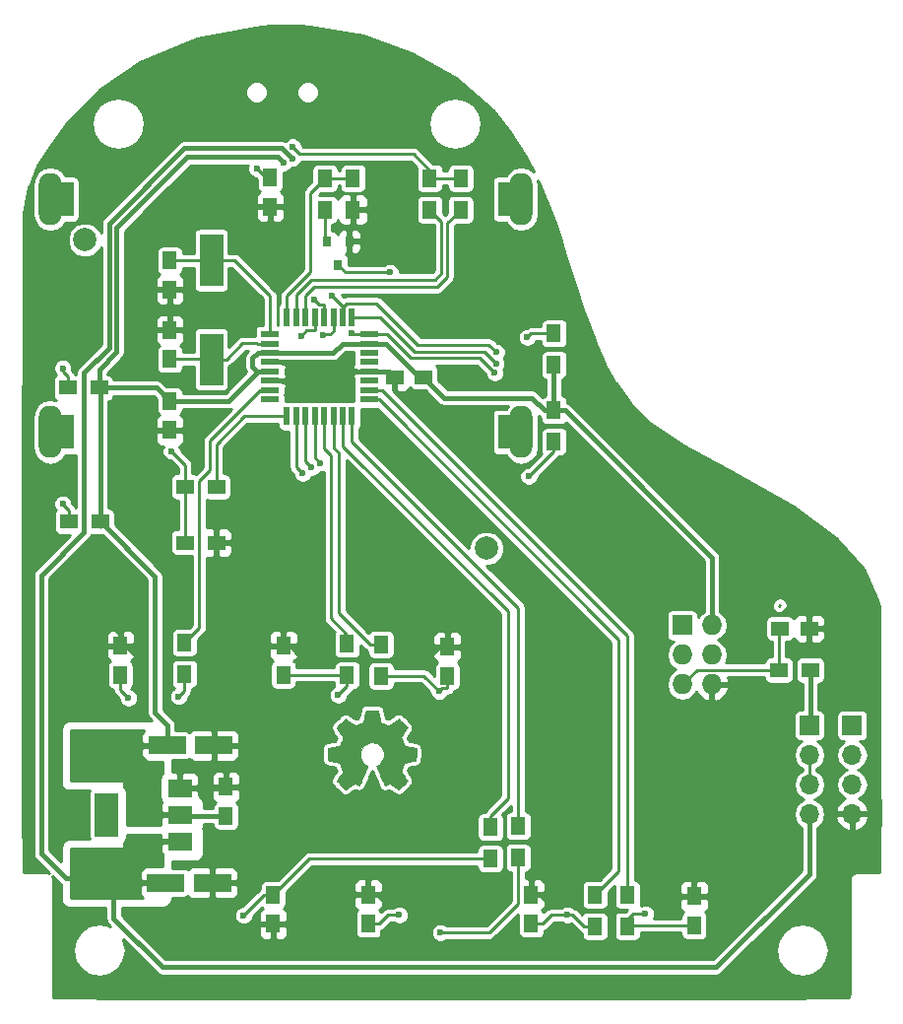
<source format=gbl>
G04 #@! TF.FileFunction,Copper,L2,Bot,Signal*
%FSLAX46Y46*%
G04 Gerber Fmt 4.6, Leading zero omitted, Abs format (unit mm)*
G04 Created by KiCad (PCBNEW 4.0.7-e1-6374~58~ubuntu16.04.1) date Thu Aug 10 00:10:15 2017*
%MOMM*%
%LPD*%
G01*
G04 APERTURE LIST*
%ADD10C,0.100000*%
%ADD11C,0.002000*%
%ADD12C,2.000000*%
%ADD13R,1.500000X3.000000*%
%ADD14O,2.000000X4.500000*%
%ADD15R,1.250000X1.500000*%
%ADD16R,1.500000X1.250000*%
%ADD17R,1.600000X0.550000*%
%ADD18R,0.550000X1.600000*%
%ADD19R,1.700000X1.700000*%
%ADD20O,1.700000X1.700000*%
%ADD21R,0.800000X0.900000*%
%ADD22R,1.300000X1.500000*%
%ADD23R,1.500000X1.300000*%
%ADD24R,2.000000X3.800000*%
%ADD25R,2.000000X1.500000*%
%ADD26R,3.200000X1.500000*%
%ADD27R,2.000000X4.500000*%
%ADD28R,1.727200X1.727200*%
%ADD29O,1.727200X1.727200*%
%ADD30C,0.600000*%
%ADD31C,0.250000*%
%ADD32C,0.400000*%
%ADD33C,0.254000*%
G04 APERTURE END LIST*
D10*
D11*
G36*
X142996530Y-117506328D02*
X142966902Y-117659449D01*
X142938746Y-117795644D01*
X142913883Y-117906818D01*
X142894134Y-117984872D01*
X142881320Y-118021710D01*
X142880357Y-118022954D01*
X142848496Y-118041112D01*
X142779900Y-118072930D01*
X142685554Y-118113918D01*
X142576444Y-118159586D01*
X142463556Y-118205446D01*
X142357876Y-118247007D01*
X142270389Y-118279780D01*
X142212080Y-118299276D01*
X142195744Y-118302734D01*
X142166779Y-118288887D01*
X142103014Y-118250371D01*
X142011526Y-118191723D01*
X141899392Y-118117481D01*
X141773686Y-118032180D01*
X141772807Y-118031576D01*
X141646344Y-117945290D01*
X141532925Y-117868896D01*
X141439796Y-117807195D01*
X141374208Y-117764991D01*
X141343500Y-117747122D01*
X141315436Y-117760137D01*
X141259328Y-117803903D01*
X141181897Y-117871781D01*
X141089862Y-117957132D01*
X140989944Y-118053314D01*
X140888863Y-118153688D01*
X140793338Y-118251613D01*
X140710089Y-118340451D01*
X140645836Y-118413560D01*
X140607299Y-118464301D01*
X140599211Y-118482565D01*
X140613066Y-118515566D01*
X140651584Y-118583047D01*
X140710195Y-118677627D01*
X140784330Y-118791929D01*
X140867251Y-118915397D01*
X140952000Y-119041209D01*
X141025726Y-119153794D01*
X141083880Y-119245950D01*
X141121917Y-119310472D01*
X141135292Y-119339988D01*
X141125467Y-119374578D01*
X141099034Y-119444968D01*
X141060556Y-119540500D01*
X141014597Y-119650518D01*
X140965720Y-119764363D01*
X140918487Y-119871377D01*
X140877462Y-119960902D01*
X140847209Y-120022280D01*
X140833938Y-120043846D01*
X140806085Y-120052568D01*
X140737478Y-120068805D01*
X140637544Y-120090665D01*
X140515712Y-120116253D01*
X140381408Y-120143678D01*
X140244061Y-120171047D01*
X140113097Y-120196467D01*
X139997944Y-120218045D01*
X139908029Y-120233889D01*
X139852780Y-120242105D01*
X139842806Y-120242834D01*
X139837459Y-120266820D01*
X139833877Y-120332685D01*
X139831921Y-120431287D01*
X139831455Y-120553484D01*
X139832338Y-120690135D01*
X139834434Y-120832098D01*
X139837605Y-120970233D01*
X139841712Y-121095397D01*
X139846617Y-121198450D01*
X139852182Y-121270249D01*
X139858269Y-121301654D01*
X139858806Y-121302167D01*
X139891088Y-121311760D01*
X139965029Y-121328709D01*
X140072066Y-121351207D01*
X140203631Y-121377447D01*
X140332964Y-121402210D01*
X140482010Y-121431810D01*
X140613304Y-121460907D01*
X140718336Y-121487384D01*
X140788598Y-121509123D01*
X140814387Y-121522024D01*
X140835275Y-121557981D01*
X140869330Y-121630727D01*
X140912176Y-121729408D01*
X140959439Y-121843169D01*
X141006744Y-121961157D01*
X141049716Y-122072517D01*
X141083979Y-122166395D01*
X141105160Y-122231936D01*
X141109859Y-122255089D01*
X141095916Y-122286255D01*
X141057301Y-122351693D01*
X140998738Y-122443933D01*
X140924951Y-122555503D01*
X140854487Y-122658948D01*
X140771402Y-122781735D01*
X140699624Y-122892326D01*
X140643903Y-122983032D01*
X140608987Y-123046166D01*
X140599211Y-123072161D01*
X140616420Y-123100816D01*
X140663563Y-123157962D01*
X140733914Y-123236681D01*
X140820747Y-123330057D01*
X140917335Y-123431174D01*
X141016953Y-123533116D01*
X141112874Y-123628965D01*
X141198372Y-123711807D01*
X141266722Y-123774724D01*
X141311196Y-123810801D01*
X141323281Y-123816703D01*
X141350448Y-123802926D01*
X141412151Y-123764779D01*
X141501009Y-123707037D01*
X141609638Y-123634477D01*
X141699237Y-123573484D01*
X141819691Y-123491568D01*
X141927641Y-123419487D01*
X142015163Y-123362430D01*
X142074334Y-123325582D01*
X142094869Y-123314503D01*
X142136928Y-123317412D01*
X142209684Y-123339964D01*
X142298870Y-123377625D01*
X142309563Y-123382734D01*
X142397835Y-123421589D01*
X142471158Y-123446898D01*
X142515435Y-123453915D01*
X142518633Y-123453122D01*
X142533948Y-123428305D01*
X142565944Y-123362864D01*
X142611813Y-123263360D01*
X142668743Y-123136358D01*
X142733925Y-122988420D01*
X142804549Y-122826109D01*
X142877804Y-122655990D01*
X142950882Y-122484624D01*
X143020971Y-122318574D01*
X143085262Y-122164405D01*
X143140945Y-122028679D01*
X143185210Y-121917959D01*
X143215246Y-121838808D01*
X143228244Y-121797789D01*
X143228558Y-121795006D01*
X143209435Y-121773774D01*
X143158370Y-121730510D01*
X143084823Y-121673060D01*
X143050852Y-121647586D01*
X142872944Y-121487800D01*
X142737517Y-121307344D01*
X142644986Y-121111978D01*
X142595767Y-120907461D01*
X142590274Y-120699552D01*
X142628922Y-120494010D01*
X142712127Y-120296595D01*
X142840304Y-120113065D01*
X142933314Y-120017180D01*
X143109364Y-119886241D01*
X143298478Y-119800272D01*
X143494959Y-119756760D01*
X143693112Y-119753193D01*
X143887240Y-119787056D01*
X144071649Y-119855836D01*
X144240642Y-119957020D01*
X144388524Y-120088094D01*
X144509599Y-120246546D01*
X144598171Y-120429861D01*
X144648544Y-120635526D01*
X144658106Y-120778278D01*
X144633973Y-121006942D01*
X144562070Y-121218294D01*
X144443135Y-121410937D01*
X144277909Y-121583474D01*
X144197621Y-121647586D01*
X144117668Y-121708545D01*
X144056373Y-121758490D01*
X144023195Y-121789576D01*
X144019915Y-121795006D01*
X144029627Y-121828796D01*
X144056889Y-121901854D01*
X144098888Y-122007614D01*
X144152813Y-122139514D01*
X144215849Y-122290991D01*
X144285186Y-122455481D01*
X144358011Y-122626421D01*
X144431511Y-122797249D01*
X144502874Y-122961399D01*
X144569288Y-123112310D01*
X144627939Y-123243418D01*
X144676017Y-123348160D01*
X144710708Y-123419973D01*
X144729199Y-123452292D01*
X144730544Y-123453392D01*
X144769254Y-123449219D01*
X144839373Y-123425686D01*
X144927304Y-123387543D01*
X144948532Y-123377245D01*
X145130367Y-123287223D01*
X145517328Y-123551963D01*
X145641404Y-123636073D01*
X145751390Y-123709161D01*
X145840243Y-123766665D01*
X145900921Y-123804024D01*
X145926112Y-123816703D01*
X145950092Y-123799434D01*
X146004010Y-123751321D01*
X146081990Y-123677907D01*
X146178156Y-123584735D01*
X146286630Y-123477347D01*
X146298598Y-123465368D01*
X146407297Y-123354356D01*
X146502285Y-123253324D01*
X146577976Y-123168547D01*
X146628782Y-123106300D01*
X146649117Y-123072859D01*
X146649261Y-123071488D01*
X146635301Y-123037409D01*
X146596586Y-122969334D01*
X146537863Y-122874935D01*
X146463880Y-122761885D01*
X146393985Y-122658948D01*
X146311043Y-122536894D01*
X146239348Y-122427881D01*
X146183622Y-122339379D01*
X146148591Y-122278859D01*
X146138614Y-122255089D01*
X146148088Y-122215716D01*
X146173695Y-122140442D01*
X146211059Y-122040120D01*
X146255806Y-121925606D01*
X146303560Y-121807752D01*
X146349947Y-121697415D01*
X146390591Y-121605446D01*
X146421118Y-121542702D01*
X146434086Y-121522024D01*
X146469128Y-121505809D01*
X146545984Y-121483103D01*
X146656146Y-121456024D01*
X146791104Y-121426689D01*
X146915509Y-121402210D01*
X147061580Y-121374173D01*
X147190663Y-121348285D01*
X147294194Y-121326355D01*
X147363605Y-121310191D01*
X147389666Y-121302167D01*
X147395791Y-121274619D01*
X147401406Y-121205899D01*
X147406373Y-121105149D01*
X147410553Y-120981509D01*
X147413808Y-120844121D01*
X147416001Y-120702128D01*
X147416993Y-120564669D01*
X147416646Y-120440888D01*
X147414823Y-120339924D01*
X147411385Y-120270920D01*
X147406193Y-120243018D01*
X147405666Y-120242834D01*
X147366137Y-120238028D01*
X147288344Y-120224873D01*
X147181713Y-120205260D01*
X147055672Y-120181084D01*
X146919649Y-120154236D01*
X146783071Y-120126609D01*
X146655365Y-120100096D01*
X146545960Y-120076590D01*
X146464281Y-120057983D01*
X146419758Y-120046168D01*
X146414534Y-120043846D01*
X146395993Y-120012182D01*
X146363083Y-119943966D01*
X146320366Y-119849856D01*
X146272405Y-119740510D01*
X146223764Y-119626586D01*
X146179006Y-119518742D01*
X146142694Y-119427635D01*
X146119391Y-119363924D01*
X146113181Y-119339988D01*
X146126993Y-119309675D01*
X146165396Y-119244642D01*
X146223843Y-119152093D01*
X146297786Y-119039233D01*
X146381221Y-118915397D01*
X146466098Y-118788966D01*
X146539909Y-118675058D01*
X146598085Y-118581050D01*
X146636056Y-118514322D01*
X146649261Y-118482565D01*
X146631894Y-118450688D01*
X146584272Y-118391958D01*
X146513116Y-118313015D01*
X146425145Y-118220499D01*
X146327080Y-118121051D01*
X146225639Y-118021310D01*
X146127544Y-117927916D01*
X146039513Y-117847510D01*
X145968268Y-117786731D01*
X145920527Y-117752219D01*
X145904972Y-117747122D01*
X145873853Y-117765248D01*
X145808006Y-117807634D01*
X145714679Y-117869476D01*
X145601121Y-117945973D01*
X145475666Y-118031576D01*
X145349893Y-118116936D01*
X145237643Y-118191269D01*
X145145991Y-118250037D01*
X145082015Y-118288704D01*
X145052792Y-118302733D01*
X145052729Y-118302734D01*
X145016984Y-118293263D01*
X144945527Y-118267846D01*
X144849343Y-118230970D01*
X144739418Y-118187126D01*
X144626737Y-118140803D01*
X144522287Y-118096491D01*
X144437052Y-118058678D01*
X144382018Y-118031854D01*
X144368115Y-118022954D01*
X144356232Y-117991471D01*
X144337201Y-117917824D01*
X144312843Y-117810109D01*
X144284978Y-117676424D01*
X144255428Y-117524867D01*
X144251942Y-117506328D01*
X144159655Y-117013588D01*
X143088817Y-117013588D01*
X142996530Y-117506328D01*
X142996530Y-117506328D01*
G37*
X142996530Y-117506328D02*
X142966902Y-117659449D01*
X142938746Y-117795644D01*
X142913883Y-117906818D01*
X142894134Y-117984872D01*
X142881320Y-118021710D01*
X142880357Y-118022954D01*
X142848496Y-118041112D01*
X142779900Y-118072930D01*
X142685554Y-118113918D01*
X142576444Y-118159586D01*
X142463556Y-118205446D01*
X142357876Y-118247007D01*
X142270389Y-118279780D01*
X142212080Y-118299276D01*
X142195744Y-118302734D01*
X142166779Y-118288887D01*
X142103014Y-118250371D01*
X142011526Y-118191723D01*
X141899392Y-118117481D01*
X141773686Y-118032180D01*
X141772807Y-118031576D01*
X141646344Y-117945290D01*
X141532925Y-117868896D01*
X141439796Y-117807195D01*
X141374208Y-117764991D01*
X141343500Y-117747122D01*
X141315436Y-117760137D01*
X141259328Y-117803903D01*
X141181897Y-117871781D01*
X141089862Y-117957132D01*
X140989944Y-118053314D01*
X140888863Y-118153688D01*
X140793338Y-118251613D01*
X140710089Y-118340451D01*
X140645836Y-118413560D01*
X140607299Y-118464301D01*
X140599211Y-118482565D01*
X140613066Y-118515566D01*
X140651584Y-118583047D01*
X140710195Y-118677627D01*
X140784330Y-118791929D01*
X140867251Y-118915397D01*
X140952000Y-119041209D01*
X141025726Y-119153794D01*
X141083880Y-119245950D01*
X141121917Y-119310472D01*
X141135292Y-119339988D01*
X141125467Y-119374578D01*
X141099034Y-119444968D01*
X141060556Y-119540500D01*
X141014597Y-119650518D01*
X140965720Y-119764363D01*
X140918487Y-119871377D01*
X140877462Y-119960902D01*
X140847209Y-120022280D01*
X140833938Y-120043846D01*
X140806085Y-120052568D01*
X140737478Y-120068805D01*
X140637544Y-120090665D01*
X140515712Y-120116253D01*
X140381408Y-120143678D01*
X140244061Y-120171047D01*
X140113097Y-120196467D01*
X139997944Y-120218045D01*
X139908029Y-120233889D01*
X139852780Y-120242105D01*
X139842806Y-120242834D01*
X139837459Y-120266820D01*
X139833877Y-120332685D01*
X139831921Y-120431287D01*
X139831455Y-120553484D01*
X139832338Y-120690135D01*
X139834434Y-120832098D01*
X139837605Y-120970233D01*
X139841712Y-121095397D01*
X139846617Y-121198450D01*
X139852182Y-121270249D01*
X139858269Y-121301654D01*
X139858806Y-121302167D01*
X139891088Y-121311760D01*
X139965029Y-121328709D01*
X140072066Y-121351207D01*
X140203631Y-121377447D01*
X140332964Y-121402210D01*
X140482010Y-121431810D01*
X140613304Y-121460907D01*
X140718336Y-121487384D01*
X140788598Y-121509123D01*
X140814387Y-121522024D01*
X140835275Y-121557981D01*
X140869330Y-121630727D01*
X140912176Y-121729408D01*
X140959439Y-121843169D01*
X141006744Y-121961157D01*
X141049716Y-122072517D01*
X141083979Y-122166395D01*
X141105160Y-122231936D01*
X141109859Y-122255089D01*
X141095916Y-122286255D01*
X141057301Y-122351693D01*
X140998738Y-122443933D01*
X140924951Y-122555503D01*
X140854487Y-122658948D01*
X140771402Y-122781735D01*
X140699624Y-122892326D01*
X140643903Y-122983032D01*
X140608987Y-123046166D01*
X140599211Y-123072161D01*
X140616420Y-123100816D01*
X140663563Y-123157962D01*
X140733914Y-123236681D01*
X140820747Y-123330057D01*
X140917335Y-123431174D01*
X141016953Y-123533116D01*
X141112874Y-123628965D01*
X141198372Y-123711807D01*
X141266722Y-123774724D01*
X141311196Y-123810801D01*
X141323281Y-123816703D01*
X141350448Y-123802926D01*
X141412151Y-123764779D01*
X141501009Y-123707037D01*
X141609638Y-123634477D01*
X141699237Y-123573484D01*
X141819691Y-123491568D01*
X141927641Y-123419487D01*
X142015163Y-123362430D01*
X142074334Y-123325582D01*
X142094869Y-123314503D01*
X142136928Y-123317412D01*
X142209684Y-123339964D01*
X142298870Y-123377625D01*
X142309563Y-123382734D01*
X142397835Y-123421589D01*
X142471158Y-123446898D01*
X142515435Y-123453915D01*
X142518633Y-123453122D01*
X142533948Y-123428305D01*
X142565944Y-123362864D01*
X142611813Y-123263360D01*
X142668743Y-123136358D01*
X142733925Y-122988420D01*
X142804549Y-122826109D01*
X142877804Y-122655990D01*
X142950882Y-122484624D01*
X143020971Y-122318574D01*
X143085262Y-122164405D01*
X143140945Y-122028679D01*
X143185210Y-121917959D01*
X143215246Y-121838808D01*
X143228244Y-121797789D01*
X143228558Y-121795006D01*
X143209435Y-121773774D01*
X143158370Y-121730510D01*
X143084823Y-121673060D01*
X143050852Y-121647586D01*
X142872944Y-121487800D01*
X142737517Y-121307344D01*
X142644986Y-121111978D01*
X142595767Y-120907461D01*
X142590274Y-120699552D01*
X142628922Y-120494010D01*
X142712127Y-120296595D01*
X142840304Y-120113065D01*
X142933314Y-120017180D01*
X143109364Y-119886241D01*
X143298478Y-119800272D01*
X143494959Y-119756760D01*
X143693112Y-119753193D01*
X143887240Y-119787056D01*
X144071649Y-119855836D01*
X144240642Y-119957020D01*
X144388524Y-120088094D01*
X144509599Y-120246546D01*
X144598171Y-120429861D01*
X144648544Y-120635526D01*
X144658106Y-120778278D01*
X144633973Y-121006942D01*
X144562070Y-121218294D01*
X144443135Y-121410937D01*
X144277909Y-121583474D01*
X144197621Y-121647586D01*
X144117668Y-121708545D01*
X144056373Y-121758490D01*
X144023195Y-121789576D01*
X144019915Y-121795006D01*
X144029627Y-121828796D01*
X144056889Y-121901854D01*
X144098888Y-122007614D01*
X144152813Y-122139514D01*
X144215849Y-122290991D01*
X144285186Y-122455481D01*
X144358011Y-122626421D01*
X144431511Y-122797249D01*
X144502874Y-122961399D01*
X144569288Y-123112310D01*
X144627939Y-123243418D01*
X144676017Y-123348160D01*
X144710708Y-123419973D01*
X144729199Y-123452292D01*
X144730544Y-123453392D01*
X144769254Y-123449219D01*
X144839373Y-123425686D01*
X144927304Y-123387543D01*
X144948532Y-123377245D01*
X145130367Y-123287223D01*
X145517328Y-123551963D01*
X145641404Y-123636073D01*
X145751390Y-123709161D01*
X145840243Y-123766665D01*
X145900921Y-123804024D01*
X145926112Y-123816703D01*
X145950092Y-123799434D01*
X146004010Y-123751321D01*
X146081990Y-123677907D01*
X146178156Y-123584735D01*
X146286630Y-123477347D01*
X146298598Y-123465368D01*
X146407297Y-123354356D01*
X146502285Y-123253324D01*
X146577976Y-123168547D01*
X146628782Y-123106300D01*
X146649117Y-123072859D01*
X146649261Y-123071488D01*
X146635301Y-123037409D01*
X146596586Y-122969334D01*
X146537863Y-122874935D01*
X146463880Y-122761885D01*
X146393985Y-122658948D01*
X146311043Y-122536894D01*
X146239348Y-122427881D01*
X146183622Y-122339379D01*
X146148591Y-122278859D01*
X146138614Y-122255089D01*
X146148088Y-122215716D01*
X146173695Y-122140442D01*
X146211059Y-122040120D01*
X146255806Y-121925606D01*
X146303560Y-121807752D01*
X146349947Y-121697415D01*
X146390591Y-121605446D01*
X146421118Y-121542702D01*
X146434086Y-121522024D01*
X146469128Y-121505809D01*
X146545984Y-121483103D01*
X146656146Y-121456024D01*
X146791104Y-121426689D01*
X146915509Y-121402210D01*
X147061580Y-121374173D01*
X147190663Y-121348285D01*
X147294194Y-121326355D01*
X147363605Y-121310191D01*
X147389666Y-121302167D01*
X147395791Y-121274619D01*
X147401406Y-121205899D01*
X147406373Y-121105149D01*
X147410553Y-120981509D01*
X147413808Y-120844121D01*
X147416001Y-120702128D01*
X147416993Y-120564669D01*
X147416646Y-120440888D01*
X147414823Y-120339924D01*
X147411385Y-120270920D01*
X147406193Y-120243018D01*
X147405666Y-120242834D01*
X147366137Y-120238028D01*
X147288344Y-120224873D01*
X147181713Y-120205260D01*
X147055672Y-120181084D01*
X146919649Y-120154236D01*
X146783071Y-120126609D01*
X146655365Y-120100096D01*
X146545960Y-120076590D01*
X146464281Y-120057983D01*
X146419758Y-120046168D01*
X146414534Y-120043846D01*
X146395993Y-120012182D01*
X146363083Y-119943966D01*
X146320366Y-119849856D01*
X146272405Y-119740510D01*
X146223764Y-119626586D01*
X146179006Y-119518742D01*
X146142694Y-119427635D01*
X146119391Y-119363924D01*
X146113181Y-119339988D01*
X146126993Y-119309675D01*
X146165396Y-119244642D01*
X146223843Y-119152093D01*
X146297786Y-119039233D01*
X146381221Y-118915397D01*
X146466098Y-118788966D01*
X146539909Y-118675058D01*
X146598085Y-118581050D01*
X146636056Y-118514322D01*
X146649261Y-118482565D01*
X146631894Y-118450688D01*
X146584272Y-118391958D01*
X146513116Y-118313015D01*
X146425145Y-118220499D01*
X146327080Y-118121051D01*
X146225639Y-118021310D01*
X146127544Y-117927916D01*
X146039513Y-117847510D01*
X145968268Y-117786731D01*
X145920527Y-117752219D01*
X145904972Y-117747122D01*
X145873853Y-117765248D01*
X145808006Y-117807634D01*
X145714679Y-117869476D01*
X145601121Y-117945973D01*
X145475666Y-118031576D01*
X145349893Y-118116936D01*
X145237643Y-118191269D01*
X145145991Y-118250037D01*
X145082015Y-118288704D01*
X145052792Y-118302733D01*
X145052729Y-118302734D01*
X145016984Y-118293263D01*
X144945527Y-118267846D01*
X144849343Y-118230970D01*
X144739418Y-118187126D01*
X144626737Y-118140803D01*
X144522287Y-118096491D01*
X144437052Y-118058678D01*
X144382018Y-118031854D01*
X144368115Y-118022954D01*
X144356232Y-117991471D01*
X144337201Y-117917824D01*
X144312843Y-117810109D01*
X144284978Y-117676424D01*
X144255428Y-117524867D01*
X144251942Y-117506328D01*
X144159655Y-117013588D01*
X143088817Y-117013588D01*
X142996530Y-117506328D01*
D12*
X153450000Y-103100000D03*
D13*
X155200000Y-73100000D03*
X155200000Y-93100000D03*
X117200000Y-93100000D03*
X117200000Y-73100000D03*
D14*
X156450000Y-93100000D03*
X115950000Y-93100000D03*
X156450000Y-73100000D03*
X115950000Y-73100000D03*
D12*
X118950000Y-76600000D03*
D15*
X131064000Y-126091000D03*
X131064000Y-123591000D03*
D16*
X148062000Y-88392000D03*
X145562000Y-88392000D03*
D15*
X126238000Y-90444000D03*
X126238000Y-92944000D03*
X126238000Y-86848000D03*
X126238000Y-84348000D03*
X126238000Y-78379000D03*
X126238000Y-80879000D03*
X122000000Y-113950000D03*
X122000000Y-111450000D03*
X136000000Y-113950000D03*
X136000000Y-111450000D03*
X150100000Y-114050000D03*
X150100000Y-111550000D03*
X135128000Y-132862000D03*
X135128000Y-135362000D03*
X143300000Y-135350000D03*
X143300000Y-132850000D03*
X157300000Y-135350000D03*
X157300000Y-132850000D03*
X171323000Y-135489000D03*
X171323000Y-132989000D03*
X134874000Y-71267000D03*
X134874000Y-73767000D03*
D17*
X134850000Y-90300000D03*
X134850000Y-89500000D03*
X134850000Y-88700000D03*
X134850000Y-87900000D03*
X134850000Y-87100000D03*
X134850000Y-86300000D03*
X134850000Y-85500000D03*
X134850000Y-84700000D03*
D18*
X136300000Y-83250000D03*
X137100000Y-83250000D03*
X137900000Y-83250000D03*
X138700000Y-83250000D03*
X139500000Y-83250000D03*
X140300000Y-83250000D03*
X141100000Y-83250000D03*
X141900000Y-83250000D03*
D17*
X143350000Y-84700000D03*
X143350000Y-85500000D03*
X143350000Y-86300000D03*
X143350000Y-87100000D03*
X143350000Y-87900000D03*
X143350000Y-88700000D03*
X143350000Y-89500000D03*
X143350000Y-90300000D03*
D18*
X141900000Y-91750000D03*
X141100000Y-91750000D03*
X140300000Y-91750000D03*
X139500000Y-91750000D03*
X138700000Y-91750000D03*
X137900000Y-91750000D03*
X137100000Y-91750000D03*
X136300000Y-91750000D03*
D19*
X184900000Y-118300000D03*
D20*
X184900000Y-120840000D03*
X184900000Y-123380000D03*
X184900000Y-125920000D03*
D21*
X139766000Y-76724000D03*
X141666000Y-76724000D03*
X140716000Y-78724000D03*
D22*
X148590000Y-71294000D03*
X148590000Y-73994000D03*
D23*
X127550000Y-97800000D03*
X130250000Y-97800000D03*
D22*
X151257000Y-71294000D03*
X151257000Y-73994000D03*
D23*
X127550000Y-102600000D03*
X130250000Y-102600000D03*
D22*
X127508000Y-111172000D03*
X127508000Y-113872000D03*
X141478000Y-111299000D03*
X141478000Y-113999000D03*
X144400000Y-111350000D03*
X144400000Y-114050000D03*
X153800000Y-127050000D03*
X153800000Y-129750000D03*
X156200000Y-126950000D03*
X156200000Y-129650000D03*
X162800000Y-132850000D03*
X162800000Y-135550000D03*
X165600000Y-132850000D03*
X165600000Y-135550000D03*
D23*
X120150000Y-89300000D03*
X117450000Y-89300000D03*
D22*
X159258000Y-87329000D03*
X159258000Y-84629000D03*
D23*
X120250000Y-100800000D03*
X117550000Y-100800000D03*
D22*
X159258000Y-91233000D03*
X159258000Y-93933000D03*
X139573000Y-73994000D03*
X139573000Y-71294000D03*
X141986000Y-71294000D03*
X141986000Y-73994000D03*
D24*
X120802000Y-125984000D03*
D25*
X127102000Y-125984000D03*
X127102000Y-128284000D03*
X127102000Y-123684000D03*
D26*
X125889000Y-131826000D03*
X129889000Y-131826000D03*
X126016000Y-120015000D03*
X130016000Y-120015000D03*
D27*
X129800000Y-86850000D03*
X129800000Y-78350000D03*
D28*
X170300000Y-109700000D03*
D29*
X172840000Y-109700000D03*
X170300000Y-112240000D03*
X172840000Y-112240000D03*
X170300000Y-114780000D03*
X172840000Y-114780000D03*
D19*
X181229000Y-118300500D03*
D20*
X181229000Y-120840500D03*
X181229000Y-123380500D03*
X181229000Y-125920500D03*
D16*
X178709000Y-109982000D03*
X181209000Y-109982000D03*
D23*
X181309000Y-113538000D03*
X178609000Y-113538000D03*
D30*
X136017000Y-69977000D03*
X169799000Y-133350000D03*
X148336000Y-112649000D03*
X137668000Y-112522000D03*
X123698000Y-112649000D03*
X138430000Y-89027000D03*
X134366000Y-78105000D03*
X129794000Y-82550000D03*
X175768000Y-115062000D03*
X144907000Y-133604000D03*
X130937000Y-134112000D03*
X158800000Y-133600000D03*
X121400000Y-109900000D03*
X127000000Y-115824000D03*
X122682000Y-115951000D03*
X140716000Y-115697000D03*
X149397600Y-115379000D03*
X132588000Y-134620000D03*
X149500000Y-136100000D03*
X145961600Y-134593000D03*
X160423600Y-134593000D03*
X167132000Y-134493000D03*
X133731000Y-70485000D03*
X117037600Y-87614000D03*
X145161000Y-79375000D03*
X156972000Y-84963000D03*
X117037600Y-99275000D03*
X157099000Y-96901000D03*
X137515100Y-84860100D03*
X138654700Y-81740600D03*
X139400000Y-84800000D03*
X154305000Y-86233000D03*
X140208000Y-81407000D03*
X154300000Y-87200000D03*
X154178000Y-88011000D03*
X141889300Y-84566900D03*
X139192000Y-95758000D03*
X138430000Y-96139000D03*
X137668000Y-96647000D03*
X136779000Y-68580000D03*
X126365000Y-94742000D03*
X136779000Y-69596000D03*
D31*
X178609000Y-108050000D02*
X178709000Y-107950000D01*
D32*
X131064000Y-126091000D02*
X127209000Y-126091000D01*
X127209000Y-126091000D02*
X127102000Y-125984000D01*
X120150000Y-89300000D02*
X120150000Y-87749000D01*
X120150000Y-87749000D02*
X121666000Y-86233000D01*
X121666000Y-86233000D02*
X121666000Y-75565000D01*
X121666000Y-75565000D02*
X125476000Y-71755000D01*
X125476000Y-71755000D02*
X127762000Y-69469000D01*
X127762000Y-69469000D02*
X135509000Y-69469000D01*
X135509000Y-69469000D02*
X136017000Y-69977000D01*
X143350000Y-85500000D02*
X141068000Y-85500000D01*
X141068000Y-85500000D02*
X140268000Y-86300000D01*
X140268000Y-86300000D02*
X134850000Y-86300000D01*
X126016000Y-120015000D02*
X122936000Y-120015000D01*
X124968000Y-105518000D02*
X120250000Y-100800000D01*
X124968000Y-117221000D02*
X124968000Y-105518000D01*
X126016000Y-118269000D02*
X124968000Y-117221000D01*
X126016000Y-120015000D02*
X126016000Y-118269000D01*
X159258000Y-91233000D02*
X158416000Y-91233000D01*
X158416000Y-91233000D02*
X157353000Y-90170000D01*
X157353000Y-90170000D02*
X149840000Y-90170000D01*
X149840000Y-90170000D02*
X148062000Y-88392000D01*
X159258000Y-91233000D02*
X160194000Y-91233000D01*
X160194000Y-91233000D02*
X172840000Y-103879000D01*
X172840000Y-103879000D02*
X172840000Y-109700000D01*
X181309000Y-113538000D02*
X181309000Y-118220500D01*
X181309000Y-118220500D02*
X181229000Y-118300500D01*
X120250000Y-100800000D02*
X120250000Y-89400000D01*
X126238000Y-90444000D02*
X131298000Y-90444000D01*
X133842000Y-87900000D02*
X134850000Y-87900000D01*
X131298000Y-90444000D02*
X133842000Y-87900000D01*
X120150000Y-89300000D02*
X125094000Y-89300000D01*
X125094000Y-89300000D02*
X126238000Y-90444000D01*
X120250000Y-89400000D02*
X120150000Y-89300000D01*
X134850000Y-86300000D02*
X133791000Y-86300000D01*
X133791000Y-86300000D02*
X133350000Y-86741000D01*
X133350000Y-86741000D02*
X133350000Y-87503000D01*
X133350000Y-87503000D02*
X133747000Y-87900000D01*
X133747000Y-87900000D02*
X134850000Y-87900000D01*
X143350000Y-85500000D02*
X144809000Y-85500000D01*
X144809000Y-85500000D02*
X147701000Y-88392000D01*
X147701000Y-88392000D02*
X148062000Y-88392000D01*
X159258000Y-87329000D02*
X159258000Y-91233000D01*
D31*
X120250000Y-100800000D02*
X120250000Y-101250000D01*
X120150000Y-100700000D02*
X120250000Y-100800000D01*
X120900000Y-100800000D02*
X120250000Y-100800000D01*
X158900000Y-91787600D02*
X158900000Y-91250000D01*
D32*
X171323000Y-132989000D02*
X170160000Y-132989000D01*
X170160000Y-132989000D02*
X169799000Y-133350000D01*
X150100000Y-111550000D02*
X149435000Y-111550000D01*
X149435000Y-111550000D02*
X148336000Y-112649000D01*
X137668000Y-112522000D02*
X136596000Y-111450000D01*
X136596000Y-111450000D02*
X136000000Y-111450000D01*
X122000000Y-111450000D02*
X122499000Y-111450000D01*
X122499000Y-111450000D02*
X123698000Y-112649000D01*
X138430000Y-89027000D02*
X138103000Y-88700000D01*
X138103000Y-88700000D02*
X134850000Y-88700000D01*
X134850000Y-87100000D02*
X140186000Y-87100000D01*
X140186000Y-87100000D02*
X140986000Y-87900000D01*
X140986000Y-87900000D02*
X143350000Y-87900000D01*
X134366000Y-78105000D02*
X134874000Y-77597000D01*
X134874000Y-77597000D02*
X134874000Y-73767000D01*
X126238000Y-84348000D02*
X127996000Y-84348000D01*
X127996000Y-84348000D02*
X129794000Y-82550000D01*
X172840000Y-114780000D02*
X175486000Y-114780000D01*
X175486000Y-114780000D02*
X175768000Y-115062000D01*
X143300000Y-132850000D02*
X144153000Y-132850000D01*
X144153000Y-132850000D02*
X144907000Y-133604000D01*
X129889000Y-131826000D02*
X129889000Y-133064000D01*
X129889000Y-133064000D02*
X130937000Y-134112000D01*
X127102000Y-123684000D02*
X130971000Y-123684000D01*
X130971000Y-123684000D02*
X131064000Y-123591000D01*
X143350000Y-87900000D02*
X145070000Y-87900000D01*
X145070000Y-87900000D02*
X145562000Y-88392000D01*
D31*
X122000000Y-111450000D02*
X122450000Y-111450000D01*
X157300000Y-132850000D02*
X158050000Y-132850000D01*
X158050000Y-132850000D02*
X158800000Y-133600000D01*
X122000000Y-111450000D02*
X122000000Y-110500000D01*
X122000000Y-110500000D02*
X121400000Y-109900000D01*
X126238000Y-86848000D02*
X129798000Y-86848000D01*
X129798000Y-86848000D02*
X129800000Y-86850000D01*
X129800000Y-86850000D02*
X131125300Y-86850000D01*
X132499100Y-85476200D02*
X131125300Y-86850000D01*
X133700900Y-85476200D02*
X132499100Y-85476200D01*
X133724700Y-85500000D02*
X133700900Y-85476200D01*
X134850000Y-85500000D02*
X133724700Y-85500000D01*
X131817000Y-78350000D02*
X129800000Y-78350000D01*
X134850000Y-81383000D02*
X131817000Y-78350000D01*
X134850000Y-84700000D02*
X134850000Y-81383000D01*
X126238000Y-78379000D02*
X129771000Y-78379000D01*
X129771000Y-78379000D02*
X129800000Y-78350000D01*
X129700000Y-78250000D02*
X129800000Y-78350000D01*
X127508000Y-115316000D02*
X127000000Y-115824000D01*
X127508000Y-113872000D02*
X127508000Y-115316000D01*
X122000000Y-113950000D02*
X122000000Y-115269000D01*
X122000000Y-115269000D02*
X122682000Y-115951000D01*
X127430000Y-113950000D02*
X127508000Y-113872000D01*
X141478000Y-113999000D02*
X141478000Y-114935000D01*
X141478000Y-114935000D02*
X140716000Y-115697000D01*
X136000000Y-113950000D02*
X141429000Y-113950000D01*
X141429000Y-113950000D02*
X141478000Y-113999000D01*
X149651300Y-115125300D02*
X150100000Y-115125300D01*
X149397600Y-115379000D02*
X149651300Y-115125300D01*
X150100000Y-114050000D02*
X150100000Y-115125300D01*
X148068600Y-114050000D02*
X149397600Y-115379000D01*
X144400000Y-114050000D02*
X148068600Y-114050000D01*
X132588000Y-134620000D02*
X134346000Y-132862000D01*
X134346000Y-132862000D02*
X135128000Y-132862000D01*
X153800000Y-129750000D02*
X138240000Y-129750000D01*
X138240000Y-129750000D02*
X135128000Y-132862000D01*
X156200000Y-129650000D02*
X156200000Y-133600000D01*
X153700000Y-136100000D02*
X149500000Y-136100000D01*
X156200000Y-133600000D02*
X153700000Y-136100000D01*
X143300000Y-135350000D02*
X144250300Y-135350000D01*
X145007300Y-134593000D02*
X144250300Y-135350000D01*
X145961600Y-134593000D02*
X145007300Y-134593000D01*
X162800000Y-135550000D02*
X161824700Y-135550000D01*
X160867700Y-134593000D02*
X160423600Y-134593000D01*
X161824700Y-135550000D02*
X160867700Y-134593000D01*
X159007300Y-134593000D02*
X158250300Y-135350000D01*
X160423600Y-134593000D02*
X159007300Y-134593000D01*
X157300000Y-135350000D02*
X158250300Y-135350000D01*
X167132000Y-134493000D02*
X166116000Y-134493000D01*
X166116000Y-134493000D02*
X165600000Y-135009000D01*
X165600000Y-135009000D02*
X165600000Y-135550000D01*
X171323000Y-135489000D02*
X165661000Y-135489000D01*
X165661000Y-135489000D02*
X165600000Y-135550000D01*
X133731000Y-70485000D02*
X134513000Y-71267000D01*
X134513000Y-71267000D02*
X134874000Y-71267000D01*
X117037600Y-87912300D02*
X117037600Y-87614000D01*
X117450000Y-88324700D02*
X117037600Y-87912300D01*
X117450000Y-89300000D02*
X117450000Y-88324700D01*
X140716000Y-78724000D02*
X140716000Y-78740000D01*
X140716000Y-78740000D02*
X141351000Y-79375000D01*
X141351000Y-79375000D02*
X145161000Y-79375000D01*
X159258000Y-84629000D02*
X157306000Y-84629000D01*
X157306000Y-84629000D02*
X156972000Y-84963000D01*
X117037600Y-99312300D02*
X117037600Y-99275000D01*
X117550000Y-99824700D02*
X117037600Y-99312300D01*
X117550000Y-100800000D02*
X117550000Y-99824700D01*
X159258000Y-94742000D02*
X159258000Y-93933000D01*
X157099000Y-96901000D02*
X159258000Y-94742000D01*
X137900000Y-83250000D02*
X137900000Y-81429000D01*
X150114000Y-75137000D02*
X151257000Y-73994000D01*
X150114000Y-79756000D02*
X150114000Y-75137000D01*
X149225000Y-80645000D02*
X150114000Y-79756000D01*
X138684000Y-80645000D02*
X149225000Y-80645000D01*
X137900000Y-81429000D02*
X138684000Y-80645000D01*
X137100000Y-83250000D02*
X137100000Y-81340000D01*
X149606000Y-75010000D02*
X148590000Y-73994000D01*
X149606000Y-79432998D02*
X149606000Y-75010000D01*
X149028998Y-80010000D02*
X149606000Y-79432998D01*
X138430000Y-80010000D02*
X149028998Y-80010000D01*
X137100000Y-81340000D02*
X138430000Y-80010000D01*
X141478000Y-111299000D02*
X141478000Y-110490000D01*
X139500000Y-94542000D02*
X139500000Y-91750000D01*
X140103998Y-95145998D02*
X139500000Y-94542000D01*
X140103998Y-109115998D02*
X140103998Y-95145998D01*
X141478000Y-110490000D02*
X140103998Y-109115998D01*
X136300000Y-83250000D02*
X136300000Y-81378000D01*
X138303000Y-72564000D02*
X139573000Y-71294000D01*
X138303000Y-79375000D02*
X138303000Y-72564000D01*
X136300000Y-81378000D02*
X138303000Y-79375000D01*
X139526000Y-71294000D02*
X139573000Y-71294000D01*
X141986000Y-71294000D02*
X139573000Y-71294000D01*
X138700000Y-83250000D02*
X138700000Y-84375300D01*
X138700000Y-84375300D02*
X137999900Y-84375300D01*
X137999900Y-84375300D02*
X137515100Y-84860100D01*
X139500000Y-83250000D02*
X139500000Y-82124700D01*
X139038800Y-82124700D02*
X138654700Y-81740600D01*
X139500000Y-82124700D02*
X139038800Y-82124700D01*
X140300000Y-84400000D02*
X140300000Y-83250000D01*
X140000000Y-84700000D02*
X140300000Y-84400000D01*
X139500000Y-84700000D02*
X140000000Y-84700000D01*
X139400000Y-84800000D02*
X139500000Y-84700000D01*
X141100000Y-83250000D02*
X141100000Y-82420000D01*
X141100000Y-82420000D02*
X141478000Y-82042000D01*
X141478000Y-82042000D02*
X144018000Y-82042000D01*
X144018000Y-82042000D02*
X147574000Y-85598000D01*
X147574000Y-85598000D02*
X153670000Y-85598000D01*
X153670000Y-85598000D02*
X154305000Y-86233000D01*
X141100000Y-82299000D02*
X141100000Y-83250000D01*
X140208000Y-81407000D02*
X141100000Y-82299000D01*
X141900000Y-83250000D02*
X144313602Y-83250000D01*
X153300000Y-86200000D02*
X154300000Y-87200000D01*
X147263602Y-86200000D02*
X153300000Y-86200000D01*
X144313602Y-83250000D02*
X147263602Y-86200000D01*
X154178000Y-88011000D02*
X152908000Y-86741000D01*
X152908000Y-86741000D02*
X146939000Y-86741000D01*
X146939000Y-86741000D02*
X144898000Y-84700000D01*
X144898000Y-84700000D02*
X143350000Y-84700000D01*
X143912700Y-84700000D02*
X143350000Y-84700000D01*
X142022400Y-84700000D02*
X141889300Y-84566900D01*
X143350000Y-84700000D02*
X142022400Y-84700000D01*
X153800000Y-127050000D02*
X153800000Y-126100000D01*
X141100000Y-94300000D02*
X141100000Y-91750000D01*
X155300000Y-108500000D02*
X141100000Y-94300000D01*
X155300000Y-124600000D02*
X155300000Y-108500000D01*
X153800000Y-126100000D02*
X155300000Y-124600000D01*
X156200000Y-126950000D02*
X156200000Y-108200000D01*
X141900000Y-93900000D02*
X141900000Y-91750000D01*
X156200000Y-108200000D02*
X141900000Y-93900000D01*
X143350000Y-90300000D02*
X144200000Y-90300000D01*
X164800000Y-130850000D02*
X162800000Y-132850000D01*
X164800000Y-110900000D02*
X164800000Y-130850000D01*
X144200000Y-90300000D02*
X164800000Y-110900000D01*
X165600000Y-110624700D02*
X144475300Y-89500000D01*
X165600000Y-132850000D02*
X165600000Y-110624700D01*
X143350000Y-89500000D02*
X144475300Y-89500000D01*
X178609000Y-113538000D02*
X178609000Y-110082000D01*
X178609000Y-110082000D02*
X178709000Y-109982000D01*
X170300000Y-114780000D02*
X170335000Y-114780000D01*
X170335000Y-114780000D02*
X171577000Y-113538000D01*
X171577000Y-113538000D02*
X178609000Y-113538000D01*
X170300000Y-114780000D02*
X170589000Y-114780000D01*
X170300000Y-114780000D02*
X170300000Y-114928000D01*
X138700000Y-91750000D02*
X138700000Y-95266000D01*
X138700000Y-95266000D02*
X139192000Y-95758000D01*
X137900000Y-91750000D02*
X137900000Y-95609000D01*
X137900000Y-95609000D02*
X138430000Y-96139000D01*
X137100000Y-91750000D02*
X137100000Y-96079000D01*
X137100000Y-96079000D02*
X137668000Y-96647000D01*
X130250000Y-97800000D02*
X130250000Y-94150000D01*
X130250000Y-94150000D02*
X132650000Y-91750000D01*
X132650000Y-91750000D02*
X136300000Y-91750000D01*
X136779000Y-68580000D02*
X137414000Y-69215000D01*
X137414000Y-69215000D02*
X147193000Y-69215000D01*
X147193000Y-69215000D02*
X148590000Y-70612000D01*
X148590000Y-70612000D02*
X148590000Y-71294000D01*
X148590000Y-71294000D02*
X151257000Y-71294000D01*
X126365000Y-94742000D02*
X127550000Y-95927000D01*
X127550000Y-95927000D02*
X127550000Y-97800000D01*
X127550000Y-102600000D02*
X127550000Y-97800000D01*
X181229000Y-120840500D02*
X181229000Y-123380500D01*
D32*
X121412000Y-131699000D02*
X121412000Y-134874000D01*
X121412000Y-134874000D02*
X125603000Y-139065000D01*
X125603000Y-139065000D02*
X173228000Y-139065000D01*
X173228000Y-139065000D02*
X181229000Y-131064000D01*
X181229000Y-131064000D02*
X181229000Y-125920500D01*
X136779000Y-69596000D02*
X135890000Y-68707000D01*
X135890000Y-68707000D02*
X127508000Y-68707000D01*
X127508000Y-68707000D02*
X121031000Y-75184000D01*
X121031000Y-75184000D02*
X121031000Y-85852000D01*
X121031000Y-85852000D02*
X118872000Y-88011000D01*
X118872000Y-88011000D02*
X118872000Y-101727000D01*
X118872000Y-101727000D02*
X115189000Y-105410000D01*
X115189000Y-105410000D02*
X115189000Y-129286000D01*
X115189000Y-129286000D02*
X117348000Y-131445000D01*
X117348000Y-131445000D02*
X119507000Y-131445000D01*
X125889000Y-131826000D02*
X122809000Y-131826000D01*
D31*
X139573000Y-73994000D02*
X139573000Y-76531000D01*
X139573000Y-76531000D02*
X139766000Y-76724000D01*
X134850000Y-89500000D02*
X134020000Y-89500000D01*
X134020000Y-89500000D02*
X129667000Y-93853000D01*
X129667000Y-93853000D02*
X129667000Y-96393000D01*
X129667000Y-96393000D02*
X128778000Y-97282000D01*
X128778000Y-97282000D02*
X128778000Y-109902000D01*
X128778000Y-109902000D02*
X127508000Y-111172000D01*
X140300000Y-91750000D02*
X140300000Y-94453000D01*
X143481000Y-111350000D02*
X144400000Y-111350000D01*
X140780199Y-108649199D02*
X143481000Y-111350000D01*
X140780199Y-94933199D02*
X140780199Y-108649199D01*
X140300000Y-94453000D02*
X140780199Y-94933199D01*
D33*
G36*
X137347096Y-58196099D02*
X138261703Y-58243563D01*
X142843667Y-59023752D01*
X147067537Y-60529607D01*
X150832327Y-62706484D01*
X154031278Y-65505543D01*
X155529889Y-67326803D01*
X156864042Y-69418607D01*
X157513279Y-70728819D01*
X157026704Y-70403701D01*
X156450000Y-70288987D01*
X155873296Y-70403701D01*
X155384390Y-70730377D01*
X155148730Y-71083068D01*
X154450000Y-71083068D01*
X154262117Y-71118421D01*
X154089558Y-71229459D01*
X153973795Y-71398884D01*
X153933068Y-71600000D01*
X153933068Y-74600000D01*
X153968421Y-74787883D01*
X154079459Y-74960442D01*
X154248884Y-75076205D01*
X154450000Y-75116932D01*
X155148730Y-75116932D01*
X155384390Y-75469623D01*
X155873296Y-75796299D01*
X156450000Y-75911013D01*
X157026704Y-75796299D01*
X157515610Y-75469623D01*
X157842286Y-74980717D01*
X157957000Y-74404013D01*
X157957000Y-71795987D01*
X157899942Y-71509136D01*
X158073334Y-71859055D01*
X159200771Y-74733728D01*
X159432984Y-75416752D01*
X159769345Y-76434007D01*
X160159701Y-77638603D01*
X160561947Y-78894408D01*
X160562763Y-78895880D01*
X160562964Y-78897550D01*
X161759264Y-82557551D01*
X161764078Y-82566112D01*
X161765587Y-82575816D01*
X162734287Y-85224516D01*
X162744066Y-85240575D01*
X162748185Y-85258918D01*
X163621684Y-87229518D01*
X163637099Y-87251405D01*
X163645416Y-87276846D01*
X164557716Y-88898946D01*
X164580529Y-88925558D01*
X164595485Y-88957262D01*
X166067286Y-90945862D01*
X166105058Y-90980165D01*
X166134839Y-91021595D01*
X167744539Y-92524795D01*
X167787950Y-92551701D01*
X167824796Y-92587068D01*
X170397596Y-94230968D01*
X170415806Y-94238078D01*
X170430813Y-94250606D01*
X174490637Y-96464692D01*
X179846740Y-99497264D01*
X183553000Y-102210696D01*
X185871872Y-104803293D01*
X187114939Y-107532519D01*
X187254252Y-108041945D01*
X187277801Y-119605334D01*
X187283101Y-123212718D01*
X187283103Y-123212730D01*
X187283101Y-123212742D01*
X187287300Y-125990085D01*
X187284502Y-128048302D01*
X187277819Y-129494531D01*
X187264163Y-130431367D01*
X187244881Y-130911317D01*
X187040606Y-130920382D01*
X186424175Y-130924500D01*
X185250700Y-130924500D01*
X185037545Y-130966899D01*
X184856842Y-131087642D01*
X184736099Y-131268345D01*
X184693700Y-131481500D01*
X184693700Y-136785144D01*
X184692601Y-138371774D01*
X184689803Y-139612357D01*
X184684127Y-140545534D01*
X184673348Y-141214620D01*
X184658670Y-141657744D01*
X184657877Y-141668629D01*
X184059049Y-141685653D01*
X182362540Y-141703496D01*
X179489900Y-141717266D01*
X175154574Y-141725532D01*
X169062722Y-141729666D01*
X160925411Y-141732422D01*
X150448400Y-141733800D01*
X139970088Y-141732422D01*
X131832978Y-141729666D01*
X125740826Y-141725532D01*
X121405572Y-141717266D01*
X118534490Y-141703496D01*
X116837941Y-141685653D01*
X116237781Y-141668591D01*
X116236852Y-141656563D01*
X116222278Y-141215132D01*
X116212731Y-140545752D01*
X116205866Y-139612046D01*
X116203110Y-138372242D01*
X116203110Y-131481500D01*
X116160711Y-131268345D01*
X116138992Y-131235841D01*
X116848075Y-131944924D01*
X116875000Y-131962915D01*
X116875000Y-133223000D01*
X116924719Y-133487233D01*
X117080881Y-133729916D01*
X117319156Y-133892723D01*
X117602000Y-133950000D01*
X120705000Y-133950000D01*
X120705000Y-134874000D01*
X120745230Y-135076250D01*
X120758817Y-135144557D01*
X120912076Y-135373924D01*
X121126079Y-135587927D01*
X121022484Y-135518707D01*
X120149200Y-135345000D01*
X119275916Y-135518707D01*
X118535582Y-136013382D01*
X118040907Y-136753716D01*
X117867200Y-137627000D01*
X118040907Y-138500284D01*
X118535582Y-139240618D01*
X119275916Y-139735293D01*
X120149200Y-139909000D01*
X121022484Y-139735293D01*
X121762818Y-139240618D01*
X122257493Y-138500284D01*
X122431200Y-137627000D01*
X122257493Y-136753716D01*
X122188274Y-136650122D01*
X125103075Y-139564924D01*
X125182566Y-139618038D01*
X125332443Y-139718183D01*
X125603000Y-139772000D01*
X173228000Y-139772000D01*
X173498557Y-139718183D01*
X173727924Y-139564924D01*
X175665848Y-137627000D01*
X178321200Y-137627000D01*
X178494907Y-138500284D01*
X178989582Y-139240618D01*
X179729916Y-139735293D01*
X180603200Y-139909000D01*
X181476484Y-139735293D01*
X182216818Y-139240618D01*
X182711493Y-138500284D01*
X182885200Y-137627000D01*
X182711493Y-136753716D01*
X182216818Y-136013382D01*
X181476484Y-135518707D01*
X180603200Y-135345000D01*
X179729916Y-135518707D01*
X178989582Y-136013382D01*
X178494907Y-136753716D01*
X178321200Y-137627000D01*
X175665848Y-137627000D01*
X181728925Y-131563924D01*
X181882183Y-131334557D01*
X181936000Y-131064000D01*
X181936000Y-127066552D01*
X182215129Y-126880044D01*
X182509290Y-126439801D01*
X182541694Y-126276890D01*
X183458524Y-126276890D01*
X183628355Y-126686924D01*
X184018642Y-127115183D01*
X184543108Y-127361486D01*
X184773000Y-127240819D01*
X184773000Y-126047000D01*
X185027000Y-126047000D01*
X185027000Y-127240819D01*
X185256892Y-127361486D01*
X185781358Y-127115183D01*
X186171645Y-126686924D01*
X186341476Y-126276890D01*
X186220155Y-126047000D01*
X185027000Y-126047000D01*
X184773000Y-126047000D01*
X183579845Y-126047000D01*
X183458524Y-126276890D01*
X182541694Y-126276890D01*
X182612585Y-125920500D01*
X182541496Y-125563110D01*
X183458524Y-125563110D01*
X183579845Y-125793000D01*
X184773000Y-125793000D01*
X184773000Y-125773000D01*
X185027000Y-125773000D01*
X185027000Y-125793000D01*
X186220155Y-125793000D01*
X186341476Y-125563110D01*
X186171645Y-125153076D01*
X185781358Y-124724817D01*
X185504274Y-124594691D01*
X185886129Y-124339544D01*
X186180290Y-123899301D01*
X186283585Y-123380000D01*
X186180290Y-122860699D01*
X185886129Y-122420456D01*
X185445886Y-122126295D01*
X185363965Y-122110000D01*
X185445886Y-122093705D01*
X185886129Y-121799544D01*
X186180290Y-121359301D01*
X186283585Y-120840000D01*
X186180290Y-120320699D01*
X185886129Y-119880456D01*
X185566568Y-119666932D01*
X185750000Y-119666932D01*
X185937883Y-119631579D01*
X186110442Y-119520541D01*
X186226205Y-119351116D01*
X186266932Y-119150000D01*
X186266932Y-117450000D01*
X186231579Y-117262117D01*
X186120541Y-117089558D01*
X185951116Y-116973795D01*
X185750000Y-116933068D01*
X184050000Y-116933068D01*
X183862117Y-116968421D01*
X183689558Y-117079459D01*
X183573795Y-117248884D01*
X183533068Y-117450000D01*
X183533068Y-119150000D01*
X183568421Y-119337883D01*
X183679459Y-119510442D01*
X183848884Y-119626205D01*
X184050000Y-119666932D01*
X184233432Y-119666932D01*
X183913871Y-119880456D01*
X183619710Y-120320699D01*
X183516415Y-120840000D01*
X183619710Y-121359301D01*
X183913871Y-121799544D01*
X184354114Y-122093705D01*
X184436035Y-122110000D01*
X184354114Y-122126295D01*
X183913871Y-122420456D01*
X183619710Y-122860699D01*
X183516415Y-123380000D01*
X183619710Y-123899301D01*
X183913871Y-124339544D01*
X184295726Y-124594691D01*
X184018642Y-124724817D01*
X183628355Y-125153076D01*
X183458524Y-125563110D01*
X182541496Y-125563110D01*
X182509290Y-125401199D01*
X182215129Y-124960956D01*
X181774886Y-124666795D01*
X181692965Y-124650500D01*
X181774886Y-124634205D01*
X182215129Y-124340044D01*
X182509290Y-123899801D01*
X182612585Y-123380500D01*
X182509290Y-122861199D01*
X182215129Y-122420956D01*
X181861000Y-122184335D01*
X181861000Y-122036665D01*
X182215129Y-121800044D01*
X182509290Y-121359801D01*
X182612585Y-120840500D01*
X182509290Y-120321199D01*
X182215129Y-119880956D01*
X181895568Y-119667432D01*
X182079000Y-119667432D01*
X182266883Y-119632079D01*
X182439442Y-119521041D01*
X182555205Y-119351616D01*
X182595932Y-119150500D01*
X182595932Y-117450500D01*
X182560579Y-117262617D01*
X182449541Y-117090058D01*
X182280116Y-116974295D01*
X182079000Y-116933568D01*
X182016000Y-116933568D01*
X182016000Y-114704932D01*
X182059000Y-114704932D01*
X182246883Y-114669579D01*
X182419442Y-114558541D01*
X182535205Y-114389116D01*
X182575932Y-114188000D01*
X182575932Y-112888000D01*
X182540579Y-112700117D01*
X182429541Y-112527558D01*
X182260116Y-112411795D01*
X182059000Y-112371068D01*
X180559000Y-112371068D01*
X180371117Y-112406421D01*
X180198558Y-112517459D01*
X180082795Y-112686884D01*
X180042068Y-112888000D01*
X180042068Y-114188000D01*
X180077421Y-114375883D01*
X180188459Y-114548442D01*
X180357884Y-114664205D01*
X180559000Y-114704932D01*
X180602000Y-114704932D01*
X180602000Y-116933568D01*
X180379000Y-116933568D01*
X180191117Y-116968921D01*
X180018558Y-117079959D01*
X179902795Y-117249384D01*
X179862068Y-117450500D01*
X179862068Y-119150500D01*
X179897421Y-119338383D01*
X180008459Y-119510942D01*
X180177884Y-119626705D01*
X180379000Y-119667432D01*
X180562432Y-119667432D01*
X180242871Y-119880956D01*
X179948710Y-120321199D01*
X179845415Y-120840500D01*
X179948710Y-121359801D01*
X180242871Y-121800044D01*
X180597000Y-122036665D01*
X180597000Y-122184335D01*
X180242871Y-122420956D01*
X179948710Y-122861199D01*
X179845415Y-123380500D01*
X179948710Y-123899801D01*
X180242871Y-124340044D01*
X180683114Y-124634205D01*
X180765035Y-124650500D01*
X180683114Y-124666795D01*
X180242871Y-124960956D01*
X179948710Y-125401199D01*
X179845415Y-125920500D01*
X179948710Y-126439801D01*
X180242871Y-126880044D01*
X180522000Y-127066552D01*
X180522000Y-130771151D01*
X172935152Y-138358000D01*
X125895849Y-138358000D01*
X123185599Y-135647750D01*
X133868000Y-135647750D01*
X133868000Y-136238309D01*
X133964673Y-136471698D01*
X134143301Y-136650327D01*
X134376690Y-136747000D01*
X134842250Y-136747000D01*
X135001000Y-136588250D01*
X135001000Y-135489000D01*
X135255000Y-135489000D01*
X135255000Y-136588250D01*
X135413750Y-136747000D01*
X135879310Y-136747000D01*
X136112699Y-136650327D01*
X136291327Y-136471698D01*
X136388000Y-136238309D01*
X136388000Y-135647750D01*
X136229250Y-135489000D01*
X135255000Y-135489000D01*
X135001000Y-135489000D01*
X134026750Y-135489000D01*
X133868000Y-135647750D01*
X123185599Y-135647750D01*
X122317667Y-134779818D01*
X131780860Y-134779818D01*
X131903460Y-135076532D01*
X132130274Y-135303742D01*
X132426774Y-135426860D01*
X132747818Y-135427140D01*
X133044532Y-135304540D01*
X133271742Y-135077726D01*
X133394860Y-134781226D01*
X133394925Y-134706857D01*
X134131238Y-133970545D01*
X134132459Y-133972442D01*
X134228790Y-134038262D01*
X134143301Y-134073673D01*
X133964673Y-134252302D01*
X133868000Y-134485691D01*
X133868000Y-135076250D01*
X134026750Y-135235000D01*
X135001000Y-135235000D01*
X135001000Y-135215000D01*
X135255000Y-135215000D01*
X135255000Y-135235000D01*
X136229250Y-135235000D01*
X136388000Y-135076250D01*
X136388000Y-134485691D01*
X136291327Y-134252302D01*
X136112699Y-134073673D01*
X136026990Y-134038171D01*
X136113442Y-133982541D01*
X136229205Y-133813116D01*
X136269932Y-133612000D01*
X136269932Y-133135750D01*
X142040000Y-133135750D01*
X142040000Y-133726309D01*
X142136673Y-133959698D01*
X142315301Y-134138327D01*
X142401010Y-134173829D01*
X142314558Y-134229459D01*
X142198795Y-134398884D01*
X142158068Y-134600000D01*
X142158068Y-136100000D01*
X142193421Y-136287883D01*
X142304459Y-136460442D01*
X142473884Y-136576205D01*
X142675000Y-136616932D01*
X143925000Y-136616932D01*
X144112883Y-136581579D01*
X144285442Y-136470541D01*
X144401205Y-136301116D01*
X144409568Y-136259818D01*
X148692860Y-136259818D01*
X148815460Y-136556532D01*
X149042274Y-136783742D01*
X149338774Y-136906860D01*
X149659818Y-136907140D01*
X149956532Y-136784540D01*
X150009164Y-136732000D01*
X153700000Y-136732000D01*
X153941856Y-136683892D01*
X154146891Y-136546891D01*
X156174392Y-134519391D01*
X156158068Y-134600000D01*
X156158068Y-136100000D01*
X156193421Y-136287883D01*
X156304459Y-136460442D01*
X156473884Y-136576205D01*
X156675000Y-136616932D01*
X157925000Y-136616932D01*
X158112883Y-136581579D01*
X158285442Y-136470541D01*
X158401205Y-136301116D01*
X158441932Y-136100000D01*
X158441932Y-135943882D01*
X158492156Y-135933892D01*
X158697191Y-135796891D01*
X159269083Y-135225000D01*
X159914222Y-135225000D01*
X159965874Y-135276742D01*
X160262374Y-135399860D01*
X160583418Y-135400140D01*
X160723271Y-135342354D01*
X161377808Y-135996891D01*
X161532121Y-136100000D01*
X161582844Y-136133892D01*
X161633068Y-136143882D01*
X161633068Y-136300000D01*
X161668421Y-136487883D01*
X161779459Y-136660442D01*
X161948884Y-136776205D01*
X162150000Y-136816932D01*
X163450000Y-136816932D01*
X163637883Y-136781579D01*
X163810442Y-136670541D01*
X163926205Y-136501116D01*
X163966932Y-136300000D01*
X163966932Y-134800000D01*
X163931579Y-134612117D01*
X163820541Y-134439558D01*
X163651116Y-134323795D01*
X163450000Y-134283068D01*
X162150000Y-134283068D01*
X161962117Y-134318421D01*
X161789558Y-134429459D01*
X161711777Y-134543295D01*
X161314591Y-134146109D01*
X161109556Y-134009108D01*
X160949151Y-133977202D01*
X160881326Y-133909258D01*
X160584826Y-133786140D01*
X160263782Y-133785860D01*
X159967068Y-133908460D01*
X159914436Y-133961000D01*
X159007300Y-133961000D01*
X158765444Y-134009108D01*
X158560409Y-134146108D01*
X158362657Y-134343860D01*
X158295541Y-134239558D01*
X158199210Y-134173738D01*
X158284699Y-134138327D01*
X158463327Y-133959698D01*
X158560000Y-133726309D01*
X158560000Y-133135750D01*
X158401250Y-132977000D01*
X157427000Y-132977000D01*
X157427000Y-132997000D01*
X157173000Y-132997000D01*
X157173000Y-132977000D01*
X157153000Y-132977000D01*
X157153000Y-132723000D01*
X157173000Y-132723000D01*
X157173000Y-131623750D01*
X157427000Y-131623750D01*
X157427000Y-132723000D01*
X158401250Y-132723000D01*
X158560000Y-132564250D01*
X158560000Y-131973691D01*
X158463327Y-131740302D01*
X158284699Y-131561673D01*
X158051310Y-131465000D01*
X157585750Y-131465000D01*
X157427000Y-131623750D01*
X157173000Y-131623750D01*
X157014250Y-131465000D01*
X156832000Y-131465000D01*
X156832000Y-130916932D01*
X156850000Y-130916932D01*
X157037883Y-130881579D01*
X157210442Y-130770541D01*
X157326205Y-130601116D01*
X157366932Y-130400000D01*
X157366932Y-128900000D01*
X157331579Y-128712117D01*
X157220541Y-128539558D01*
X157051116Y-128423795D01*
X156850000Y-128383068D01*
X155550000Y-128383068D01*
X155362117Y-128418421D01*
X155189558Y-128529459D01*
X155073795Y-128698884D01*
X155033068Y-128900000D01*
X155033068Y-130400000D01*
X155068421Y-130587883D01*
X155179459Y-130760442D01*
X155348884Y-130876205D01*
X155550000Y-130916932D01*
X155568000Y-130916932D01*
X155568000Y-133338217D01*
X153438218Y-135468000D01*
X150009378Y-135468000D01*
X149957726Y-135416258D01*
X149661226Y-135293140D01*
X149340182Y-135292860D01*
X149043468Y-135415460D01*
X148816258Y-135642274D01*
X148693140Y-135938774D01*
X148692860Y-136259818D01*
X144409568Y-136259818D01*
X144441932Y-136100000D01*
X144441932Y-135943882D01*
X144492156Y-135933892D01*
X144697191Y-135796891D01*
X145269083Y-135225000D01*
X145452222Y-135225000D01*
X145503874Y-135276742D01*
X145800374Y-135399860D01*
X146121418Y-135400140D01*
X146418132Y-135277540D01*
X146645342Y-135050726D01*
X146768460Y-134754226D01*
X146768740Y-134433182D01*
X146646140Y-134136468D01*
X146419326Y-133909258D01*
X146122826Y-133786140D01*
X145801782Y-133785860D01*
X145505068Y-133908460D01*
X145452436Y-133961000D01*
X145007300Y-133961000D01*
X144765444Y-134009108D01*
X144560409Y-134146108D01*
X144362657Y-134343860D01*
X144295541Y-134239558D01*
X144199210Y-134173738D01*
X144284699Y-134138327D01*
X144463327Y-133959698D01*
X144560000Y-133726309D01*
X144560000Y-133135750D01*
X144401250Y-132977000D01*
X143427000Y-132977000D01*
X143427000Y-132997000D01*
X143173000Y-132997000D01*
X143173000Y-132977000D01*
X142198750Y-132977000D01*
X142040000Y-133135750D01*
X136269932Y-133135750D01*
X136269932Y-132613850D01*
X136910091Y-131973691D01*
X142040000Y-131973691D01*
X142040000Y-132564250D01*
X142198750Y-132723000D01*
X143173000Y-132723000D01*
X143173000Y-131623750D01*
X143427000Y-131623750D01*
X143427000Y-132723000D01*
X144401250Y-132723000D01*
X144560000Y-132564250D01*
X144560000Y-131973691D01*
X144463327Y-131740302D01*
X144284699Y-131561673D01*
X144051310Y-131465000D01*
X143585750Y-131465000D01*
X143427000Y-131623750D01*
X143173000Y-131623750D01*
X143014250Y-131465000D01*
X142548690Y-131465000D01*
X142315301Y-131561673D01*
X142136673Y-131740302D01*
X142040000Y-131973691D01*
X136910091Y-131973691D01*
X138501783Y-130382000D01*
X152633068Y-130382000D01*
X152633068Y-130500000D01*
X152668421Y-130687883D01*
X152779459Y-130860442D01*
X152948884Y-130976205D01*
X153150000Y-131016932D01*
X154450000Y-131016932D01*
X154637883Y-130981579D01*
X154810442Y-130870541D01*
X154926205Y-130701116D01*
X154966932Y-130500000D01*
X154966932Y-129000000D01*
X154931579Y-128812117D01*
X154820541Y-128639558D01*
X154651116Y-128523795D01*
X154450000Y-128483068D01*
X153150000Y-128483068D01*
X152962117Y-128518421D01*
X152789558Y-128629459D01*
X152673795Y-128798884D01*
X152633068Y-129000000D01*
X152633068Y-129118000D01*
X138240000Y-129118000D01*
X137998144Y-129166108D01*
X137793109Y-129303108D01*
X135501150Y-131595068D01*
X134503000Y-131595068D01*
X134315117Y-131630421D01*
X134142558Y-131741459D01*
X134026795Y-131910884D01*
X133986068Y-132112000D01*
X133986068Y-132357004D01*
X133899108Y-132415109D01*
X132501294Y-133812924D01*
X132428182Y-133812860D01*
X132131468Y-133935460D01*
X131904258Y-134162274D01*
X131781140Y-134458774D01*
X131780860Y-134779818D01*
X122317667Y-134779818D01*
X122119000Y-134581152D01*
X122119000Y-133950000D01*
X125730000Y-133950000D01*
X125994233Y-133900281D01*
X126236916Y-133744119D01*
X126399723Y-133505844D01*
X126457000Y-133223000D01*
X126457000Y-133092932D01*
X127489000Y-133092932D01*
X127676883Y-133057579D01*
X127795942Y-132980967D01*
X127929302Y-133114327D01*
X128162691Y-133211000D01*
X129603250Y-133211000D01*
X129762000Y-133052250D01*
X129762000Y-131953000D01*
X130016000Y-131953000D01*
X130016000Y-133052250D01*
X130174750Y-133211000D01*
X131615309Y-133211000D01*
X131848698Y-133114327D01*
X132027327Y-132935699D01*
X132124000Y-132702310D01*
X132124000Y-132111750D01*
X131965250Y-131953000D01*
X130016000Y-131953000D01*
X129762000Y-131953000D01*
X129742000Y-131953000D01*
X129742000Y-131699000D01*
X129762000Y-131699000D01*
X129762000Y-130599750D01*
X130016000Y-130599750D01*
X130016000Y-131699000D01*
X131965250Y-131699000D01*
X132124000Y-131540250D01*
X132124000Y-130949690D01*
X132027327Y-130716301D01*
X131848698Y-130537673D01*
X131615309Y-130441000D01*
X130174750Y-130441000D01*
X130016000Y-130599750D01*
X129762000Y-130599750D01*
X129603250Y-130441000D01*
X128162691Y-130441000D01*
X127929302Y-130537673D01*
X127795306Y-130671668D01*
X127690116Y-130599795D01*
X127489000Y-130559068D01*
X126457000Y-130559068D01*
X126457000Y-130013000D01*
X128397000Y-130013000D01*
X128661233Y-129963281D01*
X128903916Y-129807119D01*
X129066723Y-129568844D01*
X129124000Y-129286000D01*
X129124000Y-127254000D01*
X129099226Y-127122338D01*
X129124000Y-127000000D01*
X129124000Y-126798000D01*
X129922068Y-126798000D01*
X129922068Y-126841000D01*
X129957421Y-127028883D01*
X130068459Y-127201442D01*
X130237884Y-127317205D01*
X130439000Y-127357932D01*
X131689000Y-127357932D01*
X131876883Y-127322579D01*
X132049442Y-127211541D01*
X132165205Y-127042116D01*
X132205932Y-126841000D01*
X132205932Y-125341000D01*
X132170579Y-125153117D01*
X132059541Y-124980558D01*
X131963210Y-124914738D01*
X132048699Y-124879327D01*
X132227327Y-124700698D01*
X132324000Y-124467309D01*
X132324000Y-123876750D01*
X132165250Y-123718000D01*
X131191000Y-123718000D01*
X131191000Y-123738000D01*
X130937000Y-123738000D01*
X130937000Y-123718000D01*
X129962750Y-123718000D01*
X129804000Y-123876750D01*
X129804000Y-124467309D01*
X129900673Y-124700698D01*
X130079301Y-124879327D01*
X130165010Y-124914829D01*
X130078558Y-124970459D01*
X129962795Y-125139884D01*
X129922068Y-125341000D01*
X129922068Y-125384000D01*
X129124000Y-125384000D01*
X129124000Y-124968000D01*
X129074281Y-124703767D01*
X128918119Y-124461084D01*
X128737000Y-124337330D01*
X128737000Y-123969750D01*
X128578250Y-123811000D01*
X127229000Y-123811000D01*
X127229000Y-123831000D01*
X126975000Y-123831000D01*
X126975000Y-123811000D01*
X126955000Y-123811000D01*
X126955000Y-123557000D01*
X126975000Y-123557000D01*
X126975000Y-122457750D01*
X127229000Y-122457750D01*
X127229000Y-123557000D01*
X128578250Y-123557000D01*
X128737000Y-123398250D01*
X128737000Y-122807690D01*
X128698479Y-122714691D01*
X129804000Y-122714691D01*
X129804000Y-123305250D01*
X129962750Y-123464000D01*
X130937000Y-123464000D01*
X130937000Y-122364750D01*
X131191000Y-122364750D01*
X131191000Y-123464000D01*
X132165250Y-123464000D01*
X132324000Y-123305250D01*
X132324000Y-122714691D01*
X132227327Y-122481302D01*
X132048699Y-122302673D01*
X131815310Y-122206000D01*
X131349750Y-122206000D01*
X131191000Y-122364750D01*
X130937000Y-122364750D01*
X130778250Y-122206000D01*
X130312690Y-122206000D01*
X130079301Y-122302673D01*
X129900673Y-122481302D01*
X129804000Y-122714691D01*
X128698479Y-122714691D01*
X128640327Y-122574301D01*
X128461698Y-122395673D01*
X128228309Y-122299000D01*
X127387750Y-122299000D01*
X127229000Y-122457750D01*
X126975000Y-122457750D01*
X126816250Y-122299000D01*
X126457000Y-122299000D01*
X126457000Y-121281932D01*
X127616000Y-121281932D01*
X127803883Y-121246579D01*
X127922942Y-121169967D01*
X128056302Y-121303327D01*
X128289691Y-121400000D01*
X129730250Y-121400000D01*
X129889000Y-121241250D01*
X129889000Y-120142000D01*
X130143000Y-120142000D01*
X130143000Y-121241250D01*
X130301750Y-121400000D01*
X131742309Y-121400000D01*
X131975698Y-121303327D01*
X132154327Y-121124699D01*
X132251000Y-120891310D01*
X132251000Y-120551547D01*
X139323459Y-120551547D01*
X139323968Y-120554156D01*
X139323466Y-120556766D01*
X139324349Y-120693418D01*
X139324781Y-120695520D01*
X139324393Y-120697635D01*
X139326489Y-120839597D01*
X139326933Y-120841670D01*
X139326568Y-120843756D01*
X139329739Y-120981891D01*
X139330293Y-120984377D01*
X139329878Y-120986893D01*
X139333985Y-121112057D01*
X139334852Y-121115774D01*
X139334286Y-121119549D01*
X139339191Y-121222602D01*
X139341049Y-121230069D01*
X139340136Y-121237706D01*
X139345701Y-121309505D01*
X139353606Y-121337663D01*
X139353463Y-121366912D01*
X139359550Y-121398317D01*
X139381108Y-121451092D01*
X139393503Y-121506731D01*
X139406140Y-121524738D01*
X139412156Y-121544174D01*
X139425886Y-121560711D01*
X139434504Y-121581810D01*
X139474615Y-121622316D01*
X139507361Y-121668979D01*
X139507898Y-121669492D01*
X139525469Y-121680660D01*
X139538767Y-121696678D01*
X139558615Y-121707142D01*
X139573973Y-121722652D01*
X139625731Y-121744389D01*
X139675178Y-121775818D01*
X139695687Y-121779412D01*
X139714101Y-121789121D01*
X139746383Y-121798714D01*
X139762665Y-121800224D01*
X139777586Y-121806918D01*
X139851528Y-121823867D01*
X139856219Y-121824003D01*
X139860536Y-121825846D01*
X139967573Y-121848344D01*
X139970241Y-121848373D01*
X139972705Y-121849395D01*
X140104270Y-121875635D01*
X140106258Y-121875636D01*
X140108101Y-121876384D01*
X140235752Y-121900825D01*
X140377575Y-121928990D01*
X140451834Y-121945448D01*
X140489081Y-122035101D01*
X140534005Y-122147148D01*
X140553153Y-122196770D01*
X140503122Y-122272420D01*
X140434638Y-122372958D01*
X140434326Y-122373693D01*
X140433756Y-122374256D01*
X140350671Y-122497043D01*
X140348746Y-122501614D01*
X140345286Y-122505168D01*
X140273508Y-122615760D01*
X140271133Y-122621718D01*
X140266773Y-122626424D01*
X140211052Y-122717130D01*
X140206963Y-122728177D01*
X140199358Y-122737178D01*
X140164442Y-122800312D01*
X140153135Y-122835753D01*
X140133499Y-122867349D01*
X140123724Y-122893343D01*
X140118924Y-122922463D01*
X140106328Y-122949155D01*
X140104434Y-122988404D01*
X140104197Y-122989147D01*
X140104325Y-122990667D01*
X140102935Y-123019463D01*
X140091487Y-123088916D01*
X140098197Y-123117657D01*
X140096774Y-123147137D01*
X140120547Y-123213395D01*
X140136548Y-123281938D01*
X140153744Y-123305922D01*
X140163712Y-123333704D01*
X140180921Y-123362358D01*
X140206516Y-123390549D01*
X140224554Y-123424089D01*
X140271697Y-123481235D01*
X140279602Y-123487689D01*
X140284785Y-123496475D01*
X140355136Y-123575194D01*
X140359222Y-123578269D01*
X140361907Y-123582621D01*
X140448740Y-123675997D01*
X140451547Y-123678023D01*
X140453404Y-123680946D01*
X140549992Y-123782063D01*
X140552400Y-123783753D01*
X140554007Y-123786219D01*
X140653625Y-123888161D01*
X140656167Y-123889902D01*
X140657878Y-123892461D01*
X140753799Y-123988310D01*
X140757110Y-123990521D01*
X140759375Y-123993797D01*
X140844873Y-124076639D01*
X140850427Y-124080224D01*
X140854324Y-124085565D01*
X140922673Y-124148481D01*
X140936413Y-124156861D01*
X140946692Y-124169242D01*
X140991166Y-124205319D01*
X141042284Y-124232269D01*
X141088267Y-124267273D01*
X141100352Y-124273175D01*
X141134552Y-124282198D01*
X141165378Y-124299539D01*
X141229530Y-124307256D01*
X141292005Y-124323739D01*
X141327054Y-124318988D01*
X141362171Y-124323212D01*
X141424393Y-124305792D01*
X141488420Y-124297112D01*
X141518982Y-124279310D01*
X141553043Y-124269774D01*
X141580211Y-124255997D01*
X141597267Y-124242604D01*
X141617582Y-124235018D01*
X141679286Y-124196871D01*
X141683546Y-124192901D01*
X141688952Y-124190743D01*
X141777810Y-124133001D01*
X141780153Y-124130717D01*
X141783175Y-124129466D01*
X141891804Y-124056906D01*
X141893411Y-124055299D01*
X141895502Y-124054412D01*
X141984906Y-123993552D01*
X141984908Y-123993551D01*
X142103615Y-123912823D01*
X142162922Y-123873222D01*
X142193176Y-123886539D01*
X142213821Y-123891119D01*
X142232084Y-123901788D01*
X142305407Y-123927097D01*
X142349704Y-123933160D01*
X142391643Y-123948636D01*
X142435920Y-123955653D01*
X142437867Y-123955577D01*
X142439704Y-123956239D01*
X142498315Y-123953499D01*
X142501788Y-123953974D01*
X142504744Y-123953198D01*
X142536858Y-123951697D01*
X142633980Y-123947890D01*
X142634860Y-123947484D01*
X142635675Y-123947455D01*
X142636597Y-123947034D01*
X142637700Y-123946982D01*
X142640898Y-123946189D01*
X142728207Y-123905148D01*
X142815939Y-123865036D01*
X142817803Y-123863032D01*
X142820280Y-123861868D01*
X142866242Y-123811397D01*
X142870192Y-123809099D01*
X142879704Y-123796615D01*
X142885220Y-123790558D01*
X142950941Y-123719907D01*
X142966256Y-123695090D01*
X142975051Y-123671479D01*
X142990320Y-123651439D01*
X143022316Y-123585998D01*
X143023822Y-123580300D01*
X143027286Y-123575532D01*
X143073155Y-123476028D01*
X143073791Y-123473377D01*
X143075370Y-123471155D01*
X143132300Y-123344153D01*
X143132669Y-123342541D01*
X143133620Y-123341184D01*
X143198801Y-123193246D01*
X143199059Y-123192084D01*
X143199740Y-123191103D01*
X143270364Y-123028792D01*
X143270573Y-123027833D01*
X143271130Y-123027023D01*
X143344385Y-122856904D01*
X143344575Y-122856013D01*
X143345089Y-122855261D01*
X143418167Y-122683895D01*
X143418363Y-122682961D01*
X143418898Y-122682172D01*
X143488987Y-122516122D01*
X143489213Y-122515026D01*
X143489836Y-122514098D01*
X143554127Y-122359929D01*
X143554422Y-122358465D01*
X143555247Y-122357221D01*
X143610930Y-122221495D01*
X143611376Y-122219212D01*
X143612645Y-122217261D01*
X143624137Y-122188516D01*
X143626754Y-122195106D01*
X143628171Y-122197296D01*
X143628668Y-122199855D01*
X143682592Y-122331755D01*
X143683485Y-122333105D01*
X143683803Y-122334689D01*
X143746839Y-122486166D01*
X143747499Y-122487151D01*
X143747738Y-122488313D01*
X143817075Y-122652803D01*
X143817629Y-122653621D01*
X143817831Y-122654587D01*
X143890656Y-122825527D01*
X143891178Y-122826292D01*
X143891371Y-122827196D01*
X143964871Y-122998024D01*
X143965425Y-122998830D01*
X143965633Y-122999786D01*
X144036995Y-123163936D01*
X144037658Y-123164892D01*
X144037909Y-123166024D01*
X144104323Y-123316936D01*
X144105224Y-123318223D01*
X144105573Y-123319752D01*
X144164224Y-123450860D01*
X144165672Y-123452902D01*
X144166253Y-123455338D01*
X144214331Y-123560080D01*
X144217315Y-123564202D01*
X144218593Y-123569130D01*
X144253284Y-123640942D01*
X144264081Y-123655252D01*
X144269776Y-123672248D01*
X144288267Y-123704567D01*
X144348890Y-123774243D01*
X144407594Y-123845527D01*
X144408939Y-123846628D01*
X144410658Y-123847543D01*
X144411904Y-123849033D01*
X144415680Y-123851007D01*
X144418372Y-123854101D01*
X144486644Y-123888102D01*
X144498031Y-123894055D01*
X144583904Y-123939767D01*
X144585839Y-123939954D01*
X144587564Y-123940856D01*
X144593664Y-123941400D01*
X144595798Y-123942463D01*
X144640055Y-123945538D01*
X144684452Y-123949498D01*
X144724600Y-123953384D01*
X144734283Y-123956014D01*
X144741811Y-123955049D01*
X144781195Y-123958861D01*
X144783055Y-123958293D01*
X144784992Y-123958466D01*
X144823701Y-123954293D01*
X144876258Y-123937820D01*
X144930886Y-123930819D01*
X145001006Y-123907286D01*
X145020065Y-123896370D01*
X145041534Y-123891728D01*
X145086052Y-123872417D01*
X145230485Y-123971231D01*
X145231503Y-123971666D01*
X145232281Y-123972454D01*
X145356357Y-124056564D01*
X145358555Y-124057492D01*
X145360245Y-124059173D01*
X145470231Y-124132261D01*
X145473132Y-124133454D01*
X145475382Y-124135639D01*
X145564234Y-124193143D01*
X145569642Y-124195291D01*
X145573905Y-124199248D01*
X145634583Y-124236607D01*
X145653335Y-124243570D01*
X145658865Y-124248725D01*
X145662804Y-124250197D01*
X145672534Y-124257790D01*
X145697725Y-124270469D01*
X145772181Y-124291071D01*
X145844536Y-124318110D01*
X145867046Y-124317320D01*
X145888758Y-124323328D01*
X145965427Y-124313869D01*
X146042626Y-124311161D01*
X146063123Y-124301816D01*
X146085479Y-124299058D01*
X146152690Y-124260980D01*
X146222977Y-124228935D01*
X146246957Y-124211666D01*
X146255040Y-124202995D01*
X146257937Y-124201354D01*
X146264962Y-124192352D01*
X146265229Y-124192065D01*
X146288318Y-124178468D01*
X146342236Y-124130356D01*
X146346385Y-124124851D01*
X146352228Y-124121197D01*
X146430208Y-124047783D01*
X146432360Y-124044764D01*
X146435476Y-124042752D01*
X146531642Y-123949580D01*
X146533228Y-123947286D01*
X146535555Y-123945748D01*
X146644028Y-123838360D01*
X146644824Y-123837182D01*
X146646005Y-123836392D01*
X146657973Y-123824413D01*
X146659418Y-123822248D01*
X146661570Y-123820777D01*
X146770269Y-123709765D01*
X146773138Y-123705372D01*
X146777407Y-123702325D01*
X146872395Y-123601293D01*
X146875917Y-123595653D01*
X146881227Y-123591653D01*
X146956919Y-123506876D01*
X146962719Y-123497033D01*
X146971528Y-123489764D01*
X147022334Y-123427517D01*
X147038919Y-123396288D01*
X147062832Y-123370240D01*
X147083167Y-123336799D01*
X147087498Y-123324935D01*
X147095573Y-123315224D01*
X147103904Y-123288388D01*
X147117827Y-123267726D01*
X147129660Y-123209429D01*
X147151133Y-123150604D01*
X147150594Y-123137985D01*
X147154338Y-123125924D01*
X147154482Y-123124552D01*
X147152115Y-123098809D01*
X147157257Y-123073475D01*
X147145190Y-123011545D01*
X147142670Y-122952573D01*
X147137680Y-122941847D01*
X147136331Y-122927174D01*
X147124294Y-122904298D01*
X147119349Y-122878922D01*
X147105389Y-122844844D01*
X147087244Y-122817456D01*
X147076885Y-122786276D01*
X147038170Y-122718201D01*
X147031518Y-122710515D01*
X147027936Y-122701004D01*
X146969213Y-122606604D01*
X146965151Y-122602269D01*
X146962931Y-122596760D01*
X146888947Y-122483709D01*
X146885867Y-122480570D01*
X146884153Y-122476517D01*
X146814258Y-122373580D01*
X146814188Y-122373512D01*
X146814151Y-122373423D01*
X146733376Y-122254557D01*
X146695297Y-122196658D01*
X146727797Y-122113486D01*
X146773148Y-122001562D01*
X146796795Y-121945314D01*
X146894094Y-121924164D01*
X147012367Y-121900892D01*
X147157338Y-121873066D01*
X147159325Y-121872258D01*
X147161472Y-121872255D01*
X147290555Y-121846367D01*
X147293137Y-121845293D01*
X147295932Y-121845258D01*
X147399463Y-121823328D01*
X147404227Y-121821285D01*
X147409411Y-121821117D01*
X147478822Y-121804953D01*
X147495204Y-121797536D01*
X147513090Y-121795699D01*
X147539150Y-121787675D01*
X147598971Y-121755380D01*
X147662351Y-121730777D01*
X147685448Y-121708693D01*
X147713567Y-121693513D01*
X147756477Y-121640782D01*
X147805616Y-121593799D01*
X147818504Y-121564557D01*
X147838673Y-121539772D01*
X147858136Y-121474638D01*
X147885557Y-121412423D01*
X147891682Y-121384875D01*
X147892228Y-121360547D01*
X147895422Y-121349857D01*
X147894633Y-121342178D01*
X147902104Y-121315989D01*
X147907719Y-121247269D01*
X147906765Y-121238993D01*
X147908790Y-121230913D01*
X147913757Y-121130164D01*
X147913171Y-121126207D01*
X147914083Y-121122314D01*
X147918263Y-120998673D01*
X147917840Y-120996091D01*
X147918410Y-120993541D01*
X147921665Y-120856153D01*
X147921299Y-120854052D01*
X147921747Y-120851966D01*
X147923940Y-120709973D01*
X147923557Y-120707881D01*
X147923988Y-120705794D01*
X147924980Y-120568335D01*
X147924492Y-120565788D01*
X147924991Y-120563244D01*
X147924644Y-120439464D01*
X147923864Y-120435598D01*
X147924563Y-120431717D01*
X147922740Y-120330753D01*
X147920998Y-120322751D01*
X147922194Y-120314646D01*
X147918756Y-120245641D01*
X147912470Y-120220620D01*
X147913374Y-120214187D01*
X147910502Y-120203083D01*
X147910812Y-120177987D01*
X147905620Y-120150085D01*
X147896620Y-120127574D01*
X147895029Y-120106497D01*
X147875548Y-120067961D01*
X147863734Y-120022292D01*
X147844132Y-119996283D01*
X147832040Y-119966036D01*
X147815397Y-119948977D01*
X147805604Y-119929604D01*
X147772311Y-119900986D01*
X147744437Y-119864000D01*
X147716372Y-119847471D01*
X147693627Y-119824156D01*
X147672288Y-119815006D01*
X147655293Y-119800397D01*
X147612687Y-119786404D01*
X147573646Y-119763410D01*
X147573119Y-119763226D01*
X147541010Y-119758716D01*
X147511456Y-119746043D01*
X147488951Y-119745765D01*
X147466978Y-119738548D01*
X147439195Y-119735170D01*
X147376647Y-119724593D01*
X147275474Y-119705984D01*
X147152801Y-119682454D01*
X147019232Y-119656090D01*
X146885208Y-119628981D01*
X146767484Y-119604540D01*
X146738631Y-119538757D01*
X146691959Y-119429447D01*
X146675474Y-119389725D01*
X146720946Y-119320321D01*
X146802519Y-119199248D01*
X146802686Y-119198850D01*
X146802992Y-119198545D01*
X146887869Y-119072114D01*
X146889486Y-119068234D01*
X146892419Y-119065217D01*
X146966230Y-118951309D01*
X146968217Y-118946314D01*
X146971884Y-118942382D01*
X147030060Y-118848374D01*
X147033387Y-118839475D01*
X147039606Y-118832294D01*
X147077577Y-118765566D01*
X147087541Y-118735599D01*
X147105121Y-118709366D01*
X147118326Y-118677609D01*
X147123743Y-118650568D01*
X147136547Y-118626147D01*
X147143059Y-118554151D01*
X147157261Y-118483259D01*
X147151918Y-118456205D01*
X147154402Y-118428740D01*
X147132862Y-118359722D01*
X147118856Y-118288803D01*
X147103568Y-118265855D01*
X147095352Y-118239529D01*
X147077985Y-118207652D01*
X147048174Y-118171913D01*
X147026476Y-118130736D01*
X146978854Y-118072006D01*
X146968498Y-118063404D01*
X146961610Y-118051841D01*
X146890454Y-117972898D01*
X146884936Y-117968782D01*
X146881255Y-117962961D01*
X146793284Y-117870445D01*
X146789443Y-117867736D01*
X146786861Y-117863813D01*
X146688797Y-117764365D01*
X146685490Y-117762122D01*
X146683242Y-117758818D01*
X146581801Y-117659077D01*
X146578321Y-117656794D01*
X146575925Y-117653392D01*
X146477830Y-117559998D01*
X146473311Y-117557136D01*
X146470142Y-117552829D01*
X146382111Y-117472423D01*
X146374631Y-117467900D01*
X146369213Y-117461036D01*
X146297968Y-117400257D01*
X146279938Y-117390173D01*
X146265881Y-117375039D01*
X146218140Y-117340527D01*
X146146942Y-117307910D01*
X146078711Y-117269475D01*
X146063156Y-117264378D01*
X146048149Y-117262564D01*
X146034570Y-117255932D01*
X145950259Y-117250730D01*
X145866377Y-117240590D01*
X145851819Y-117244657D01*
X145836734Y-117243726D01*
X145756836Y-117271190D01*
X145675473Y-117293918D01*
X145663582Y-117303244D01*
X145649287Y-117308158D01*
X145618168Y-117326284D01*
X145609568Y-117333884D01*
X145598892Y-117338094D01*
X145533045Y-117380480D01*
X145530576Y-117382866D01*
X145527401Y-117384167D01*
X145434074Y-117446009D01*
X145432678Y-117447394D01*
X145430861Y-117448155D01*
X145317303Y-117524652D01*
X145316216Y-117525747D01*
X145314797Y-117526351D01*
X145189992Y-117611511D01*
X145066990Y-117694990D01*
X144995484Y-117742342D01*
X144930164Y-117716289D01*
X144822520Y-117672037D01*
X144801087Y-117662944D01*
X144782955Y-117575957D01*
X144754375Y-117429373D01*
X144751193Y-117412451D01*
X144658973Y-116920069D01*
X144639296Y-116871017D01*
X144628986Y-116819185D01*
X144602756Y-116779930D01*
X144585177Y-116736107D01*
X144548225Y-116698318D01*
X144518865Y-116654378D01*
X144479609Y-116628148D01*
X144446598Y-116594389D01*
X144398000Y-116573618D01*
X144354058Y-116544257D01*
X144307751Y-116535046D01*
X144264335Y-116516490D01*
X144211487Y-116515898D01*
X144159655Y-116505588D01*
X143088817Y-116505588D01*
X143036985Y-116515898D01*
X142984137Y-116516490D01*
X142940721Y-116535046D01*
X142894414Y-116544257D01*
X142850472Y-116573618D01*
X142801874Y-116594389D01*
X142768863Y-116628148D01*
X142729607Y-116654378D01*
X142700246Y-116698320D01*
X142663296Y-116736107D01*
X142645717Y-116779927D01*
X142619486Y-116819185D01*
X142609176Y-116871019D01*
X142589499Y-116920069D01*
X142497477Y-117411394D01*
X142468765Y-117559780D01*
X142447452Y-117662874D01*
X142382759Y-117689951D01*
X142274988Y-117733732D01*
X142253030Y-117742367D01*
X142182231Y-117695492D01*
X142059137Y-117611964D01*
X142059121Y-117611947D01*
X141932658Y-117525661D01*
X141931230Y-117525053D01*
X141930138Y-117523953D01*
X141816719Y-117447559D01*
X141814899Y-117446797D01*
X141813499Y-117445408D01*
X141720371Y-117383707D01*
X141717170Y-117382396D01*
X141714686Y-117379996D01*
X141649098Y-117337792D01*
X141638359Y-117333559D01*
X141629705Y-117325918D01*
X141598997Y-117308049D01*
X141556556Y-117293481D01*
X141518245Y-117270123D01*
X141463719Y-117261614D01*
X141411523Y-117243697D01*
X141366740Y-117246479D01*
X141322404Y-117239560D01*
X141268769Y-117252565D01*
X141213692Y-117255987D01*
X141184690Y-117270167D01*
X141180060Y-117270507D01*
X141166365Y-117277396D01*
X141129774Y-117286269D01*
X141101710Y-117299284D01*
X141054836Y-117333503D01*
X141044135Y-117338887D01*
X141035623Y-117343048D01*
X141035432Y-117343265D01*
X141002992Y-117359584D01*
X140946884Y-117403350D01*
X140937240Y-117414524D01*
X140924456Y-117421902D01*
X140847025Y-117489780D01*
X140842624Y-117495514D01*
X140836467Y-117499300D01*
X140744432Y-117584651D01*
X140741610Y-117588549D01*
X140737559Y-117591145D01*
X140637641Y-117687327D01*
X140635346Y-117690624D01*
X140631997Y-117692845D01*
X140530916Y-117793219D01*
X140528617Y-117796633D01*
X140525224Y-117798962D01*
X140429699Y-117896887D01*
X140426873Y-117901233D01*
X140422657Y-117904252D01*
X140339408Y-117993090D01*
X140335055Y-118000087D01*
X140328512Y-118005096D01*
X140264259Y-118078205D01*
X140255049Y-118094118D01*
X140241285Y-118106310D01*
X140202748Y-118157051D01*
X140176849Y-118210232D01*
X140142806Y-118258606D01*
X140134718Y-118276870D01*
X140133081Y-118284173D01*
X140128955Y-118290412D01*
X140123101Y-118320597D01*
X140115963Y-118335254D01*
X140114012Y-118367459D01*
X140111465Y-118380593D01*
X140091359Y-118470281D01*
X140092641Y-118477654D01*
X140091217Y-118484998D01*
X140109444Y-118574389D01*
X140109091Y-118579391D01*
X140111681Y-118587146D01*
X140125317Y-118665562D01*
X140129322Y-118671881D01*
X140130817Y-118679214D01*
X140144671Y-118712214D01*
X140162044Y-118737947D01*
X140171879Y-118767395D01*
X140210397Y-118834876D01*
X140216506Y-118841912D01*
X140219775Y-118850638D01*
X140278386Y-118945218D01*
X140282020Y-118949111D01*
X140283991Y-118954058D01*
X140358126Y-119068361D01*
X140361017Y-119071332D01*
X140362611Y-119075155D01*
X140445532Y-119198623D01*
X140445787Y-119198877D01*
X140445926Y-119199209D01*
X140528805Y-119322244D01*
X140572996Y-119389727D01*
X140546797Y-119452443D01*
X140499959Y-119561539D01*
X140481017Y-119604457D01*
X140412725Y-119618800D01*
X140280932Y-119645712D01*
X140146030Y-119672594D01*
X140017845Y-119697474D01*
X139907101Y-119718226D01*
X139826598Y-119732412D01*
X139778058Y-119739631D01*
X139769288Y-119742772D01*
X139755178Y-119742448D01*
X139686106Y-119769216D01*
X139614708Y-119788923D01*
X139594386Y-119804761D01*
X139570359Y-119814072D01*
X139516791Y-119865232D01*
X139458367Y-119910764D01*
X139445651Y-119933175D01*
X139427018Y-119950971D01*
X139397109Y-120018729D01*
X139385822Y-120038623D01*
X139379377Y-120047218D01*
X139378087Y-120052254D01*
X139360552Y-120083160D01*
X139357380Y-120108734D01*
X139346977Y-120132303D01*
X139341630Y-120156289D01*
X139340661Y-120198414D01*
X139330209Y-120239234D01*
X139326627Y-120305099D01*
X139327887Y-120313912D01*
X139325977Y-120322610D01*
X139324021Y-120421212D01*
X139324749Y-120425291D01*
X139323925Y-120429350D01*
X139323459Y-120551547D01*
X132251000Y-120551547D01*
X132251000Y-120300750D01*
X132092250Y-120142000D01*
X130143000Y-120142000D01*
X129889000Y-120142000D01*
X129869000Y-120142000D01*
X129869000Y-119888000D01*
X129889000Y-119888000D01*
X129889000Y-118788750D01*
X130143000Y-118788750D01*
X130143000Y-119888000D01*
X132092250Y-119888000D01*
X132251000Y-119729250D01*
X132251000Y-119138690D01*
X132154327Y-118905301D01*
X131975698Y-118726673D01*
X131742309Y-118630000D01*
X130301750Y-118630000D01*
X130143000Y-118788750D01*
X129889000Y-118788750D01*
X129730250Y-118630000D01*
X128289691Y-118630000D01*
X128056302Y-118726673D01*
X127922306Y-118860668D01*
X127817116Y-118788795D01*
X127616000Y-118748068D01*
X126723000Y-118748068D01*
X126723000Y-118269000D01*
X126669183Y-117998443D01*
X126664524Y-117991471D01*
X126515925Y-117769076D01*
X125675000Y-116928152D01*
X125675000Y-115983818D01*
X126192860Y-115983818D01*
X126315460Y-116280532D01*
X126542274Y-116507742D01*
X126838774Y-116630860D01*
X127159818Y-116631140D01*
X127456532Y-116508540D01*
X127683742Y-116281726D01*
X127806860Y-115985226D01*
X127806925Y-115910858D01*
X127954891Y-115762892D01*
X128091892Y-115557856D01*
X128102583Y-115504109D01*
X128140000Y-115316000D01*
X128140000Y-115138932D01*
X128158000Y-115138932D01*
X128345883Y-115103579D01*
X128518442Y-114992541D01*
X128634205Y-114823116D01*
X128674932Y-114622000D01*
X128674932Y-113122000D01*
X128639579Y-112934117D01*
X128528541Y-112761558D01*
X128359116Y-112645795D01*
X128158000Y-112605068D01*
X126858000Y-112605068D01*
X126670117Y-112640421D01*
X126497558Y-112751459D01*
X126381795Y-112920884D01*
X126341068Y-113122000D01*
X126341068Y-114622000D01*
X126376421Y-114809883D01*
X126487459Y-114982442D01*
X126651770Y-115094711D01*
X126543468Y-115139460D01*
X126316258Y-115366274D01*
X126193140Y-115662774D01*
X126192860Y-115983818D01*
X125675000Y-115983818D01*
X125675000Y-105518000D01*
X125621183Y-105247443D01*
X125467925Y-105018076D01*
X121516932Y-101067084D01*
X121516932Y-100875752D01*
X121532000Y-100800000D01*
X121516932Y-100724248D01*
X121516932Y-100150000D01*
X121481579Y-99962117D01*
X121370541Y-99789558D01*
X121201116Y-99673795D01*
X121000000Y-99633068D01*
X120957000Y-99633068D01*
X120957000Y-90456207D01*
X121087883Y-90431579D01*
X121260442Y-90320541D01*
X121376205Y-90151116D01*
X121405389Y-90007000D01*
X124801152Y-90007000D01*
X125096068Y-90301916D01*
X125096068Y-91194000D01*
X125131421Y-91381883D01*
X125242459Y-91554442D01*
X125338790Y-91620262D01*
X125253301Y-91655673D01*
X125074673Y-91834302D01*
X124978000Y-92067691D01*
X124978000Y-92658250D01*
X125136750Y-92817000D01*
X126111000Y-92817000D01*
X126111000Y-92797000D01*
X126365000Y-92797000D01*
X126365000Y-92817000D01*
X127339250Y-92817000D01*
X127498000Y-92658250D01*
X127498000Y-92067691D01*
X127401327Y-91834302D01*
X127222699Y-91655673D01*
X127136990Y-91620171D01*
X127223442Y-91564541D01*
X127339205Y-91395116D01*
X127379932Y-91194000D01*
X127379932Y-91151000D01*
X131298000Y-91151000D01*
X131519221Y-91106997D01*
X129220109Y-93406109D01*
X129083108Y-93611144D01*
X129035000Y-93853000D01*
X129035000Y-96131217D01*
X128493887Y-96672331D01*
X128300000Y-96633068D01*
X128182000Y-96633068D01*
X128182000Y-95927000D01*
X128133892Y-95685144D01*
X128081531Y-95606781D01*
X127996891Y-95480108D01*
X127172076Y-94655294D01*
X127172140Y-94582182D01*
X127056097Y-94301336D01*
X127222699Y-94232327D01*
X127401327Y-94053698D01*
X127498000Y-93820309D01*
X127498000Y-93229750D01*
X127339250Y-93071000D01*
X126365000Y-93071000D01*
X126365000Y-93091000D01*
X126111000Y-93091000D01*
X126111000Y-93071000D01*
X125136750Y-93071000D01*
X124978000Y-93229750D01*
X124978000Y-93820309D01*
X125074673Y-94053698D01*
X125253301Y-94232327D01*
X125486690Y-94329000D01*
X125662686Y-94329000D01*
X125558140Y-94580774D01*
X125557860Y-94901818D01*
X125680460Y-95198532D01*
X125907274Y-95425742D01*
X126203774Y-95548860D01*
X126278143Y-95548925D01*
X126918000Y-96188783D01*
X126918000Y-96633068D01*
X126800000Y-96633068D01*
X126612117Y-96668421D01*
X126439558Y-96779459D01*
X126323795Y-96948884D01*
X126283068Y-97150000D01*
X126283068Y-98450000D01*
X126318421Y-98637883D01*
X126429459Y-98810442D01*
X126598884Y-98926205D01*
X126800000Y-98966932D01*
X126918000Y-98966932D01*
X126918000Y-101433068D01*
X126800000Y-101433068D01*
X126612117Y-101468421D01*
X126439558Y-101579459D01*
X126323795Y-101748884D01*
X126283068Y-101950000D01*
X126283068Y-103250000D01*
X126318421Y-103437883D01*
X126429459Y-103610442D01*
X126598884Y-103726205D01*
X126800000Y-103766932D01*
X128146000Y-103766932D01*
X128146000Y-109640217D01*
X127881149Y-109905068D01*
X126858000Y-109905068D01*
X126670117Y-109940421D01*
X126497558Y-110051459D01*
X126381795Y-110220884D01*
X126341068Y-110422000D01*
X126341068Y-111922000D01*
X126376421Y-112109883D01*
X126487459Y-112282442D01*
X126656884Y-112398205D01*
X126858000Y-112438932D01*
X128158000Y-112438932D01*
X128345883Y-112403579D01*
X128518442Y-112292541D01*
X128634205Y-112123116D01*
X128674932Y-111922000D01*
X128674932Y-111735750D01*
X134740000Y-111735750D01*
X134740000Y-112326309D01*
X134836673Y-112559698D01*
X135015301Y-112738327D01*
X135101010Y-112773829D01*
X135014558Y-112829459D01*
X134898795Y-112998884D01*
X134858068Y-113200000D01*
X134858068Y-114700000D01*
X134893421Y-114887883D01*
X135004459Y-115060442D01*
X135173884Y-115176205D01*
X135375000Y-115216932D01*
X136625000Y-115216932D01*
X136812883Y-115181579D01*
X136985442Y-115070541D01*
X137101205Y-114901116D01*
X137141932Y-114700000D01*
X137141932Y-114582000D01*
X140311068Y-114582000D01*
X140311068Y-114749000D01*
X140346421Y-114936883D01*
X140366575Y-114968204D01*
X140259468Y-115012460D01*
X140032258Y-115239274D01*
X139909140Y-115535774D01*
X139908860Y-115856818D01*
X140031460Y-116153532D01*
X140258274Y-116380742D01*
X140554774Y-116503860D01*
X140875818Y-116504140D01*
X141172532Y-116381540D01*
X141399742Y-116154726D01*
X141522860Y-115858226D01*
X141522925Y-115783858D01*
X141924892Y-115381891D01*
X142002373Y-115265932D01*
X142128000Y-115265932D01*
X142315883Y-115230579D01*
X142488442Y-115119541D01*
X142604205Y-114950116D01*
X142644932Y-114749000D01*
X142644932Y-113300000D01*
X143233068Y-113300000D01*
X143233068Y-114800000D01*
X143268421Y-114987883D01*
X143379459Y-115160442D01*
X143548884Y-115276205D01*
X143750000Y-115316932D01*
X145050000Y-115316932D01*
X145237883Y-115281579D01*
X145410442Y-115170541D01*
X145526205Y-115001116D01*
X145566932Y-114800000D01*
X145566932Y-114682000D01*
X147806818Y-114682000D01*
X148590524Y-115465706D01*
X148590460Y-115538818D01*
X148713060Y-115835532D01*
X148939874Y-116062742D01*
X149236374Y-116185860D01*
X149557418Y-116186140D01*
X149854132Y-116063540D01*
X150081342Y-115836726D01*
X150115612Y-115754195D01*
X150341856Y-115709192D01*
X150546891Y-115572191D01*
X150683892Y-115367156D01*
X150693882Y-115316932D01*
X150725000Y-115316932D01*
X150912883Y-115281579D01*
X151085442Y-115170541D01*
X151201205Y-115001116D01*
X151241932Y-114800000D01*
X151241932Y-113300000D01*
X151206579Y-113112117D01*
X151095541Y-112939558D01*
X150999210Y-112873738D01*
X151084699Y-112838327D01*
X151263327Y-112659698D01*
X151360000Y-112426309D01*
X151360000Y-111835750D01*
X151201250Y-111677000D01*
X150227000Y-111677000D01*
X150227000Y-111697000D01*
X149973000Y-111697000D01*
X149973000Y-111677000D01*
X148998750Y-111677000D01*
X148840000Y-111835750D01*
X148840000Y-112426309D01*
X148936673Y-112659698D01*
X149115301Y-112838327D01*
X149201010Y-112873829D01*
X149114558Y-112929459D01*
X148998795Y-113098884D01*
X148958068Y-113300000D01*
X148958068Y-114045686D01*
X148515491Y-113603109D01*
X148310456Y-113466108D01*
X148068600Y-113418000D01*
X145566932Y-113418000D01*
X145566932Y-113300000D01*
X145531579Y-113112117D01*
X145420541Y-112939558D01*
X145251116Y-112823795D01*
X145050000Y-112783068D01*
X143750000Y-112783068D01*
X143562117Y-112818421D01*
X143389558Y-112929459D01*
X143273795Y-113098884D01*
X143233068Y-113300000D01*
X142644932Y-113300000D01*
X142644932Y-113249000D01*
X142609579Y-113061117D01*
X142498541Y-112888558D01*
X142329116Y-112772795D01*
X142128000Y-112732068D01*
X140828000Y-112732068D01*
X140640117Y-112767421D01*
X140467558Y-112878459D01*
X140351795Y-113047884D01*
X140311068Y-113249000D01*
X140311068Y-113318000D01*
X137141932Y-113318000D01*
X137141932Y-113200000D01*
X137106579Y-113012117D01*
X136995541Y-112839558D01*
X136899210Y-112773738D01*
X136984699Y-112738327D01*
X137163327Y-112559698D01*
X137260000Y-112326309D01*
X137260000Y-111735750D01*
X137101250Y-111577000D01*
X136127000Y-111577000D01*
X136127000Y-111597000D01*
X135873000Y-111597000D01*
X135873000Y-111577000D01*
X134898750Y-111577000D01*
X134740000Y-111735750D01*
X128674932Y-111735750D01*
X128674932Y-110898851D01*
X129000092Y-110573691D01*
X134740000Y-110573691D01*
X134740000Y-111164250D01*
X134898750Y-111323000D01*
X135873000Y-111323000D01*
X135873000Y-110223750D01*
X136127000Y-110223750D01*
X136127000Y-111323000D01*
X137101250Y-111323000D01*
X137260000Y-111164250D01*
X137260000Y-110573691D01*
X137163327Y-110340302D01*
X136984699Y-110161673D01*
X136751310Y-110065000D01*
X136285750Y-110065000D01*
X136127000Y-110223750D01*
X135873000Y-110223750D01*
X135714250Y-110065000D01*
X135248690Y-110065000D01*
X135015301Y-110161673D01*
X134836673Y-110340302D01*
X134740000Y-110573691D01*
X129000092Y-110573691D01*
X129224891Y-110348892D01*
X129361892Y-110143856D01*
X129378262Y-110061558D01*
X129410000Y-109902000D01*
X129410000Y-103885000D01*
X129964250Y-103885000D01*
X130123000Y-103726250D01*
X130123000Y-102727000D01*
X130377000Y-102727000D01*
X130377000Y-103726250D01*
X130535750Y-103885000D01*
X131126309Y-103885000D01*
X131359698Y-103788327D01*
X131538327Y-103609699D01*
X131635000Y-103376310D01*
X131635000Y-102885750D01*
X131476250Y-102727000D01*
X130377000Y-102727000D01*
X130123000Y-102727000D01*
X130103000Y-102727000D01*
X130103000Y-102473000D01*
X130123000Y-102473000D01*
X130123000Y-101473750D01*
X130377000Y-101473750D01*
X130377000Y-102473000D01*
X131476250Y-102473000D01*
X131635000Y-102314250D01*
X131635000Y-101823690D01*
X131538327Y-101590301D01*
X131359698Y-101411673D01*
X131126309Y-101315000D01*
X130535750Y-101315000D01*
X130377000Y-101473750D01*
X130123000Y-101473750D01*
X129964250Y-101315000D01*
X129410000Y-101315000D01*
X129410000Y-98948707D01*
X129500000Y-98966932D01*
X131000000Y-98966932D01*
X131187883Y-98931579D01*
X131360442Y-98820541D01*
X131476205Y-98651116D01*
X131516932Y-98450000D01*
X131516932Y-97150000D01*
X131481579Y-96962117D01*
X131370541Y-96789558D01*
X131201116Y-96673795D01*
X131000000Y-96633068D01*
X130882000Y-96633068D01*
X130882000Y-94411782D01*
X132911783Y-92382000D01*
X135508068Y-92382000D01*
X135508068Y-92550000D01*
X135543421Y-92737883D01*
X135654459Y-92910442D01*
X135823884Y-93026205D01*
X136025000Y-93066932D01*
X136468000Y-93066932D01*
X136468000Y-96079000D01*
X136516054Y-96320585D01*
X136516108Y-96320856D01*
X136653109Y-96525891D01*
X136860924Y-96733706D01*
X136860860Y-96806818D01*
X136983460Y-97103532D01*
X137210274Y-97330742D01*
X137506774Y-97453860D01*
X137827818Y-97454140D01*
X138124532Y-97331540D01*
X138351742Y-97104726D01*
X138417655Y-96945990D01*
X138589818Y-96946140D01*
X138886532Y-96823540D01*
X139113742Y-96596726D01*
X139126939Y-96564944D01*
X139351818Y-96565140D01*
X139471998Y-96515483D01*
X139471998Y-109115998D01*
X139512200Y-109318108D01*
X139520106Y-109357854D01*
X139657107Y-109562889D01*
X140388452Y-110294235D01*
X140351795Y-110347884D01*
X140311068Y-110549000D01*
X140311068Y-112049000D01*
X140346421Y-112236883D01*
X140457459Y-112409442D01*
X140626884Y-112525205D01*
X140828000Y-112565932D01*
X142128000Y-112565932D01*
X142315883Y-112530579D01*
X142488442Y-112419541D01*
X142604205Y-112250116D01*
X142644932Y-112049000D01*
X142644932Y-111407715D01*
X143034108Y-111796891D01*
X143221346Y-111922000D01*
X143233068Y-111929832D01*
X143233068Y-112100000D01*
X143268421Y-112287883D01*
X143379459Y-112460442D01*
X143548884Y-112576205D01*
X143750000Y-112616932D01*
X145050000Y-112616932D01*
X145237883Y-112581579D01*
X145410442Y-112470541D01*
X145526205Y-112301116D01*
X145566932Y-112100000D01*
X145566932Y-110673691D01*
X148840000Y-110673691D01*
X148840000Y-111264250D01*
X148998750Y-111423000D01*
X149973000Y-111423000D01*
X149973000Y-110323750D01*
X150227000Y-110323750D01*
X150227000Y-111423000D01*
X151201250Y-111423000D01*
X151360000Y-111264250D01*
X151360000Y-110673691D01*
X151263327Y-110440302D01*
X151084699Y-110261673D01*
X150851310Y-110165000D01*
X150385750Y-110165000D01*
X150227000Y-110323750D01*
X149973000Y-110323750D01*
X149814250Y-110165000D01*
X149348690Y-110165000D01*
X149115301Y-110261673D01*
X148936673Y-110440302D01*
X148840000Y-110673691D01*
X145566932Y-110673691D01*
X145566932Y-110600000D01*
X145531579Y-110412117D01*
X145420541Y-110239558D01*
X145251116Y-110123795D01*
X145050000Y-110083068D01*
X143750000Y-110083068D01*
X143562117Y-110118421D01*
X143389558Y-110229459D01*
X143334631Y-110309848D01*
X141412199Y-108387417D01*
X141412199Y-95505981D01*
X154668000Y-108761783D01*
X154668000Y-124338217D01*
X153353109Y-125653109D01*
X153266273Y-125783068D01*
X153150000Y-125783068D01*
X152962117Y-125818421D01*
X152789558Y-125929459D01*
X152673795Y-126098884D01*
X152633068Y-126300000D01*
X152633068Y-127800000D01*
X152668421Y-127987883D01*
X152779459Y-128160442D01*
X152948884Y-128276205D01*
X153150000Y-128316932D01*
X154450000Y-128316932D01*
X154637883Y-128281579D01*
X154810442Y-128170541D01*
X154926205Y-128001116D01*
X154966932Y-127800000D01*
X154966932Y-126300000D01*
X154931579Y-126112117D01*
X154833729Y-125960053D01*
X155568000Y-125225783D01*
X155568000Y-125683068D01*
X155550000Y-125683068D01*
X155362117Y-125718421D01*
X155189558Y-125829459D01*
X155073795Y-125998884D01*
X155033068Y-126200000D01*
X155033068Y-127700000D01*
X155068421Y-127887883D01*
X155179459Y-128060442D01*
X155348884Y-128176205D01*
X155550000Y-128216932D01*
X156850000Y-128216932D01*
X157037883Y-128181579D01*
X157210442Y-128070541D01*
X157326205Y-127901116D01*
X157366932Y-127700000D01*
X157366932Y-126200000D01*
X157331579Y-126012117D01*
X157220541Y-125839558D01*
X157051116Y-125723795D01*
X156850000Y-125683068D01*
X156832000Y-125683068D01*
X156832000Y-108200000D01*
X156783892Y-107958144D01*
X156755804Y-107916108D01*
X156646892Y-107753109D01*
X153500828Y-104607045D01*
X153748446Y-104607261D01*
X154302532Y-104378317D01*
X154726828Y-103954762D01*
X154956738Y-103401076D01*
X154957261Y-102801554D01*
X154728317Y-102247468D01*
X154304762Y-101823172D01*
X153751076Y-101593262D01*
X153151554Y-101592739D01*
X152597468Y-101821683D01*
X152173172Y-102245238D01*
X151943262Y-102798924D01*
X151943044Y-103049261D01*
X142532000Y-93638218D01*
X142532000Y-92922756D01*
X142535442Y-92920541D01*
X142651205Y-92751116D01*
X142691932Y-92550000D01*
X142691932Y-91091932D01*
X144098150Y-91091932D01*
X164168000Y-111161783D01*
X164168000Y-130588217D01*
X163173150Y-131583068D01*
X162150000Y-131583068D01*
X161962117Y-131618421D01*
X161789558Y-131729459D01*
X161673795Y-131898884D01*
X161633068Y-132100000D01*
X161633068Y-133600000D01*
X161668421Y-133787883D01*
X161779459Y-133960442D01*
X161948884Y-134076205D01*
X162150000Y-134116932D01*
X163450000Y-134116932D01*
X163637883Y-134081579D01*
X163810442Y-133970541D01*
X163926205Y-133801116D01*
X163966932Y-133600000D01*
X163966932Y-132576850D01*
X164433068Y-132110715D01*
X164433068Y-133600000D01*
X164468421Y-133787883D01*
X164579459Y-133960442D01*
X164748884Y-134076205D01*
X164950000Y-134116932D01*
X165598285Y-134116932D01*
X165432149Y-134283068D01*
X164950000Y-134283068D01*
X164762117Y-134318421D01*
X164589558Y-134429459D01*
X164473795Y-134598884D01*
X164433068Y-134800000D01*
X164433068Y-136300000D01*
X164468421Y-136487883D01*
X164579459Y-136660442D01*
X164748884Y-136776205D01*
X164950000Y-136816932D01*
X166250000Y-136816932D01*
X166437883Y-136781579D01*
X166610442Y-136670541D01*
X166726205Y-136501116D01*
X166766932Y-136300000D01*
X166766932Y-136121000D01*
X170181068Y-136121000D01*
X170181068Y-136239000D01*
X170216421Y-136426883D01*
X170327459Y-136599442D01*
X170496884Y-136715205D01*
X170698000Y-136755932D01*
X171948000Y-136755932D01*
X172135883Y-136720579D01*
X172308442Y-136609541D01*
X172424205Y-136440116D01*
X172464932Y-136239000D01*
X172464932Y-134739000D01*
X172429579Y-134551117D01*
X172318541Y-134378558D01*
X172222210Y-134312738D01*
X172307699Y-134277327D01*
X172486327Y-134098698D01*
X172583000Y-133865309D01*
X172583000Y-133274750D01*
X172424250Y-133116000D01*
X171450000Y-133116000D01*
X171450000Y-133136000D01*
X171196000Y-133136000D01*
X171196000Y-133116000D01*
X170221750Y-133116000D01*
X170063000Y-133274750D01*
X170063000Y-133865309D01*
X170159673Y-134098698D01*
X170338301Y-134277327D01*
X170424010Y-134312829D01*
X170337558Y-134368459D01*
X170221795Y-134537884D01*
X170181068Y-134739000D01*
X170181068Y-134857000D01*
X167854661Y-134857000D01*
X167938860Y-134654226D01*
X167939140Y-134333182D01*
X167816540Y-134036468D01*
X167589726Y-133809258D01*
X167293226Y-133686140D01*
X166972182Y-133685860D01*
X166729215Y-133786252D01*
X166766932Y-133600000D01*
X166766932Y-132112691D01*
X170063000Y-132112691D01*
X170063000Y-132703250D01*
X170221750Y-132862000D01*
X171196000Y-132862000D01*
X171196000Y-131762750D01*
X171450000Y-131762750D01*
X171450000Y-132862000D01*
X172424250Y-132862000D01*
X172583000Y-132703250D01*
X172583000Y-132112691D01*
X172486327Y-131879302D01*
X172307699Y-131700673D01*
X172074310Y-131604000D01*
X171608750Y-131604000D01*
X171450000Y-131762750D01*
X171196000Y-131762750D01*
X171037250Y-131604000D01*
X170571690Y-131604000D01*
X170338301Y-131700673D01*
X170159673Y-131879302D01*
X170063000Y-132112691D01*
X166766932Y-132112691D01*
X166766932Y-132100000D01*
X166731579Y-131912117D01*
X166620541Y-131739558D01*
X166451116Y-131623795D01*
X166250000Y-131583068D01*
X166232000Y-131583068D01*
X166232000Y-110624700D01*
X166183892Y-110382844D01*
X166144477Y-110323856D01*
X166046891Y-110177808D01*
X152929901Y-97060818D01*
X156291860Y-97060818D01*
X156414460Y-97357532D01*
X156641274Y-97584742D01*
X156937774Y-97707860D01*
X157258818Y-97708140D01*
X157555532Y-97585540D01*
X157782742Y-97358726D01*
X157905860Y-97062226D01*
X157905925Y-96987857D01*
X159693851Y-95199932D01*
X159908000Y-95199932D01*
X160095883Y-95164579D01*
X160268442Y-95053541D01*
X160384205Y-94884116D01*
X160424932Y-94683000D01*
X160424932Y-93183000D01*
X160389579Y-92995117D01*
X160278541Y-92822558D01*
X160109116Y-92706795D01*
X159908000Y-92666068D01*
X158608000Y-92666068D01*
X158420117Y-92701421D01*
X158247558Y-92812459D01*
X158131795Y-92981884D01*
X158091068Y-93183000D01*
X158091068Y-94683000D01*
X158126421Y-94870883D01*
X158169064Y-94937153D01*
X157012294Y-96093924D01*
X156939182Y-96093860D01*
X156642468Y-96216460D01*
X156415258Y-96443274D01*
X156292140Y-96739774D01*
X156291860Y-97060818D01*
X152929901Y-97060818D01*
X145398666Y-89529584D01*
X145435000Y-89493250D01*
X145435000Y-88519000D01*
X145415000Y-88519000D01*
X145415000Y-88265000D01*
X145435000Y-88265000D01*
X145435000Y-88245000D01*
X145689000Y-88245000D01*
X145689000Y-88265000D01*
X145709000Y-88265000D01*
X145709000Y-88519000D01*
X145689000Y-88519000D01*
X145689000Y-89493250D01*
X145847750Y-89652000D01*
X146438309Y-89652000D01*
X146671698Y-89555327D01*
X146850327Y-89376699D01*
X146885829Y-89290990D01*
X146941459Y-89377442D01*
X147110884Y-89493205D01*
X147312000Y-89533932D01*
X148204084Y-89533932D01*
X149340076Y-90669925D01*
X149569443Y-90823183D01*
X149840000Y-90877000D01*
X155286420Y-90877000D01*
X155148730Y-91083068D01*
X154450000Y-91083068D01*
X154262117Y-91118421D01*
X154089558Y-91229459D01*
X153973795Y-91398884D01*
X153933068Y-91600000D01*
X153933068Y-94600000D01*
X153968421Y-94787883D01*
X154079459Y-94960442D01*
X154248884Y-95076205D01*
X154450000Y-95116932D01*
X155148730Y-95116932D01*
X155384390Y-95469623D01*
X155873296Y-95796299D01*
X156450000Y-95911013D01*
X157026704Y-95796299D01*
X157515610Y-95469623D01*
X157842286Y-94980717D01*
X157957000Y-94404013D01*
X157957000Y-91795987D01*
X157948806Y-91754794D01*
X158043095Y-91817796D01*
X158091068Y-91849851D01*
X158091068Y-91983000D01*
X158126421Y-92170883D01*
X158237459Y-92343442D01*
X158406884Y-92459205D01*
X158608000Y-92499932D01*
X159908000Y-92499932D01*
X160095883Y-92464579D01*
X160268442Y-92353541D01*
X160287216Y-92326064D01*
X172133000Y-104171849D01*
X172133000Y-108528817D01*
X171870839Y-108703987D01*
X171680532Y-108988802D01*
X171680532Y-108836400D01*
X171645179Y-108648517D01*
X171534141Y-108475958D01*
X171364716Y-108360195D01*
X171163600Y-108319468D01*
X169436400Y-108319468D01*
X169248517Y-108354821D01*
X169075958Y-108465859D01*
X168960195Y-108635284D01*
X168919468Y-108836400D01*
X168919468Y-110563600D01*
X168954821Y-110751483D01*
X169065859Y-110924042D01*
X169235284Y-111039805D01*
X169436400Y-111080532D01*
X169575467Y-111080532D01*
X169330839Y-111243987D01*
X169033731Y-111688642D01*
X168929400Y-112213148D01*
X168929400Y-112266852D01*
X169033731Y-112791358D01*
X169330839Y-113236013D01*
X169740891Y-113510000D01*
X169330839Y-113783987D01*
X169033731Y-114228642D01*
X168929400Y-114753148D01*
X168929400Y-114806852D01*
X169033731Y-115331358D01*
X169330839Y-115776013D01*
X169775494Y-116073121D01*
X170300000Y-116177452D01*
X170824506Y-116073121D01*
X171269161Y-115776013D01*
X171512728Y-115411488D01*
X171633179Y-115668490D01*
X172065053Y-116062688D01*
X172480974Y-116234958D01*
X172713000Y-116113817D01*
X172713000Y-114907000D01*
X172967000Y-114907000D01*
X172967000Y-116113817D01*
X173199026Y-116234958D01*
X173614947Y-116062688D01*
X174046821Y-115668490D01*
X174294968Y-115139027D01*
X174174469Y-114907000D01*
X172967000Y-114907000D01*
X172713000Y-114907000D01*
X172693000Y-114907000D01*
X172693000Y-114653000D01*
X172713000Y-114653000D01*
X172713000Y-114633000D01*
X172967000Y-114633000D01*
X172967000Y-114653000D01*
X174174469Y-114653000D01*
X174294968Y-114420973D01*
X174177343Y-114170000D01*
X177342068Y-114170000D01*
X177342068Y-114188000D01*
X177377421Y-114375883D01*
X177488459Y-114548442D01*
X177657884Y-114664205D01*
X177859000Y-114704932D01*
X179359000Y-114704932D01*
X179546883Y-114669579D01*
X179719442Y-114558541D01*
X179835205Y-114389116D01*
X179875932Y-114188000D01*
X179875932Y-112888000D01*
X179840579Y-112700117D01*
X179729541Y-112527558D01*
X179560116Y-112411795D01*
X179359000Y-112371068D01*
X179241000Y-112371068D01*
X179241000Y-111123932D01*
X179459000Y-111123932D01*
X179646883Y-111088579D01*
X179819442Y-110977541D01*
X179885262Y-110881210D01*
X179920673Y-110966699D01*
X180099302Y-111145327D01*
X180332691Y-111242000D01*
X180923250Y-111242000D01*
X181082000Y-111083250D01*
X181082000Y-110109000D01*
X181336000Y-110109000D01*
X181336000Y-111083250D01*
X181494750Y-111242000D01*
X182085309Y-111242000D01*
X182318698Y-111145327D01*
X182497327Y-110966699D01*
X182594000Y-110733310D01*
X182594000Y-110267750D01*
X182435250Y-110109000D01*
X181336000Y-110109000D01*
X181082000Y-110109000D01*
X181062000Y-110109000D01*
X181062000Y-109855000D01*
X181082000Y-109855000D01*
X181082000Y-108880750D01*
X181336000Y-108880750D01*
X181336000Y-109855000D01*
X182435250Y-109855000D01*
X182594000Y-109696250D01*
X182594000Y-109230690D01*
X182497327Y-108997301D01*
X182318698Y-108818673D01*
X182085309Y-108722000D01*
X181494750Y-108722000D01*
X181336000Y-108880750D01*
X181082000Y-108880750D01*
X180923250Y-108722000D01*
X180332691Y-108722000D01*
X180099302Y-108818673D01*
X179920673Y-108997301D01*
X179885171Y-109083010D01*
X179829541Y-108996558D01*
X179660116Y-108880795D01*
X179459000Y-108840068D01*
X177959000Y-108840068D01*
X177771117Y-108875421D01*
X177598558Y-108986459D01*
X177482795Y-109155884D01*
X177442068Y-109357000D01*
X177442068Y-110607000D01*
X177477421Y-110794883D01*
X177588459Y-110967442D01*
X177757884Y-111083205D01*
X177959000Y-111123932D01*
X177977000Y-111123932D01*
X177977000Y-112371068D01*
X177859000Y-112371068D01*
X177671117Y-112406421D01*
X177498558Y-112517459D01*
X177382795Y-112686884D01*
X177342068Y-112888000D01*
X177342068Y-112906000D01*
X174029668Y-112906000D01*
X174106269Y-112791358D01*
X174210600Y-112266852D01*
X174210600Y-112213148D01*
X174106269Y-111688642D01*
X173809161Y-111243987D01*
X173399109Y-110970000D01*
X173809161Y-110696013D01*
X174106269Y-110251358D01*
X174210600Y-109726852D01*
X174210600Y-109673148D01*
X174106269Y-109148642D01*
X173809161Y-108703987D01*
X173547000Y-108528817D01*
X173547000Y-108050000D01*
X177977001Y-108050000D01*
X178025108Y-108291856D01*
X178162109Y-108496891D01*
X178367144Y-108633892D01*
X178609000Y-108681999D01*
X178850856Y-108633892D01*
X179055891Y-108496891D01*
X179155891Y-108396892D01*
X179292892Y-108191856D01*
X179340999Y-107950000D01*
X179292892Y-107708144D01*
X179155891Y-107503109D01*
X178950856Y-107366108D01*
X178709000Y-107318001D01*
X178467144Y-107366108D01*
X178262108Y-107503109D01*
X178162109Y-107603109D01*
X178025108Y-107808144D01*
X177977001Y-108050000D01*
X173547000Y-108050000D01*
X173547000Y-103879000D01*
X173493183Y-103608443D01*
X173472247Y-103577110D01*
X173339925Y-103379076D01*
X160693924Y-90733076D01*
X160464557Y-90579817D01*
X160440340Y-90575000D01*
X160424932Y-90571935D01*
X160424932Y-90483000D01*
X160389579Y-90295117D01*
X160278541Y-90122558D01*
X160109116Y-90006795D01*
X159965000Y-89977611D01*
X159965000Y-88585207D01*
X160095883Y-88560579D01*
X160268442Y-88449541D01*
X160384205Y-88280116D01*
X160424932Y-88079000D01*
X160424932Y-86579000D01*
X160389579Y-86391117D01*
X160278541Y-86218558D01*
X160109116Y-86102795D01*
X159908000Y-86062068D01*
X158608000Y-86062068D01*
X158420117Y-86097421D01*
X158247558Y-86208459D01*
X158131795Y-86377884D01*
X158091068Y-86579000D01*
X158091068Y-88079000D01*
X158126421Y-88266883D01*
X158237459Y-88439442D01*
X158406884Y-88555205D01*
X158551000Y-88584389D01*
X158551000Y-89976793D01*
X158420117Y-90001421D01*
X158276612Y-90093763D01*
X157852924Y-89670076D01*
X157623557Y-89516817D01*
X157353000Y-89463000D01*
X150132849Y-89463000D01*
X149328932Y-88659084D01*
X149328932Y-87767000D01*
X149293579Y-87579117D01*
X149182541Y-87406558D01*
X149133427Y-87373000D01*
X152646218Y-87373000D01*
X153370924Y-88097706D01*
X153370860Y-88170818D01*
X153493460Y-88467532D01*
X153720274Y-88694742D01*
X154016774Y-88817860D01*
X154337818Y-88818140D01*
X154634532Y-88695540D01*
X154861742Y-88468726D01*
X154984860Y-88172226D01*
X154985140Y-87851182D01*
X154928140Y-87713231D01*
X154983742Y-87657726D01*
X155106860Y-87361226D01*
X155107140Y-87040182D01*
X154984540Y-86743468D01*
X154960266Y-86719152D01*
X154988742Y-86690726D01*
X155111860Y-86394226D01*
X155112140Y-86073182D01*
X154989540Y-85776468D01*
X154762726Y-85549258D01*
X154466226Y-85426140D01*
X154391858Y-85426075D01*
X154116891Y-85151109D01*
X154074551Y-85122818D01*
X156164860Y-85122818D01*
X156287460Y-85419532D01*
X156514274Y-85646742D01*
X156810774Y-85769860D01*
X157131818Y-85770140D01*
X157428532Y-85647540D01*
X157655742Y-85420726D01*
X157722066Y-85261000D01*
X158091068Y-85261000D01*
X158091068Y-85379000D01*
X158126421Y-85566883D01*
X158237459Y-85739442D01*
X158406884Y-85855205D01*
X158608000Y-85895932D01*
X159908000Y-85895932D01*
X160095883Y-85860579D01*
X160268442Y-85749541D01*
X160384205Y-85580116D01*
X160424932Y-85379000D01*
X160424932Y-83879000D01*
X160389579Y-83691117D01*
X160278541Y-83518558D01*
X160109116Y-83402795D01*
X159908000Y-83362068D01*
X158608000Y-83362068D01*
X158420117Y-83397421D01*
X158247558Y-83508459D01*
X158131795Y-83677884D01*
X158091068Y-83879000D01*
X158091068Y-83997000D01*
X157306000Y-83997000D01*
X157064144Y-84045108D01*
X156898280Y-84155935D01*
X156812182Y-84155860D01*
X156515468Y-84278460D01*
X156288258Y-84505274D01*
X156165140Y-84801774D01*
X156164860Y-85122818D01*
X154074551Y-85122818D01*
X153911856Y-85014108D01*
X153910262Y-85013791D01*
X153670000Y-84966000D01*
X147835783Y-84966000D01*
X144464891Y-81595109D01*
X144259856Y-81458108D01*
X144018000Y-81410000D01*
X141478000Y-81410000D01*
X141236144Y-81458108D01*
X141186237Y-81491455D01*
X141015076Y-81320294D01*
X141015114Y-81277000D01*
X149225000Y-81277000D01*
X149466856Y-81228892D01*
X149671891Y-81091891D01*
X150560892Y-80202891D01*
X150697892Y-79997856D01*
X150705642Y-79958892D01*
X150746000Y-79756000D01*
X150746000Y-75398782D01*
X150883850Y-75260932D01*
X151907000Y-75260932D01*
X152094883Y-75225579D01*
X152267442Y-75114541D01*
X152383205Y-74945116D01*
X152423932Y-74744000D01*
X152423932Y-73244000D01*
X152388579Y-73056117D01*
X152277541Y-72883558D01*
X152108116Y-72767795D01*
X151907000Y-72727068D01*
X150607000Y-72727068D01*
X150419117Y-72762421D01*
X150246558Y-72873459D01*
X150130795Y-73042884D01*
X150090068Y-73244000D01*
X150090068Y-74267150D01*
X149923500Y-74433717D01*
X149756932Y-74267149D01*
X149756932Y-73244000D01*
X149721579Y-73056117D01*
X149610541Y-72883558D01*
X149441116Y-72767795D01*
X149240000Y-72727068D01*
X147940000Y-72727068D01*
X147752117Y-72762421D01*
X147579558Y-72873459D01*
X147463795Y-73042884D01*
X147423068Y-73244000D01*
X147423068Y-74744000D01*
X147458421Y-74931883D01*
X147569459Y-75104442D01*
X147738884Y-75220205D01*
X147940000Y-75260932D01*
X148963149Y-75260932D01*
X148974000Y-75271783D01*
X148974000Y-79171215D01*
X148767216Y-79378000D01*
X145967998Y-79378000D01*
X145968140Y-79215182D01*
X145845540Y-78918468D01*
X145618726Y-78691258D01*
X145322226Y-78568140D01*
X145001182Y-78567860D01*
X144704468Y-78690460D01*
X144651836Y-78743000D01*
X141632932Y-78743000D01*
X141632932Y-78274000D01*
X141597579Y-78086117D01*
X141486541Y-77913558D01*
X141333515Y-77809000D01*
X141380250Y-77809000D01*
X141539000Y-77650250D01*
X141539000Y-76851000D01*
X141793000Y-76851000D01*
X141793000Y-77650250D01*
X141951750Y-77809000D01*
X142192310Y-77809000D01*
X142425699Y-77712327D01*
X142604327Y-77533698D01*
X142701000Y-77300309D01*
X142701000Y-77009750D01*
X142542250Y-76851000D01*
X141793000Y-76851000D01*
X141539000Y-76851000D01*
X141519000Y-76851000D01*
X141519000Y-76597000D01*
X141539000Y-76597000D01*
X141539000Y-75797750D01*
X141793000Y-75797750D01*
X141793000Y-76597000D01*
X142542250Y-76597000D01*
X142701000Y-76438250D01*
X142701000Y-76147691D01*
X142604327Y-75914302D01*
X142425699Y-75735673D01*
X142192310Y-75639000D01*
X141951750Y-75639000D01*
X141793000Y-75797750D01*
X141539000Y-75797750D01*
X141380250Y-75639000D01*
X141139690Y-75639000D01*
X140906301Y-75735673D01*
X140727673Y-75914302D01*
X140650367Y-76100935D01*
X140647579Y-76086117D01*
X140536541Y-75913558D01*
X140367116Y-75797795D01*
X140205000Y-75764966D01*
X140205000Y-75260932D01*
X140223000Y-75260932D01*
X140410883Y-75225579D01*
X140583442Y-75114541D01*
X140699205Y-74945116D01*
X140709969Y-74891962D01*
X140797673Y-75103698D01*
X140976301Y-75282327D01*
X141209690Y-75379000D01*
X141700250Y-75379000D01*
X141859000Y-75220250D01*
X141859000Y-74121000D01*
X142113000Y-74121000D01*
X142113000Y-75220250D01*
X142271750Y-75379000D01*
X142762310Y-75379000D01*
X142995699Y-75282327D01*
X143174327Y-75103698D01*
X143271000Y-74870309D01*
X143271000Y-74279750D01*
X143112250Y-74121000D01*
X142113000Y-74121000D01*
X141859000Y-74121000D01*
X141839000Y-74121000D01*
X141839000Y-73867000D01*
X141859000Y-73867000D01*
X141859000Y-72767750D01*
X142113000Y-72767750D01*
X142113000Y-73867000D01*
X143112250Y-73867000D01*
X143271000Y-73708250D01*
X143271000Y-73117691D01*
X143174327Y-72884302D01*
X142995699Y-72705673D01*
X142762310Y-72609000D01*
X142271750Y-72609000D01*
X142113000Y-72767750D01*
X141859000Y-72767750D01*
X141700250Y-72609000D01*
X141209690Y-72609000D01*
X140976301Y-72705673D01*
X140797673Y-72884302D01*
X140711428Y-73092516D01*
X140704579Y-73056117D01*
X140593541Y-72883558D01*
X140424116Y-72767795D01*
X140223000Y-72727068D01*
X139033714Y-72727068D01*
X139199850Y-72560932D01*
X140223000Y-72560932D01*
X140410883Y-72525579D01*
X140583442Y-72414541D01*
X140699205Y-72245116D01*
X140739932Y-72044000D01*
X140739932Y-71926000D01*
X140819068Y-71926000D01*
X140819068Y-72044000D01*
X140854421Y-72231883D01*
X140965459Y-72404442D01*
X141134884Y-72520205D01*
X141336000Y-72560932D01*
X142636000Y-72560932D01*
X142823883Y-72525579D01*
X142996442Y-72414541D01*
X143112205Y-72245116D01*
X143152932Y-72044000D01*
X143152932Y-70544000D01*
X143117579Y-70356117D01*
X143006541Y-70183558D01*
X142837116Y-70067795D01*
X142636000Y-70027068D01*
X141336000Y-70027068D01*
X141148117Y-70062421D01*
X140975558Y-70173459D01*
X140859795Y-70342884D01*
X140819068Y-70544000D01*
X140819068Y-70662000D01*
X140739932Y-70662000D01*
X140739932Y-70544000D01*
X140704579Y-70356117D01*
X140593541Y-70183558D01*
X140424116Y-70067795D01*
X140223000Y-70027068D01*
X138923000Y-70027068D01*
X138735117Y-70062421D01*
X138562558Y-70173459D01*
X138446795Y-70342884D01*
X138406068Y-70544000D01*
X138406068Y-71567150D01*
X137856109Y-72117109D01*
X137719108Y-72322144D01*
X137671000Y-72564000D01*
X137671000Y-79113217D01*
X135853109Y-80931109D01*
X135716108Y-81136144D01*
X135668000Y-81378000D01*
X135668000Y-82077244D01*
X135664558Y-82079459D01*
X135548795Y-82248884D01*
X135508068Y-82450000D01*
X135508068Y-83908068D01*
X135482000Y-83908068D01*
X135482000Y-81383000D01*
X135433892Y-81141144D01*
X135390501Y-81076205D01*
X135296892Y-80936109D01*
X132263891Y-77903109D01*
X132058856Y-77766108D01*
X131817000Y-77718000D01*
X131316932Y-77718000D01*
X131316932Y-76100000D01*
X131281579Y-75912117D01*
X131170541Y-75739558D01*
X131001116Y-75623795D01*
X130800000Y-75583068D01*
X128800000Y-75583068D01*
X128612117Y-75618421D01*
X128439558Y-75729459D01*
X128323795Y-75898884D01*
X128283068Y-76100000D01*
X128283068Y-77747000D01*
X127379932Y-77747000D01*
X127379932Y-77629000D01*
X127344579Y-77441117D01*
X127233541Y-77268558D01*
X127064116Y-77152795D01*
X126863000Y-77112068D01*
X125613000Y-77112068D01*
X125425117Y-77147421D01*
X125252558Y-77258459D01*
X125136795Y-77427884D01*
X125096068Y-77629000D01*
X125096068Y-79129000D01*
X125131421Y-79316883D01*
X125242459Y-79489442D01*
X125338790Y-79555262D01*
X125253301Y-79590673D01*
X125074673Y-79769302D01*
X124978000Y-80002691D01*
X124978000Y-80593250D01*
X125136750Y-80752000D01*
X126111000Y-80752000D01*
X126111000Y-80732000D01*
X126365000Y-80732000D01*
X126365000Y-80752000D01*
X127339250Y-80752000D01*
X127498000Y-80593250D01*
X127498000Y-80002691D01*
X127401327Y-79769302D01*
X127222699Y-79590673D01*
X127136990Y-79555171D01*
X127223442Y-79499541D01*
X127339205Y-79330116D01*
X127379932Y-79129000D01*
X127379932Y-79011000D01*
X128283068Y-79011000D01*
X128283068Y-80600000D01*
X128318421Y-80787883D01*
X128429459Y-80960442D01*
X128598884Y-81076205D01*
X128800000Y-81116932D01*
X130800000Y-81116932D01*
X130987883Y-81081579D01*
X131160442Y-80970541D01*
X131276205Y-80801116D01*
X131316932Y-80600000D01*
X131316932Y-78982000D01*
X131555218Y-78982000D01*
X134218000Y-81644783D01*
X134218000Y-83908068D01*
X134050000Y-83908068D01*
X133862117Y-83943421D01*
X133689558Y-84054459D01*
X133573795Y-84223884D01*
X133533068Y-84425000D01*
X133533068Y-84844200D01*
X132499100Y-84844200D01*
X132257244Y-84892308D01*
X132052209Y-85029308D01*
X131316932Y-85764586D01*
X131316932Y-84600000D01*
X131281579Y-84412117D01*
X131170541Y-84239558D01*
X131001116Y-84123795D01*
X130800000Y-84083068D01*
X128800000Y-84083068D01*
X128612117Y-84118421D01*
X128439558Y-84229459D01*
X128323795Y-84398884D01*
X128283068Y-84600000D01*
X128283068Y-86216000D01*
X127379932Y-86216000D01*
X127379932Y-86098000D01*
X127344579Y-85910117D01*
X127233541Y-85737558D01*
X127137210Y-85671738D01*
X127222699Y-85636327D01*
X127401327Y-85457698D01*
X127498000Y-85224309D01*
X127498000Y-84633750D01*
X127339250Y-84475000D01*
X126365000Y-84475000D01*
X126365000Y-84495000D01*
X126111000Y-84495000D01*
X126111000Y-84475000D01*
X125136750Y-84475000D01*
X124978000Y-84633750D01*
X124978000Y-85224309D01*
X125074673Y-85457698D01*
X125253301Y-85636327D01*
X125339010Y-85671829D01*
X125252558Y-85727459D01*
X125136795Y-85896884D01*
X125096068Y-86098000D01*
X125096068Y-87598000D01*
X125131421Y-87785883D01*
X125242459Y-87958442D01*
X125411884Y-88074205D01*
X125613000Y-88114932D01*
X126863000Y-88114932D01*
X127050883Y-88079579D01*
X127223442Y-87968541D01*
X127339205Y-87799116D01*
X127379932Y-87598000D01*
X127379932Y-87480000D01*
X128283068Y-87480000D01*
X128283068Y-89100000D01*
X128318421Y-89287883D01*
X128429459Y-89460442D01*
X128598884Y-89576205D01*
X128800000Y-89616932D01*
X130800000Y-89616932D01*
X130987883Y-89581579D01*
X131160442Y-89470541D01*
X131276205Y-89301116D01*
X131316932Y-89100000D01*
X131316932Y-87443882D01*
X131367156Y-87433892D01*
X131572191Y-87296891D01*
X132760883Y-86108200D01*
X132982952Y-86108200D01*
X132850076Y-86241076D01*
X132696817Y-86470443D01*
X132643000Y-86741000D01*
X132643000Y-87503000D01*
X132689907Y-87738817D01*
X132696817Y-87773557D01*
X132805676Y-87936475D01*
X131005152Y-89737000D01*
X127379932Y-89737000D01*
X127379932Y-89694000D01*
X127344579Y-89506117D01*
X127233541Y-89333558D01*
X127064116Y-89217795D01*
X126863000Y-89177068D01*
X125970916Y-89177068D01*
X125593924Y-88800076D01*
X125364557Y-88646817D01*
X125094000Y-88593000D01*
X121406207Y-88593000D01*
X121381579Y-88462117D01*
X121270541Y-88289558D01*
X121101116Y-88173795D01*
X120900000Y-88133068D01*
X120857000Y-88133068D01*
X120857000Y-88041848D01*
X122165925Y-86732924D01*
X122319183Y-86503557D01*
X122326367Y-86467439D01*
X122373000Y-86233000D01*
X122373000Y-83471691D01*
X124978000Y-83471691D01*
X124978000Y-84062250D01*
X125136750Y-84221000D01*
X126111000Y-84221000D01*
X126111000Y-83121750D01*
X126365000Y-83121750D01*
X126365000Y-84221000D01*
X127339250Y-84221000D01*
X127498000Y-84062250D01*
X127498000Y-83471691D01*
X127401327Y-83238302D01*
X127222699Y-83059673D01*
X126989310Y-82963000D01*
X126523750Y-82963000D01*
X126365000Y-83121750D01*
X126111000Y-83121750D01*
X125952250Y-82963000D01*
X125486690Y-82963000D01*
X125253301Y-83059673D01*
X125074673Y-83238302D01*
X124978000Y-83471691D01*
X122373000Y-83471691D01*
X122373000Y-81164750D01*
X124978000Y-81164750D01*
X124978000Y-81755309D01*
X125074673Y-81988698D01*
X125253301Y-82167327D01*
X125486690Y-82264000D01*
X125952250Y-82264000D01*
X126111000Y-82105250D01*
X126111000Y-81006000D01*
X126365000Y-81006000D01*
X126365000Y-82105250D01*
X126523750Y-82264000D01*
X126989310Y-82264000D01*
X127222699Y-82167327D01*
X127401327Y-81988698D01*
X127498000Y-81755309D01*
X127498000Y-81164750D01*
X127339250Y-81006000D01*
X126365000Y-81006000D01*
X126111000Y-81006000D01*
X125136750Y-81006000D01*
X124978000Y-81164750D01*
X122373000Y-81164750D01*
X122373000Y-75857848D01*
X124178098Y-74052750D01*
X133614000Y-74052750D01*
X133614000Y-74643309D01*
X133710673Y-74876698D01*
X133889301Y-75055327D01*
X134122690Y-75152000D01*
X134588250Y-75152000D01*
X134747000Y-74993250D01*
X134747000Y-73894000D01*
X135001000Y-73894000D01*
X135001000Y-74993250D01*
X135159750Y-75152000D01*
X135625310Y-75152000D01*
X135858699Y-75055327D01*
X136037327Y-74876698D01*
X136134000Y-74643309D01*
X136134000Y-74052750D01*
X135975250Y-73894000D01*
X135001000Y-73894000D01*
X134747000Y-73894000D01*
X133772750Y-73894000D01*
X133614000Y-74052750D01*
X124178098Y-74052750D01*
X125975925Y-72254924D01*
X125975927Y-72254921D01*
X128054849Y-70176000D01*
X132985501Y-70176000D01*
X132924140Y-70323774D01*
X132923860Y-70644818D01*
X133046460Y-70941532D01*
X133273274Y-71168742D01*
X133569774Y-71291860D01*
X133644143Y-71291925D01*
X133732068Y-71379850D01*
X133732068Y-72017000D01*
X133767421Y-72204883D01*
X133878459Y-72377442D01*
X133974790Y-72443262D01*
X133889301Y-72478673D01*
X133710673Y-72657302D01*
X133614000Y-72890691D01*
X133614000Y-73481250D01*
X133772750Y-73640000D01*
X134747000Y-73640000D01*
X134747000Y-73620000D01*
X135001000Y-73620000D01*
X135001000Y-73640000D01*
X135975250Y-73640000D01*
X136134000Y-73481250D01*
X136134000Y-72890691D01*
X136037327Y-72657302D01*
X135858699Y-72478673D01*
X135772990Y-72443171D01*
X135859442Y-72387541D01*
X135975205Y-72218116D01*
X136015932Y-72017000D01*
X136015932Y-70784000D01*
X136176818Y-70784140D01*
X136473532Y-70661540D01*
X136700742Y-70434726D01*
X136713939Y-70402944D01*
X136938818Y-70403140D01*
X137235532Y-70280540D01*
X137462742Y-70053726D01*
X137548582Y-69847000D01*
X146931218Y-69847000D01*
X147457616Y-70373398D01*
X147423068Y-70544000D01*
X147423068Y-72044000D01*
X147458421Y-72231883D01*
X147569459Y-72404442D01*
X147738884Y-72520205D01*
X147940000Y-72560932D01*
X149240000Y-72560932D01*
X149427883Y-72525579D01*
X149600442Y-72414541D01*
X149716205Y-72245116D01*
X149756932Y-72044000D01*
X149756932Y-71926000D01*
X150090068Y-71926000D01*
X150090068Y-72044000D01*
X150125421Y-72231883D01*
X150236459Y-72404442D01*
X150405884Y-72520205D01*
X150607000Y-72560932D01*
X151907000Y-72560932D01*
X152094883Y-72525579D01*
X152267442Y-72414541D01*
X152383205Y-72245116D01*
X152423932Y-72044000D01*
X152423932Y-70544000D01*
X152388579Y-70356117D01*
X152277541Y-70183558D01*
X152108116Y-70067795D01*
X151907000Y-70027068D01*
X150607000Y-70027068D01*
X150419117Y-70062421D01*
X150246558Y-70173459D01*
X150130795Y-70342884D01*
X150090068Y-70544000D01*
X150090068Y-70662000D01*
X149756932Y-70662000D01*
X149756932Y-70544000D01*
X149721579Y-70356117D01*
X149610541Y-70183558D01*
X149441116Y-70067795D01*
X149240000Y-70027068D01*
X148898851Y-70027068D01*
X147639891Y-68768109D01*
X147434856Y-68631108D01*
X147193000Y-68583000D01*
X137675783Y-68583000D01*
X137586076Y-68493294D01*
X137586140Y-68420182D01*
X137463540Y-68123468D01*
X137236726Y-67896258D01*
X136940226Y-67773140D01*
X136619182Y-67772860D01*
X136322468Y-67895460D01*
X136162520Y-68055129D01*
X136160557Y-68053817D01*
X135890000Y-68000000D01*
X127508000Y-68000000D01*
X127282330Y-68044888D01*
X127237442Y-68053817D01*
X127008075Y-68207076D01*
X120531076Y-74684076D01*
X120377817Y-74913443D01*
X120324000Y-75184000D01*
X120324000Y-75979038D01*
X120228317Y-75747468D01*
X119804762Y-75323172D01*
X119251076Y-75093262D01*
X118651554Y-75092739D01*
X118097468Y-75321683D01*
X117673172Y-75745238D01*
X117443262Y-76298924D01*
X117442739Y-76898446D01*
X117671683Y-77452532D01*
X118095238Y-77876828D01*
X118648924Y-78106738D01*
X119248446Y-78107261D01*
X119802532Y-77878317D01*
X120226828Y-77454762D01*
X120324000Y-77220745D01*
X120324000Y-85559151D01*
X118372076Y-87511076D01*
X118218817Y-87740443D01*
X118165000Y-88011000D01*
X118165000Y-88133068D01*
X118043882Y-88133068D01*
X118033892Y-88082844D01*
X117944293Y-87948750D01*
X117896892Y-87877809D01*
X117829745Y-87810663D01*
X117844460Y-87775226D01*
X117844740Y-87454182D01*
X117722140Y-87157468D01*
X117495326Y-86930258D01*
X117198826Y-86807140D01*
X116877782Y-86806860D01*
X116581068Y-86929460D01*
X116353858Y-87156274D01*
X116230740Y-87452774D01*
X116230460Y-87773818D01*
X116353060Y-88070532D01*
X116474769Y-88192454D01*
X116339558Y-88279459D01*
X116223795Y-88448884D01*
X116183068Y-88650000D01*
X116183068Y-89950000D01*
X116218421Y-90137883D01*
X116329459Y-90310442D01*
X116440997Y-90386653D01*
X115950000Y-90288987D01*
X115373296Y-90403701D01*
X114884390Y-90730377D01*
X114557714Y-91219283D01*
X114443000Y-91795987D01*
X114443000Y-94404013D01*
X114557714Y-94980717D01*
X114884390Y-95469623D01*
X115373296Y-95796299D01*
X115950000Y-95911013D01*
X116526704Y-95796299D01*
X117015610Y-95469623D01*
X117251270Y-95116932D01*
X117950000Y-95116932D01*
X118137883Y-95081579D01*
X118165000Y-95064130D01*
X118165000Y-99633068D01*
X118143882Y-99633068D01*
X118133892Y-99582844D01*
X118056909Y-99467631D01*
X117996891Y-99377808D01*
X117844644Y-99225561D01*
X117844740Y-99115182D01*
X117722140Y-98818468D01*
X117495326Y-98591258D01*
X117198826Y-98468140D01*
X116877782Y-98467860D01*
X116581068Y-98590460D01*
X116353858Y-98817274D01*
X116230740Y-99113774D01*
X116230460Y-99434818D01*
X116353060Y-99731532D01*
X116423851Y-99802447D01*
X116323795Y-99948884D01*
X116283068Y-100150000D01*
X116283068Y-101450000D01*
X116318421Y-101637883D01*
X116429459Y-101810442D01*
X116598884Y-101926205D01*
X116800000Y-101966932D01*
X117632219Y-101966932D01*
X114689076Y-104910076D01*
X114535817Y-105139443D01*
X114482000Y-105410000D01*
X114482000Y-129286000D01*
X114524035Y-129497326D01*
X114535817Y-129556557D01*
X114689076Y-129785924D01*
X115891769Y-130988618D01*
X115859265Y-130966899D01*
X115646110Y-130924500D01*
X114471027Y-130924500D01*
X113670841Y-130907594D01*
X113653557Y-130514193D01*
X113633048Y-129153779D01*
X113620665Y-126834108D01*
X113613778Y-123317312D01*
X113611022Y-118363590D01*
X113615156Y-111733148D01*
X113622046Y-103184049D01*
X113646834Y-75109273D01*
X113706698Y-74256684D01*
X114100962Y-72108019D01*
X114231151Y-71795987D01*
X114443000Y-71795987D01*
X114443000Y-74404013D01*
X114557714Y-74980717D01*
X114884390Y-75469623D01*
X115373296Y-75796299D01*
X115950000Y-75911013D01*
X116526704Y-75796299D01*
X117015610Y-75469623D01*
X117251270Y-75116932D01*
X117950000Y-75116932D01*
X118137883Y-75081579D01*
X118310442Y-74970541D01*
X118426205Y-74801116D01*
X118466932Y-74600000D01*
X118466932Y-71600000D01*
X118431579Y-71412117D01*
X118320541Y-71239558D01*
X118151116Y-71123795D01*
X117950000Y-71083068D01*
X117251270Y-71083068D01*
X117015610Y-70730377D01*
X116526704Y-70403701D01*
X115950000Y-70288987D01*
X115373296Y-70403701D01*
X114884390Y-70730377D01*
X114557714Y-71219283D01*
X114443000Y-71795987D01*
X114231151Y-71795987D01*
X114890222Y-70216363D01*
X116002398Y-68427831D01*
X117339011Y-66659244D01*
X117385397Y-66611400D01*
X119499000Y-66611400D01*
X119672707Y-67484684D01*
X120167382Y-68225018D01*
X120907716Y-68719693D01*
X121781000Y-68893400D01*
X122654284Y-68719693D01*
X123394618Y-68225018D01*
X123889293Y-67484684D01*
X124063000Y-66611400D01*
X148455000Y-66611400D01*
X148628707Y-67484684D01*
X149123382Y-68225018D01*
X149863716Y-68719693D01*
X150737000Y-68893400D01*
X151610284Y-68719693D01*
X152350618Y-68225018D01*
X152845293Y-67484684D01*
X153019000Y-66611400D01*
X152845293Y-65738116D01*
X152350618Y-64997782D01*
X151610284Y-64503107D01*
X150737000Y-64329400D01*
X149863716Y-64503107D01*
X149123382Y-64997782D01*
X148628707Y-65738116D01*
X148455000Y-66611400D01*
X124063000Y-66611400D01*
X123889293Y-65738116D01*
X123394618Y-64997782D01*
X122654284Y-64503107D01*
X121781000Y-64329400D01*
X120907716Y-64503107D01*
X120167382Y-64997782D01*
X119672707Y-65738116D01*
X119499000Y-66611400D01*
X117385397Y-66611400D01*
X119830446Y-64089524D01*
X132742834Y-64089524D01*
X132888222Y-64441389D01*
X133157195Y-64710832D01*
X133508806Y-64856834D01*
X133889524Y-64857166D01*
X134241389Y-64711778D01*
X134510832Y-64442805D01*
X134656834Y-64091194D01*
X134656835Y-64089524D01*
X137142834Y-64089524D01*
X137288222Y-64441389D01*
X137557195Y-64710832D01*
X137908806Y-64856834D01*
X138289524Y-64857166D01*
X138641389Y-64711778D01*
X138910832Y-64442805D01*
X139056834Y-64091194D01*
X139057166Y-63710476D01*
X138911778Y-63358611D01*
X138642805Y-63089168D01*
X138291194Y-62943166D01*
X137910476Y-62942834D01*
X137558611Y-63088222D01*
X137289168Y-63357195D01*
X137143166Y-63708806D01*
X137142834Y-64089524D01*
X134656835Y-64089524D01*
X134657166Y-63710476D01*
X134511778Y-63358611D01*
X134242805Y-63089168D01*
X133891194Y-62943166D01*
X133510476Y-62942834D01*
X133158611Y-63088222D01*
X132889168Y-63357195D01*
X132743166Y-63708806D01*
X132742834Y-64089524D01*
X119830446Y-64089524D01*
X120174497Y-63734663D01*
X123657750Y-61342641D01*
X128592463Y-59265974D01*
X134077945Y-58242023D01*
X134993628Y-58196106D01*
X136171982Y-58179754D01*
X137347096Y-58196099D01*
X137347096Y-58196099D01*
G37*
X137347096Y-58196099D02*
X138261703Y-58243563D01*
X142843667Y-59023752D01*
X147067537Y-60529607D01*
X150832327Y-62706484D01*
X154031278Y-65505543D01*
X155529889Y-67326803D01*
X156864042Y-69418607D01*
X157513279Y-70728819D01*
X157026704Y-70403701D01*
X156450000Y-70288987D01*
X155873296Y-70403701D01*
X155384390Y-70730377D01*
X155148730Y-71083068D01*
X154450000Y-71083068D01*
X154262117Y-71118421D01*
X154089558Y-71229459D01*
X153973795Y-71398884D01*
X153933068Y-71600000D01*
X153933068Y-74600000D01*
X153968421Y-74787883D01*
X154079459Y-74960442D01*
X154248884Y-75076205D01*
X154450000Y-75116932D01*
X155148730Y-75116932D01*
X155384390Y-75469623D01*
X155873296Y-75796299D01*
X156450000Y-75911013D01*
X157026704Y-75796299D01*
X157515610Y-75469623D01*
X157842286Y-74980717D01*
X157957000Y-74404013D01*
X157957000Y-71795987D01*
X157899942Y-71509136D01*
X158073334Y-71859055D01*
X159200771Y-74733728D01*
X159432984Y-75416752D01*
X159769345Y-76434007D01*
X160159701Y-77638603D01*
X160561947Y-78894408D01*
X160562763Y-78895880D01*
X160562964Y-78897550D01*
X161759264Y-82557551D01*
X161764078Y-82566112D01*
X161765587Y-82575816D01*
X162734287Y-85224516D01*
X162744066Y-85240575D01*
X162748185Y-85258918D01*
X163621684Y-87229518D01*
X163637099Y-87251405D01*
X163645416Y-87276846D01*
X164557716Y-88898946D01*
X164580529Y-88925558D01*
X164595485Y-88957262D01*
X166067286Y-90945862D01*
X166105058Y-90980165D01*
X166134839Y-91021595D01*
X167744539Y-92524795D01*
X167787950Y-92551701D01*
X167824796Y-92587068D01*
X170397596Y-94230968D01*
X170415806Y-94238078D01*
X170430813Y-94250606D01*
X174490637Y-96464692D01*
X179846740Y-99497264D01*
X183553000Y-102210696D01*
X185871872Y-104803293D01*
X187114939Y-107532519D01*
X187254252Y-108041945D01*
X187277801Y-119605334D01*
X187283101Y-123212718D01*
X187283103Y-123212730D01*
X187283101Y-123212742D01*
X187287300Y-125990085D01*
X187284502Y-128048302D01*
X187277819Y-129494531D01*
X187264163Y-130431367D01*
X187244881Y-130911317D01*
X187040606Y-130920382D01*
X186424175Y-130924500D01*
X185250700Y-130924500D01*
X185037545Y-130966899D01*
X184856842Y-131087642D01*
X184736099Y-131268345D01*
X184693700Y-131481500D01*
X184693700Y-136785144D01*
X184692601Y-138371774D01*
X184689803Y-139612357D01*
X184684127Y-140545534D01*
X184673348Y-141214620D01*
X184658670Y-141657744D01*
X184657877Y-141668629D01*
X184059049Y-141685653D01*
X182362540Y-141703496D01*
X179489900Y-141717266D01*
X175154574Y-141725532D01*
X169062722Y-141729666D01*
X160925411Y-141732422D01*
X150448400Y-141733800D01*
X139970088Y-141732422D01*
X131832978Y-141729666D01*
X125740826Y-141725532D01*
X121405572Y-141717266D01*
X118534490Y-141703496D01*
X116837941Y-141685653D01*
X116237781Y-141668591D01*
X116236852Y-141656563D01*
X116222278Y-141215132D01*
X116212731Y-140545752D01*
X116205866Y-139612046D01*
X116203110Y-138372242D01*
X116203110Y-131481500D01*
X116160711Y-131268345D01*
X116138992Y-131235841D01*
X116848075Y-131944924D01*
X116875000Y-131962915D01*
X116875000Y-133223000D01*
X116924719Y-133487233D01*
X117080881Y-133729916D01*
X117319156Y-133892723D01*
X117602000Y-133950000D01*
X120705000Y-133950000D01*
X120705000Y-134874000D01*
X120745230Y-135076250D01*
X120758817Y-135144557D01*
X120912076Y-135373924D01*
X121126079Y-135587927D01*
X121022484Y-135518707D01*
X120149200Y-135345000D01*
X119275916Y-135518707D01*
X118535582Y-136013382D01*
X118040907Y-136753716D01*
X117867200Y-137627000D01*
X118040907Y-138500284D01*
X118535582Y-139240618D01*
X119275916Y-139735293D01*
X120149200Y-139909000D01*
X121022484Y-139735293D01*
X121762818Y-139240618D01*
X122257493Y-138500284D01*
X122431200Y-137627000D01*
X122257493Y-136753716D01*
X122188274Y-136650122D01*
X125103075Y-139564924D01*
X125182566Y-139618038D01*
X125332443Y-139718183D01*
X125603000Y-139772000D01*
X173228000Y-139772000D01*
X173498557Y-139718183D01*
X173727924Y-139564924D01*
X175665848Y-137627000D01*
X178321200Y-137627000D01*
X178494907Y-138500284D01*
X178989582Y-139240618D01*
X179729916Y-139735293D01*
X180603200Y-139909000D01*
X181476484Y-139735293D01*
X182216818Y-139240618D01*
X182711493Y-138500284D01*
X182885200Y-137627000D01*
X182711493Y-136753716D01*
X182216818Y-136013382D01*
X181476484Y-135518707D01*
X180603200Y-135345000D01*
X179729916Y-135518707D01*
X178989582Y-136013382D01*
X178494907Y-136753716D01*
X178321200Y-137627000D01*
X175665848Y-137627000D01*
X181728925Y-131563924D01*
X181882183Y-131334557D01*
X181936000Y-131064000D01*
X181936000Y-127066552D01*
X182215129Y-126880044D01*
X182509290Y-126439801D01*
X182541694Y-126276890D01*
X183458524Y-126276890D01*
X183628355Y-126686924D01*
X184018642Y-127115183D01*
X184543108Y-127361486D01*
X184773000Y-127240819D01*
X184773000Y-126047000D01*
X185027000Y-126047000D01*
X185027000Y-127240819D01*
X185256892Y-127361486D01*
X185781358Y-127115183D01*
X186171645Y-126686924D01*
X186341476Y-126276890D01*
X186220155Y-126047000D01*
X185027000Y-126047000D01*
X184773000Y-126047000D01*
X183579845Y-126047000D01*
X183458524Y-126276890D01*
X182541694Y-126276890D01*
X182612585Y-125920500D01*
X182541496Y-125563110D01*
X183458524Y-125563110D01*
X183579845Y-125793000D01*
X184773000Y-125793000D01*
X184773000Y-125773000D01*
X185027000Y-125773000D01*
X185027000Y-125793000D01*
X186220155Y-125793000D01*
X186341476Y-125563110D01*
X186171645Y-125153076D01*
X185781358Y-124724817D01*
X185504274Y-124594691D01*
X185886129Y-124339544D01*
X186180290Y-123899301D01*
X186283585Y-123380000D01*
X186180290Y-122860699D01*
X185886129Y-122420456D01*
X185445886Y-122126295D01*
X185363965Y-122110000D01*
X185445886Y-122093705D01*
X185886129Y-121799544D01*
X186180290Y-121359301D01*
X186283585Y-120840000D01*
X186180290Y-120320699D01*
X185886129Y-119880456D01*
X185566568Y-119666932D01*
X185750000Y-119666932D01*
X185937883Y-119631579D01*
X186110442Y-119520541D01*
X186226205Y-119351116D01*
X186266932Y-119150000D01*
X186266932Y-117450000D01*
X186231579Y-117262117D01*
X186120541Y-117089558D01*
X185951116Y-116973795D01*
X185750000Y-116933068D01*
X184050000Y-116933068D01*
X183862117Y-116968421D01*
X183689558Y-117079459D01*
X183573795Y-117248884D01*
X183533068Y-117450000D01*
X183533068Y-119150000D01*
X183568421Y-119337883D01*
X183679459Y-119510442D01*
X183848884Y-119626205D01*
X184050000Y-119666932D01*
X184233432Y-119666932D01*
X183913871Y-119880456D01*
X183619710Y-120320699D01*
X183516415Y-120840000D01*
X183619710Y-121359301D01*
X183913871Y-121799544D01*
X184354114Y-122093705D01*
X184436035Y-122110000D01*
X184354114Y-122126295D01*
X183913871Y-122420456D01*
X183619710Y-122860699D01*
X183516415Y-123380000D01*
X183619710Y-123899301D01*
X183913871Y-124339544D01*
X184295726Y-124594691D01*
X184018642Y-124724817D01*
X183628355Y-125153076D01*
X183458524Y-125563110D01*
X182541496Y-125563110D01*
X182509290Y-125401199D01*
X182215129Y-124960956D01*
X181774886Y-124666795D01*
X181692965Y-124650500D01*
X181774886Y-124634205D01*
X182215129Y-124340044D01*
X182509290Y-123899801D01*
X182612585Y-123380500D01*
X182509290Y-122861199D01*
X182215129Y-122420956D01*
X181861000Y-122184335D01*
X181861000Y-122036665D01*
X182215129Y-121800044D01*
X182509290Y-121359801D01*
X182612585Y-120840500D01*
X182509290Y-120321199D01*
X182215129Y-119880956D01*
X181895568Y-119667432D01*
X182079000Y-119667432D01*
X182266883Y-119632079D01*
X182439442Y-119521041D01*
X182555205Y-119351616D01*
X182595932Y-119150500D01*
X182595932Y-117450500D01*
X182560579Y-117262617D01*
X182449541Y-117090058D01*
X182280116Y-116974295D01*
X182079000Y-116933568D01*
X182016000Y-116933568D01*
X182016000Y-114704932D01*
X182059000Y-114704932D01*
X182246883Y-114669579D01*
X182419442Y-114558541D01*
X182535205Y-114389116D01*
X182575932Y-114188000D01*
X182575932Y-112888000D01*
X182540579Y-112700117D01*
X182429541Y-112527558D01*
X182260116Y-112411795D01*
X182059000Y-112371068D01*
X180559000Y-112371068D01*
X180371117Y-112406421D01*
X180198558Y-112517459D01*
X180082795Y-112686884D01*
X180042068Y-112888000D01*
X180042068Y-114188000D01*
X180077421Y-114375883D01*
X180188459Y-114548442D01*
X180357884Y-114664205D01*
X180559000Y-114704932D01*
X180602000Y-114704932D01*
X180602000Y-116933568D01*
X180379000Y-116933568D01*
X180191117Y-116968921D01*
X180018558Y-117079959D01*
X179902795Y-117249384D01*
X179862068Y-117450500D01*
X179862068Y-119150500D01*
X179897421Y-119338383D01*
X180008459Y-119510942D01*
X180177884Y-119626705D01*
X180379000Y-119667432D01*
X180562432Y-119667432D01*
X180242871Y-119880956D01*
X179948710Y-120321199D01*
X179845415Y-120840500D01*
X179948710Y-121359801D01*
X180242871Y-121800044D01*
X180597000Y-122036665D01*
X180597000Y-122184335D01*
X180242871Y-122420956D01*
X179948710Y-122861199D01*
X179845415Y-123380500D01*
X179948710Y-123899801D01*
X180242871Y-124340044D01*
X180683114Y-124634205D01*
X180765035Y-124650500D01*
X180683114Y-124666795D01*
X180242871Y-124960956D01*
X179948710Y-125401199D01*
X179845415Y-125920500D01*
X179948710Y-126439801D01*
X180242871Y-126880044D01*
X180522000Y-127066552D01*
X180522000Y-130771151D01*
X172935152Y-138358000D01*
X125895849Y-138358000D01*
X123185599Y-135647750D01*
X133868000Y-135647750D01*
X133868000Y-136238309D01*
X133964673Y-136471698D01*
X134143301Y-136650327D01*
X134376690Y-136747000D01*
X134842250Y-136747000D01*
X135001000Y-136588250D01*
X135001000Y-135489000D01*
X135255000Y-135489000D01*
X135255000Y-136588250D01*
X135413750Y-136747000D01*
X135879310Y-136747000D01*
X136112699Y-136650327D01*
X136291327Y-136471698D01*
X136388000Y-136238309D01*
X136388000Y-135647750D01*
X136229250Y-135489000D01*
X135255000Y-135489000D01*
X135001000Y-135489000D01*
X134026750Y-135489000D01*
X133868000Y-135647750D01*
X123185599Y-135647750D01*
X122317667Y-134779818D01*
X131780860Y-134779818D01*
X131903460Y-135076532D01*
X132130274Y-135303742D01*
X132426774Y-135426860D01*
X132747818Y-135427140D01*
X133044532Y-135304540D01*
X133271742Y-135077726D01*
X133394860Y-134781226D01*
X133394925Y-134706857D01*
X134131238Y-133970545D01*
X134132459Y-133972442D01*
X134228790Y-134038262D01*
X134143301Y-134073673D01*
X133964673Y-134252302D01*
X133868000Y-134485691D01*
X133868000Y-135076250D01*
X134026750Y-135235000D01*
X135001000Y-135235000D01*
X135001000Y-135215000D01*
X135255000Y-135215000D01*
X135255000Y-135235000D01*
X136229250Y-135235000D01*
X136388000Y-135076250D01*
X136388000Y-134485691D01*
X136291327Y-134252302D01*
X136112699Y-134073673D01*
X136026990Y-134038171D01*
X136113442Y-133982541D01*
X136229205Y-133813116D01*
X136269932Y-133612000D01*
X136269932Y-133135750D01*
X142040000Y-133135750D01*
X142040000Y-133726309D01*
X142136673Y-133959698D01*
X142315301Y-134138327D01*
X142401010Y-134173829D01*
X142314558Y-134229459D01*
X142198795Y-134398884D01*
X142158068Y-134600000D01*
X142158068Y-136100000D01*
X142193421Y-136287883D01*
X142304459Y-136460442D01*
X142473884Y-136576205D01*
X142675000Y-136616932D01*
X143925000Y-136616932D01*
X144112883Y-136581579D01*
X144285442Y-136470541D01*
X144401205Y-136301116D01*
X144409568Y-136259818D01*
X148692860Y-136259818D01*
X148815460Y-136556532D01*
X149042274Y-136783742D01*
X149338774Y-136906860D01*
X149659818Y-136907140D01*
X149956532Y-136784540D01*
X150009164Y-136732000D01*
X153700000Y-136732000D01*
X153941856Y-136683892D01*
X154146891Y-136546891D01*
X156174392Y-134519391D01*
X156158068Y-134600000D01*
X156158068Y-136100000D01*
X156193421Y-136287883D01*
X156304459Y-136460442D01*
X156473884Y-136576205D01*
X156675000Y-136616932D01*
X157925000Y-136616932D01*
X158112883Y-136581579D01*
X158285442Y-136470541D01*
X158401205Y-136301116D01*
X158441932Y-136100000D01*
X158441932Y-135943882D01*
X158492156Y-135933892D01*
X158697191Y-135796891D01*
X159269083Y-135225000D01*
X159914222Y-135225000D01*
X159965874Y-135276742D01*
X160262374Y-135399860D01*
X160583418Y-135400140D01*
X160723271Y-135342354D01*
X161377808Y-135996891D01*
X161532121Y-136100000D01*
X161582844Y-136133892D01*
X161633068Y-136143882D01*
X161633068Y-136300000D01*
X161668421Y-136487883D01*
X161779459Y-136660442D01*
X161948884Y-136776205D01*
X162150000Y-136816932D01*
X163450000Y-136816932D01*
X163637883Y-136781579D01*
X163810442Y-136670541D01*
X163926205Y-136501116D01*
X163966932Y-136300000D01*
X163966932Y-134800000D01*
X163931579Y-134612117D01*
X163820541Y-134439558D01*
X163651116Y-134323795D01*
X163450000Y-134283068D01*
X162150000Y-134283068D01*
X161962117Y-134318421D01*
X161789558Y-134429459D01*
X161711777Y-134543295D01*
X161314591Y-134146109D01*
X161109556Y-134009108D01*
X160949151Y-133977202D01*
X160881326Y-133909258D01*
X160584826Y-133786140D01*
X160263782Y-133785860D01*
X159967068Y-133908460D01*
X159914436Y-133961000D01*
X159007300Y-133961000D01*
X158765444Y-134009108D01*
X158560409Y-134146108D01*
X158362657Y-134343860D01*
X158295541Y-134239558D01*
X158199210Y-134173738D01*
X158284699Y-134138327D01*
X158463327Y-133959698D01*
X158560000Y-133726309D01*
X158560000Y-133135750D01*
X158401250Y-132977000D01*
X157427000Y-132977000D01*
X157427000Y-132997000D01*
X157173000Y-132997000D01*
X157173000Y-132977000D01*
X157153000Y-132977000D01*
X157153000Y-132723000D01*
X157173000Y-132723000D01*
X157173000Y-131623750D01*
X157427000Y-131623750D01*
X157427000Y-132723000D01*
X158401250Y-132723000D01*
X158560000Y-132564250D01*
X158560000Y-131973691D01*
X158463327Y-131740302D01*
X158284699Y-131561673D01*
X158051310Y-131465000D01*
X157585750Y-131465000D01*
X157427000Y-131623750D01*
X157173000Y-131623750D01*
X157014250Y-131465000D01*
X156832000Y-131465000D01*
X156832000Y-130916932D01*
X156850000Y-130916932D01*
X157037883Y-130881579D01*
X157210442Y-130770541D01*
X157326205Y-130601116D01*
X157366932Y-130400000D01*
X157366932Y-128900000D01*
X157331579Y-128712117D01*
X157220541Y-128539558D01*
X157051116Y-128423795D01*
X156850000Y-128383068D01*
X155550000Y-128383068D01*
X155362117Y-128418421D01*
X155189558Y-128529459D01*
X155073795Y-128698884D01*
X155033068Y-128900000D01*
X155033068Y-130400000D01*
X155068421Y-130587883D01*
X155179459Y-130760442D01*
X155348884Y-130876205D01*
X155550000Y-130916932D01*
X155568000Y-130916932D01*
X155568000Y-133338217D01*
X153438218Y-135468000D01*
X150009378Y-135468000D01*
X149957726Y-135416258D01*
X149661226Y-135293140D01*
X149340182Y-135292860D01*
X149043468Y-135415460D01*
X148816258Y-135642274D01*
X148693140Y-135938774D01*
X148692860Y-136259818D01*
X144409568Y-136259818D01*
X144441932Y-136100000D01*
X144441932Y-135943882D01*
X144492156Y-135933892D01*
X144697191Y-135796891D01*
X145269083Y-135225000D01*
X145452222Y-135225000D01*
X145503874Y-135276742D01*
X145800374Y-135399860D01*
X146121418Y-135400140D01*
X146418132Y-135277540D01*
X146645342Y-135050726D01*
X146768460Y-134754226D01*
X146768740Y-134433182D01*
X146646140Y-134136468D01*
X146419326Y-133909258D01*
X146122826Y-133786140D01*
X145801782Y-133785860D01*
X145505068Y-133908460D01*
X145452436Y-133961000D01*
X145007300Y-133961000D01*
X144765444Y-134009108D01*
X144560409Y-134146108D01*
X144362657Y-134343860D01*
X144295541Y-134239558D01*
X144199210Y-134173738D01*
X144284699Y-134138327D01*
X144463327Y-133959698D01*
X144560000Y-133726309D01*
X144560000Y-133135750D01*
X144401250Y-132977000D01*
X143427000Y-132977000D01*
X143427000Y-132997000D01*
X143173000Y-132997000D01*
X143173000Y-132977000D01*
X142198750Y-132977000D01*
X142040000Y-133135750D01*
X136269932Y-133135750D01*
X136269932Y-132613850D01*
X136910091Y-131973691D01*
X142040000Y-131973691D01*
X142040000Y-132564250D01*
X142198750Y-132723000D01*
X143173000Y-132723000D01*
X143173000Y-131623750D01*
X143427000Y-131623750D01*
X143427000Y-132723000D01*
X144401250Y-132723000D01*
X144560000Y-132564250D01*
X144560000Y-131973691D01*
X144463327Y-131740302D01*
X144284699Y-131561673D01*
X144051310Y-131465000D01*
X143585750Y-131465000D01*
X143427000Y-131623750D01*
X143173000Y-131623750D01*
X143014250Y-131465000D01*
X142548690Y-131465000D01*
X142315301Y-131561673D01*
X142136673Y-131740302D01*
X142040000Y-131973691D01*
X136910091Y-131973691D01*
X138501783Y-130382000D01*
X152633068Y-130382000D01*
X152633068Y-130500000D01*
X152668421Y-130687883D01*
X152779459Y-130860442D01*
X152948884Y-130976205D01*
X153150000Y-131016932D01*
X154450000Y-131016932D01*
X154637883Y-130981579D01*
X154810442Y-130870541D01*
X154926205Y-130701116D01*
X154966932Y-130500000D01*
X154966932Y-129000000D01*
X154931579Y-128812117D01*
X154820541Y-128639558D01*
X154651116Y-128523795D01*
X154450000Y-128483068D01*
X153150000Y-128483068D01*
X152962117Y-128518421D01*
X152789558Y-128629459D01*
X152673795Y-128798884D01*
X152633068Y-129000000D01*
X152633068Y-129118000D01*
X138240000Y-129118000D01*
X137998144Y-129166108D01*
X137793109Y-129303108D01*
X135501150Y-131595068D01*
X134503000Y-131595068D01*
X134315117Y-131630421D01*
X134142558Y-131741459D01*
X134026795Y-131910884D01*
X133986068Y-132112000D01*
X133986068Y-132357004D01*
X133899108Y-132415109D01*
X132501294Y-133812924D01*
X132428182Y-133812860D01*
X132131468Y-133935460D01*
X131904258Y-134162274D01*
X131781140Y-134458774D01*
X131780860Y-134779818D01*
X122317667Y-134779818D01*
X122119000Y-134581152D01*
X122119000Y-133950000D01*
X125730000Y-133950000D01*
X125994233Y-133900281D01*
X126236916Y-133744119D01*
X126399723Y-133505844D01*
X126457000Y-133223000D01*
X126457000Y-133092932D01*
X127489000Y-133092932D01*
X127676883Y-133057579D01*
X127795942Y-132980967D01*
X127929302Y-133114327D01*
X128162691Y-133211000D01*
X129603250Y-133211000D01*
X129762000Y-133052250D01*
X129762000Y-131953000D01*
X130016000Y-131953000D01*
X130016000Y-133052250D01*
X130174750Y-133211000D01*
X131615309Y-133211000D01*
X131848698Y-133114327D01*
X132027327Y-132935699D01*
X132124000Y-132702310D01*
X132124000Y-132111750D01*
X131965250Y-131953000D01*
X130016000Y-131953000D01*
X129762000Y-131953000D01*
X129742000Y-131953000D01*
X129742000Y-131699000D01*
X129762000Y-131699000D01*
X129762000Y-130599750D01*
X130016000Y-130599750D01*
X130016000Y-131699000D01*
X131965250Y-131699000D01*
X132124000Y-131540250D01*
X132124000Y-130949690D01*
X132027327Y-130716301D01*
X131848698Y-130537673D01*
X131615309Y-130441000D01*
X130174750Y-130441000D01*
X130016000Y-130599750D01*
X129762000Y-130599750D01*
X129603250Y-130441000D01*
X128162691Y-130441000D01*
X127929302Y-130537673D01*
X127795306Y-130671668D01*
X127690116Y-130599795D01*
X127489000Y-130559068D01*
X126457000Y-130559068D01*
X126457000Y-130013000D01*
X128397000Y-130013000D01*
X128661233Y-129963281D01*
X128903916Y-129807119D01*
X129066723Y-129568844D01*
X129124000Y-129286000D01*
X129124000Y-127254000D01*
X129099226Y-127122338D01*
X129124000Y-127000000D01*
X129124000Y-126798000D01*
X129922068Y-126798000D01*
X129922068Y-126841000D01*
X129957421Y-127028883D01*
X130068459Y-127201442D01*
X130237884Y-127317205D01*
X130439000Y-127357932D01*
X131689000Y-127357932D01*
X131876883Y-127322579D01*
X132049442Y-127211541D01*
X132165205Y-127042116D01*
X132205932Y-126841000D01*
X132205932Y-125341000D01*
X132170579Y-125153117D01*
X132059541Y-124980558D01*
X131963210Y-124914738D01*
X132048699Y-124879327D01*
X132227327Y-124700698D01*
X132324000Y-124467309D01*
X132324000Y-123876750D01*
X132165250Y-123718000D01*
X131191000Y-123718000D01*
X131191000Y-123738000D01*
X130937000Y-123738000D01*
X130937000Y-123718000D01*
X129962750Y-123718000D01*
X129804000Y-123876750D01*
X129804000Y-124467309D01*
X129900673Y-124700698D01*
X130079301Y-124879327D01*
X130165010Y-124914829D01*
X130078558Y-124970459D01*
X129962795Y-125139884D01*
X129922068Y-125341000D01*
X129922068Y-125384000D01*
X129124000Y-125384000D01*
X129124000Y-124968000D01*
X129074281Y-124703767D01*
X128918119Y-124461084D01*
X128737000Y-124337330D01*
X128737000Y-123969750D01*
X128578250Y-123811000D01*
X127229000Y-123811000D01*
X127229000Y-123831000D01*
X126975000Y-123831000D01*
X126975000Y-123811000D01*
X126955000Y-123811000D01*
X126955000Y-123557000D01*
X126975000Y-123557000D01*
X126975000Y-122457750D01*
X127229000Y-122457750D01*
X127229000Y-123557000D01*
X128578250Y-123557000D01*
X128737000Y-123398250D01*
X128737000Y-122807690D01*
X128698479Y-122714691D01*
X129804000Y-122714691D01*
X129804000Y-123305250D01*
X129962750Y-123464000D01*
X130937000Y-123464000D01*
X130937000Y-122364750D01*
X131191000Y-122364750D01*
X131191000Y-123464000D01*
X132165250Y-123464000D01*
X132324000Y-123305250D01*
X132324000Y-122714691D01*
X132227327Y-122481302D01*
X132048699Y-122302673D01*
X131815310Y-122206000D01*
X131349750Y-122206000D01*
X131191000Y-122364750D01*
X130937000Y-122364750D01*
X130778250Y-122206000D01*
X130312690Y-122206000D01*
X130079301Y-122302673D01*
X129900673Y-122481302D01*
X129804000Y-122714691D01*
X128698479Y-122714691D01*
X128640327Y-122574301D01*
X128461698Y-122395673D01*
X128228309Y-122299000D01*
X127387750Y-122299000D01*
X127229000Y-122457750D01*
X126975000Y-122457750D01*
X126816250Y-122299000D01*
X126457000Y-122299000D01*
X126457000Y-121281932D01*
X127616000Y-121281932D01*
X127803883Y-121246579D01*
X127922942Y-121169967D01*
X128056302Y-121303327D01*
X128289691Y-121400000D01*
X129730250Y-121400000D01*
X129889000Y-121241250D01*
X129889000Y-120142000D01*
X130143000Y-120142000D01*
X130143000Y-121241250D01*
X130301750Y-121400000D01*
X131742309Y-121400000D01*
X131975698Y-121303327D01*
X132154327Y-121124699D01*
X132251000Y-120891310D01*
X132251000Y-120551547D01*
X139323459Y-120551547D01*
X139323968Y-120554156D01*
X139323466Y-120556766D01*
X139324349Y-120693418D01*
X139324781Y-120695520D01*
X139324393Y-120697635D01*
X139326489Y-120839597D01*
X139326933Y-120841670D01*
X139326568Y-120843756D01*
X139329739Y-120981891D01*
X139330293Y-120984377D01*
X139329878Y-120986893D01*
X139333985Y-121112057D01*
X139334852Y-121115774D01*
X139334286Y-121119549D01*
X139339191Y-121222602D01*
X139341049Y-121230069D01*
X139340136Y-121237706D01*
X139345701Y-121309505D01*
X139353606Y-121337663D01*
X139353463Y-121366912D01*
X139359550Y-121398317D01*
X139381108Y-121451092D01*
X139393503Y-121506731D01*
X139406140Y-121524738D01*
X139412156Y-121544174D01*
X139425886Y-121560711D01*
X139434504Y-121581810D01*
X139474615Y-121622316D01*
X139507361Y-121668979D01*
X139507898Y-121669492D01*
X139525469Y-121680660D01*
X139538767Y-121696678D01*
X139558615Y-121707142D01*
X139573973Y-121722652D01*
X139625731Y-121744389D01*
X139675178Y-121775818D01*
X139695687Y-121779412D01*
X139714101Y-121789121D01*
X139746383Y-121798714D01*
X139762665Y-121800224D01*
X139777586Y-121806918D01*
X139851528Y-121823867D01*
X139856219Y-121824003D01*
X139860536Y-121825846D01*
X139967573Y-121848344D01*
X139970241Y-121848373D01*
X139972705Y-121849395D01*
X140104270Y-121875635D01*
X140106258Y-121875636D01*
X140108101Y-121876384D01*
X140235752Y-121900825D01*
X140377575Y-121928990D01*
X140451834Y-121945448D01*
X140489081Y-122035101D01*
X140534005Y-122147148D01*
X140553153Y-122196770D01*
X140503122Y-122272420D01*
X140434638Y-122372958D01*
X140434326Y-122373693D01*
X140433756Y-122374256D01*
X140350671Y-122497043D01*
X140348746Y-122501614D01*
X140345286Y-122505168D01*
X140273508Y-122615760D01*
X140271133Y-122621718D01*
X140266773Y-122626424D01*
X140211052Y-122717130D01*
X140206963Y-122728177D01*
X140199358Y-122737178D01*
X140164442Y-122800312D01*
X140153135Y-122835753D01*
X140133499Y-122867349D01*
X140123724Y-122893343D01*
X140118924Y-122922463D01*
X140106328Y-122949155D01*
X140104434Y-122988404D01*
X140104197Y-122989147D01*
X140104325Y-122990667D01*
X140102935Y-123019463D01*
X140091487Y-123088916D01*
X140098197Y-123117657D01*
X140096774Y-123147137D01*
X140120547Y-123213395D01*
X140136548Y-123281938D01*
X140153744Y-123305922D01*
X140163712Y-123333704D01*
X140180921Y-123362358D01*
X140206516Y-123390549D01*
X140224554Y-123424089D01*
X140271697Y-123481235D01*
X140279602Y-123487689D01*
X140284785Y-123496475D01*
X140355136Y-123575194D01*
X140359222Y-123578269D01*
X140361907Y-123582621D01*
X140448740Y-123675997D01*
X140451547Y-123678023D01*
X140453404Y-123680946D01*
X140549992Y-123782063D01*
X140552400Y-123783753D01*
X140554007Y-123786219D01*
X140653625Y-123888161D01*
X140656167Y-123889902D01*
X140657878Y-123892461D01*
X140753799Y-123988310D01*
X140757110Y-123990521D01*
X140759375Y-123993797D01*
X140844873Y-124076639D01*
X140850427Y-124080224D01*
X140854324Y-124085565D01*
X140922673Y-124148481D01*
X140936413Y-124156861D01*
X140946692Y-124169242D01*
X140991166Y-124205319D01*
X141042284Y-124232269D01*
X141088267Y-124267273D01*
X141100352Y-124273175D01*
X141134552Y-124282198D01*
X141165378Y-124299539D01*
X141229530Y-124307256D01*
X141292005Y-124323739D01*
X141327054Y-124318988D01*
X141362171Y-124323212D01*
X141424393Y-124305792D01*
X141488420Y-124297112D01*
X141518982Y-124279310D01*
X141553043Y-124269774D01*
X141580211Y-124255997D01*
X141597267Y-124242604D01*
X141617582Y-124235018D01*
X141679286Y-124196871D01*
X141683546Y-124192901D01*
X141688952Y-124190743D01*
X141777810Y-124133001D01*
X141780153Y-124130717D01*
X141783175Y-124129466D01*
X141891804Y-124056906D01*
X141893411Y-124055299D01*
X141895502Y-124054412D01*
X141984906Y-123993552D01*
X141984908Y-123993551D01*
X142103615Y-123912823D01*
X142162922Y-123873222D01*
X142193176Y-123886539D01*
X142213821Y-123891119D01*
X142232084Y-123901788D01*
X142305407Y-123927097D01*
X142349704Y-123933160D01*
X142391643Y-123948636D01*
X142435920Y-123955653D01*
X142437867Y-123955577D01*
X142439704Y-123956239D01*
X142498315Y-123953499D01*
X142501788Y-123953974D01*
X142504744Y-123953198D01*
X142536858Y-123951697D01*
X142633980Y-123947890D01*
X142634860Y-123947484D01*
X142635675Y-123947455D01*
X142636597Y-123947034D01*
X142637700Y-123946982D01*
X142640898Y-123946189D01*
X142728207Y-123905148D01*
X142815939Y-123865036D01*
X142817803Y-123863032D01*
X142820280Y-123861868D01*
X142866242Y-123811397D01*
X142870192Y-123809099D01*
X142879704Y-123796615D01*
X142885220Y-123790558D01*
X142950941Y-123719907D01*
X142966256Y-123695090D01*
X142975051Y-123671479D01*
X142990320Y-123651439D01*
X143022316Y-123585998D01*
X143023822Y-123580300D01*
X143027286Y-123575532D01*
X143073155Y-123476028D01*
X143073791Y-123473377D01*
X143075370Y-123471155D01*
X143132300Y-123344153D01*
X143132669Y-123342541D01*
X143133620Y-123341184D01*
X143198801Y-123193246D01*
X143199059Y-123192084D01*
X143199740Y-123191103D01*
X143270364Y-123028792D01*
X143270573Y-123027833D01*
X143271130Y-123027023D01*
X143344385Y-122856904D01*
X143344575Y-122856013D01*
X143345089Y-122855261D01*
X143418167Y-122683895D01*
X143418363Y-122682961D01*
X143418898Y-122682172D01*
X143488987Y-122516122D01*
X143489213Y-122515026D01*
X143489836Y-122514098D01*
X143554127Y-122359929D01*
X143554422Y-122358465D01*
X143555247Y-122357221D01*
X143610930Y-122221495D01*
X143611376Y-122219212D01*
X143612645Y-122217261D01*
X143624137Y-122188516D01*
X143626754Y-122195106D01*
X143628171Y-122197296D01*
X143628668Y-122199855D01*
X143682592Y-122331755D01*
X143683485Y-122333105D01*
X143683803Y-122334689D01*
X143746839Y-122486166D01*
X143747499Y-122487151D01*
X143747738Y-122488313D01*
X143817075Y-122652803D01*
X143817629Y-122653621D01*
X143817831Y-122654587D01*
X143890656Y-122825527D01*
X143891178Y-122826292D01*
X143891371Y-122827196D01*
X143964871Y-122998024D01*
X143965425Y-122998830D01*
X143965633Y-122999786D01*
X144036995Y-123163936D01*
X144037658Y-123164892D01*
X144037909Y-123166024D01*
X144104323Y-123316936D01*
X144105224Y-123318223D01*
X144105573Y-123319752D01*
X144164224Y-123450860D01*
X144165672Y-123452902D01*
X144166253Y-123455338D01*
X144214331Y-123560080D01*
X144217315Y-123564202D01*
X144218593Y-123569130D01*
X144253284Y-123640942D01*
X144264081Y-123655252D01*
X144269776Y-123672248D01*
X144288267Y-123704567D01*
X144348890Y-123774243D01*
X144407594Y-123845527D01*
X144408939Y-123846628D01*
X144410658Y-123847543D01*
X144411904Y-123849033D01*
X144415680Y-123851007D01*
X144418372Y-123854101D01*
X144486644Y-123888102D01*
X144498031Y-123894055D01*
X144583904Y-123939767D01*
X144585839Y-123939954D01*
X144587564Y-123940856D01*
X144593664Y-123941400D01*
X144595798Y-123942463D01*
X144640055Y-123945538D01*
X144684452Y-123949498D01*
X144724600Y-123953384D01*
X144734283Y-123956014D01*
X144741811Y-123955049D01*
X144781195Y-123958861D01*
X144783055Y-123958293D01*
X144784992Y-123958466D01*
X144823701Y-123954293D01*
X144876258Y-123937820D01*
X144930886Y-123930819D01*
X145001006Y-123907286D01*
X145020065Y-123896370D01*
X145041534Y-123891728D01*
X145086052Y-123872417D01*
X145230485Y-123971231D01*
X145231503Y-123971666D01*
X145232281Y-123972454D01*
X145356357Y-124056564D01*
X145358555Y-124057492D01*
X145360245Y-124059173D01*
X145470231Y-124132261D01*
X145473132Y-124133454D01*
X145475382Y-124135639D01*
X145564234Y-124193143D01*
X145569642Y-124195291D01*
X145573905Y-124199248D01*
X145634583Y-124236607D01*
X145653335Y-124243570D01*
X145658865Y-124248725D01*
X145662804Y-124250197D01*
X145672534Y-124257790D01*
X145697725Y-124270469D01*
X145772181Y-124291071D01*
X145844536Y-124318110D01*
X145867046Y-124317320D01*
X145888758Y-124323328D01*
X145965427Y-124313869D01*
X146042626Y-124311161D01*
X146063123Y-124301816D01*
X146085479Y-124299058D01*
X146152690Y-124260980D01*
X146222977Y-124228935D01*
X146246957Y-124211666D01*
X146255040Y-124202995D01*
X146257937Y-124201354D01*
X146264962Y-124192352D01*
X146265229Y-124192065D01*
X146288318Y-124178468D01*
X146342236Y-124130356D01*
X146346385Y-124124851D01*
X146352228Y-124121197D01*
X146430208Y-124047783D01*
X146432360Y-124044764D01*
X146435476Y-124042752D01*
X146531642Y-123949580D01*
X146533228Y-123947286D01*
X146535555Y-123945748D01*
X146644028Y-123838360D01*
X146644824Y-123837182D01*
X146646005Y-123836392D01*
X146657973Y-123824413D01*
X146659418Y-123822248D01*
X146661570Y-123820777D01*
X146770269Y-123709765D01*
X146773138Y-123705372D01*
X146777407Y-123702325D01*
X146872395Y-123601293D01*
X146875917Y-123595653D01*
X146881227Y-123591653D01*
X146956919Y-123506876D01*
X146962719Y-123497033D01*
X146971528Y-123489764D01*
X147022334Y-123427517D01*
X147038919Y-123396288D01*
X147062832Y-123370240D01*
X147083167Y-123336799D01*
X147087498Y-123324935D01*
X147095573Y-123315224D01*
X147103904Y-123288388D01*
X147117827Y-123267726D01*
X147129660Y-123209429D01*
X147151133Y-123150604D01*
X147150594Y-123137985D01*
X147154338Y-123125924D01*
X147154482Y-123124552D01*
X147152115Y-123098809D01*
X147157257Y-123073475D01*
X147145190Y-123011545D01*
X147142670Y-122952573D01*
X147137680Y-122941847D01*
X147136331Y-122927174D01*
X147124294Y-122904298D01*
X147119349Y-122878922D01*
X147105389Y-122844844D01*
X147087244Y-122817456D01*
X147076885Y-122786276D01*
X147038170Y-122718201D01*
X147031518Y-122710515D01*
X147027936Y-122701004D01*
X146969213Y-122606604D01*
X146965151Y-122602269D01*
X146962931Y-122596760D01*
X146888947Y-122483709D01*
X146885867Y-122480570D01*
X146884153Y-122476517D01*
X146814258Y-122373580D01*
X146814188Y-122373512D01*
X146814151Y-122373423D01*
X146733376Y-122254557D01*
X146695297Y-122196658D01*
X146727797Y-122113486D01*
X146773148Y-122001562D01*
X146796795Y-121945314D01*
X146894094Y-121924164D01*
X147012367Y-121900892D01*
X147157338Y-121873066D01*
X147159325Y-121872258D01*
X147161472Y-121872255D01*
X147290555Y-121846367D01*
X147293137Y-121845293D01*
X147295932Y-121845258D01*
X147399463Y-121823328D01*
X147404227Y-121821285D01*
X147409411Y-121821117D01*
X147478822Y-121804953D01*
X147495204Y-121797536D01*
X147513090Y-121795699D01*
X147539150Y-121787675D01*
X147598971Y-121755380D01*
X147662351Y-121730777D01*
X147685448Y-121708693D01*
X147713567Y-121693513D01*
X147756477Y-121640782D01*
X147805616Y-121593799D01*
X147818504Y-121564557D01*
X147838673Y-121539772D01*
X147858136Y-121474638D01*
X147885557Y-121412423D01*
X147891682Y-121384875D01*
X147892228Y-121360547D01*
X147895422Y-121349857D01*
X147894633Y-121342178D01*
X147902104Y-121315989D01*
X147907719Y-121247269D01*
X147906765Y-121238993D01*
X147908790Y-121230913D01*
X147913757Y-121130164D01*
X147913171Y-121126207D01*
X147914083Y-121122314D01*
X147918263Y-120998673D01*
X147917840Y-120996091D01*
X147918410Y-120993541D01*
X147921665Y-120856153D01*
X147921299Y-120854052D01*
X147921747Y-120851966D01*
X147923940Y-120709973D01*
X147923557Y-120707881D01*
X147923988Y-120705794D01*
X147924980Y-120568335D01*
X147924492Y-120565788D01*
X147924991Y-120563244D01*
X147924644Y-120439464D01*
X147923864Y-120435598D01*
X147924563Y-120431717D01*
X147922740Y-120330753D01*
X147920998Y-120322751D01*
X147922194Y-120314646D01*
X147918756Y-120245641D01*
X147912470Y-120220620D01*
X147913374Y-120214187D01*
X147910502Y-120203083D01*
X147910812Y-120177987D01*
X147905620Y-120150085D01*
X147896620Y-120127574D01*
X147895029Y-120106497D01*
X147875548Y-120067961D01*
X147863734Y-120022292D01*
X147844132Y-119996283D01*
X147832040Y-119966036D01*
X147815397Y-119948977D01*
X147805604Y-119929604D01*
X147772311Y-119900986D01*
X147744437Y-119864000D01*
X147716372Y-119847471D01*
X147693627Y-119824156D01*
X147672288Y-119815006D01*
X147655293Y-119800397D01*
X147612687Y-119786404D01*
X147573646Y-119763410D01*
X147573119Y-119763226D01*
X147541010Y-119758716D01*
X147511456Y-119746043D01*
X147488951Y-119745765D01*
X147466978Y-119738548D01*
X147439195Y-119735170D01*
X147376647Y-119724593D01*
X147275474Y-119705984D01*
X147152801Y-119682454D01*
X147019232Y-119656090D01*
X146885208Y-119628981D01*
X146767484Y-119604540D01*
X146738631Y-119538757D01*
X146691959Y-119429447D01*
X146675474Y-119389725D01*
X146720946Y-119320321D01*
X146802519Y-119199248D01*
X146802686Y-119198850D01*
X146802992Y-119198545D01*
X146887869Y-119072114D01*
X146889486Y-119068234D01*
X146892419Y-119065217D01*
X146966230Y-118951309D01*
X146968217Y-118946314D01*
X146971884Y-118942382D01*
X147030060Y-118848374D01*
X147033387Y-118839475D01*
X147039606Y-118832294D01*
X147077577Y-118765566D01*
X147087541Y-118735599D01*
X147105121Y-118709366D01*
X147118326Y-118677609D01*
X147123743Y-118650568D01*
X147136547Y-118626147D01*
X147143059Y-118554151D01*
X147157261Y-118483259D01*
X147151918Y-118456205D01*
X147154402Y-118428740D01*
X147132862Y-118359722D01*
X147118856Y-118288803D01*
X147103568Y-118265855D01*
X147095352Y-118239529D01*
X147077985Y-118207652D01*
X147048174Y-118171913D01*
X147026476Y-118130736D01*
X146978854Y-118072006D01*
X146968498Y-118063404D01*
X146961610Y-118051841D01*
X146890454Y-117972898D01*
X146884936Y-117968782D01*
X146881255Y-117962961D01*
X146793284Y-117870445D01*
X146789443Y-117867736D01*
X146786861Y-117863813D01*
X146688797Y-117764365D01*
X146685490Y-117762122D01*
X146683242Y-117758818D01*
X146581801Y-117659077D01*
X146578321Y-117656794D01*
X146575925Y-117653392D01*
X146477830Y-117559998D01*
X146473311Y-117557136D01*
X146470142Y-117552829D01*
X146382111Y-117472423D01*
X146374631Y-117467900D01*
X146369213Y-117461036D01*
X146297968Y-117400257D01*
X146279938Y-117390173D01*
X146265881Y-117375039D01*
X146218140Y-117340527D01*
X146146942Y-117307910D01*
X146078711Y-117269475D01*
X146063156Y-117264378D01*
X146048149Y-117262564D01*
X146034570Y-117255932D01*
X145950259Y-117250730D01*
X145866377Y-117240590D01*
X145851819Y-117244657D01*
X145836734Y-117243726D01*
X145756836Y-117271190D01*
X145675473Y-117293918D01*
X145663582Y-117303244D01*
X145649287Y-117308158D01*
X145618168Y-117326284D01*
X145609568Y-117333884D01*
X145598892Y-117338094D01*
X145533045Y-117380480D01*
X145530576Y-117382866D01*
X145527401Y-117384167D01*
X145434074Y-117446009D01*
X145432678Y-117447394D01*
X145430861Y-117448155D01*
X145317303Y-117524652D01*
X145316216Y-117525747D01*
X145314797Y-117526351D01*
X145189992Y-117611511D01*
X145066990Y-117694990D01*
X144995484Y-117742342D01*
X144930164Y-117716289D01*
X144822520Y-117672037D01*
X144801087Y-117662944D01*
X144782955Y-117575957D01*
X144754375Y-117429373D01*
X144751193Y-117412451D01*
X144658973Y-116920069D01*
X144639296Y-116871017D01*
X144628986Y-116819185D01*
X144602756Y-116779930D01*
X144585177Y-116736107D01*
X144548225Y-116698318D01*
X144518865Y-116654378D01*
X144479609Y-116628148D01*
X144446598Y-116594389D01*
X144398000Y-116573618D01*
X144354058Y-116544257D01*
X144307751Y-116535046D01*
X144264335Y-116516490D01*
X144211487Y-116515898D01*
X144159655Y-116505588D01*
X143088817Y-116505588D01*
X143036985Y-116515898D01*
X142984137Y-116516490D01*
X142940721Y-116535046D01*
X142894414Y-116544257D01*
X142850472Y-116573618D01*
X142801874Y-116594389D01*
X142768863Y-116628148D01*
X142729607Y-116654378D01*
X142700246Y-116698320D01*
X142663296Y-116736107D01*
X142645717Y-116779927D01*
X142619486Y-116819185D01*
X142609176Y-116871019D01*
X142589499Y-116920069D01*
X142497477Y-117411394D01*
X142468765Y-117559780D01*
X142447452Y-117662874D01*
X142382759Y-117689951D01*
X142274988Y-117733732D01*
X142253030Y-117742367D01*
X142182231Y-117695492D01*
X142059137Y-117611964D01*
X142059121Y-117611947D01*
X141932658Y-117525661D01*
X141931230Y-117525053D01*
X141930138Y-117523953D01*
X141816719Y-117447559D01*
X141814899Y-117446797D01*
X141813499Y-117445408D01*
X141720371Y-117383707D01*
X141717170Y-117382396D01*
X141714686Y-117379996D01*
X141649098Y-117337792D01*
X141638359Y-117333559D01*
X141629705Y-117325918D01*
X141598997Y-117308049D01*
X141556556Y-117293481D01*
X141518245Y-117270123D01*
X141463719Y-117261614D01*
X141411523Y-117243697D01*
X141366740Y-117246479D01*
X141322404Y-117239560D01*
X141268769Y-117252565D01*
X141213692Y-117255987D01*
X141184690Y-117270167D01*
X141180060Y-117270507D01*
X141166365Y-117277396D01*
X141129774Y-117286269D01*
X141101710Y-117299284D01*
X141054836Y-117333503D01*
X141044135Y-117338887D01*
X141035623Y-117343048D01*
X141035432Y-117343265D01*
X141002992Y-117359584D01*
X140946884Y-117403350D01*
X140937240Y-117414524D01*
X140924456Y-117421902D01*
X140847025Y-117489780D01*
X140842624Y-117495514D01*
X140836467Y-117499300D01*
X140744432Y-117584651D01*
X140741610Y-117588549D01*
X140737559Y-117591145D01*
X140637641Y-117687327D01*
X140635346Y-117690624D01*
X140631997Y-117692845D01*
X140530916Y-117793219D01*
X140528617Y-117796633D01*
X140525224Y-117798962D01*
X140429699Y-117896887D01*
X140426873Y-117901233D01*
X140422657Y-117904252D01*
X140339408Y-117993090D01*
X140335055Y-118000087D01*
X140328512Y-118005096D01*
X140264259Y-118078205D01*
X140255049Y-118094118D01*
X140241285Y-118106310D01*
X140202748Y-118157051D01*
X140176849Y-118210232D01*
X140142806Y-118258606D01*
X140134718Y-118276870D01*
X140133081Y-118284173D01*
X140128955Y-118290412D01*
X140123101Y-118320597D01*
X140115963Y-118335254D01*
X140114012Y-118367459D01*
X140111465Y-118380593D01*
X140091359Y-118470281D01*
X140092641Y-118477654D01*
X140091217Y-118484998D01*
X140109444Y-118574389D01*
X140109091Y-118579391D01*
X140111681Y-118587146D01*
X140125317Y-118665562D01*
X140129322Y-118671881D01*
X140130817Y-118679214D01*
X140144671Y-118712214D01*
X140162044Y-118737947D01*
X140171879Y-118767395D01*
X140210397Y-118834876D01*
X140216506Y-118841912D01*
X140219775Y-118850638D01*
X140278386Y-118945218D01*
X140282020Y-118949111D01*
X140283991Y-118954058D01*
X140358126Y-119068361D01*
X140361017Y-119071332D01*
X140362611Y-119075155D01*
X140445532Y-119198623D01*
X140445787Y-119198877D01*
X140445926Y-119199209D01*
X140528805Y-119322244D01*
X140572996Y-119389727D01*
X140546797Y-119452443D01*
X140499959Y-119561539D01*
X140481017Y-119604457D01*
X140412725Y-119618800D01*
X140280932Y-119645712D01*
X140146030Y-119672594D01*
X140017845Y-119697474D01*
X139907101Y-119718226D01*
X139826598Y-119732412D01*
X139778058Y-119739631D01*
X139769288Y-119742772D01*
X139755178Y-119742448D01*
X139686106Y-119769216D01*
X139614708Y-119788923D01*
X139594386Y-119804761D01*
X139570359Y-119814072D01*
X139516791Y-119865232D01*
X139458367Y-119910764D01*
X139445651Y-119933175D01*
X139427018Y-119950971D01*
X139397109Y-120018729D01*
X139385822Y-120038623D01*
X139379377Y-120047218D01*
X139378087Y-120052254D01*
X139360552Y-120083160D01*
X139357380Y-120108734D01*
X139346977Y-120132303D01*
X139341630Y-120156289D01*
X139340661Y-120198414D01*
X139330209Y-120239234D01*
X139326627Y-120305099D01*
X139327887Y-120313912D01*
X139325977Y-120322610D01*
X139324021Y-120421212D01*
X139324749Y-120425291D01*
X139323925Y-120429350D01*
X139323459Y-120551547D01*
X132251000Y-120551547D01*
X132251000Y-120300750D01*
X132092250Y-120142000D01*
X130143000Y-120142000D01*
X129889000Y-120142000D01*
X129869000Y-120142000D01*
X129869000Y-119888000D01*
X129889000Y-119888000D01*
X129889000Y-118788750D01*
X130143000Y-118788750D01*
X130143000Y-119888000D01*
X132092250Y-119888000D01*
X132251000Y-119729250D01*
X132251000Y-119138690D01*
X132154327Y-118905301D01*
X131975698Y-118726673D01*
X131742309Y-118630000D01*
X130301750Y-118630000D01*
X130143000Y-118788750D01*
X129889000Y-118788750D01*
X129730250Y-118630000D01*
X128289691Y-118630000D01*
X128056302Y-118726673D01*
X127922306Y-118860668D01*
X127817116Y-118788795D01*
X127616000Y-118748068D01*
X126723000Y-118748068D01*
X126723000Y-118269000D01*
X126669183Y-117998443D01*
X126664524Y-117991471D01*
X126515925Y-117769076D01*
X125675000Y-116928152D01*
X125675000Y-115983818D01*
X126192860Y-115983818D01*
X126315460Y-116280532D01*
X126542274Y-116507742D01*
X126838774Y-116630860D01*
X127159818Y-116631140D01*
X127456532Y-116508540D01*
X127683742Y-116281726D01*
X127806860Y-115985226D01*
X127806925Y-115910858D01*
X127954891Y-115762892D01*
X128091892Y-115557856D01*
X128102583Y-115504109D01*
X128140000Y-115316000D01*
X128140000Y-115138932D01*
X128158000Y-115138932D01*
X128345883Y-115103579D01*
X128518442Y-114992541D01*
X128634205Y-114823116D01*
X128674932Y-114622000D01*
X128674932Y-113122000D01*
X128639579Y-112934117D01*
X128528541Y-112761558D01*
X128359116Y-112645795D01*
X128158000Y-112605068D01*
X126858000Y-112605068D01*
X126670117Y-112640421D01*
X126497558Y-112751459D01*
X126381795Y-112920884D01*
X126341068Y-113122000D01*
X126341068Y-114622000D01*
X126376421Y-114809883D01*
X126487459Y-114982442D01*
X126651770Y-115094711D01*
X126543468Y-115139460D01*
X126316258Y-115366274D01*
X126193140Y-115662774D01*
X126192860Y-115983818D01*
X125675000Y-115983818D01*
X125675000Y-105518000D01*
X125621183Y-105247443D01*
X125467925Y-105018076D01*
X121516932Y-101067084D01*
X121516932Y-100875752D01*
X121532000Y-100800000D01*
X121516932Y-100724248D01*
X121516932Y-100150000D01*
X121481579Y-99962117D01*
X121370541Y-99789558D01*
X121201116Y-99673795D01*
X121000000Y-99633068D01*
X120957000Y-99633068D01*
X120957000Y-90456207D01*
X121087883Y-90431579D01*
X121260442Y-90320541D01*
X121376205Y-90151116D01*
X121405389Y-90007000D01*
X124801152Y-90007000D01*
X125096068Y-90301916D01*
X125096068Y-91194000D01*
X125131421Y-91381883D01*
X125242459Y-91554442D01*
X125338790Y-91620262D01*
X125253301Y-91655673D01*
X125074673Y-91834302D01*
X124978000Y-92067691D01*
X124978000Y-92658250D01*
X125136750Y-92817000D01*
X126111000Y-92817000D01*
X126111000Y-92797000D01*
X126365000Y-92797000D01*
X126365000Y-92817000D01*
X127339250Y-92817000D01*
X127498000Y-92658250D01*
X127498000Y-92067691D01*
X127401327Y-91834302D01*
X127222699Y-91655673D01*
X127136990Y-91620171D01*
X127223442Y-91564541D01*
X127339205Y-91395116D01*
X127379932Y-91194000D01*
X127379932Y-91151000D01*
X131298000Y-91151000D01*
X131519221Y-91106997D01*
X129220109Y-93406109D01*
X129083108Y-93611144D01*
X129035000Y-93853000D01*
X129035000Y-96131217D01*
X128493887Y-96672331D01*
X128300000Y-96633068D01*
X128182000Y-96633068D01*
X128182000Y-95927000D01*
X128133892Y-95685144D01*
X128081531Y-95606781D01*
X127996891Y-95480108D01*
X127172076Y-94655294D01*
X127172140Y-94582182D01*
X127056097Y-94301336D01*
X127222699Y-94232327D01*
X127401327Y-94053698D01*
X127498000Y-93820309D01*
X127498000Y-93229750D01*
X127339250Y-93071000D01*
X126365000Y-93071000D01*
X126365000Y-93091000D01*
X126111000Y-93091000D01*
X126111000Y-93071000D01*
X125136750Y-93071000D01*
X124978000Y-93229750D01*
X124978000Y-93820309D01*
X125074673Y-94053698D01*
X125253301Y-94232327D01*
X125486690Y-94329000D01*
X125662686Y-94329000D01*
X125558140Y-94580774D01*
X125557860Y-94901818D01*
X125680460Y-95198532D01*
X125907274Y-95425742D01*
X126203774Y-95548860D01*
X126278143Y-95548925D01*
X126918000Y-96188783D01*
X126918000Y-96633068D01*
X126800000Y-96633068D01*
X126612117Y-96668421D01*
X126439558Y-96779459D01*
X126323795Y-96948884D01*
X126283068Y-97150000D01*
X126283068Y-98450000D01*
X126318421Y-98637883D01*
X126429459Y-98810442D01*
X126598884Y-98926205D01*
X126800000Y-98966932D01*
X126918000Y-98966932D01*
X126918000Y-101433068D01*
X126800000Y-101433068D01*
X126612117Y-101468421D01*
X126439558Y-101579459D01*
X126323795Y-101748884D01*
X126283068Y-101950000D01*
X126283068Y-103250000D01*
X126318421Y-103437883D01*
X126429459Y-103610442D01*
X126598884Y-103726205D01*
X126800000Y-103766932D01*
X128146000Y-103766932D01*
X128146000Y-109640217D01*
X127881149Y-109905068D01*
X126858000Y-109905068D01*
X126670117Y-109940421D01*
X126497558Y-110051459D01*
X126381795Y-110220884D01*
X126341068Y-110422000D01*
X126341068Y-111922000D01*
X126376421Y-112109883D01*
X126487459Y-112282442D01*
X126656884Y-112398205D01*
X126858000Y-112438932D01*
X128158000Y-112438932D01*
X128345883Y-112403579D01*
X128518442Y-112292541D01*
X128634205Y-112123116D01*
X128674932Y-111922000D01*
X128674932Y-111735750D01*
X134740000Y-111735750D01*
X134740000Y-112326309D01*
X134836673Y-112559698D01*
X135015301Y-112738327D01*
X135101010Y-112773829D01*
X135014558Y-112829459D01*
X134898795Y-112998884D01*
X134858068Y-113200000D01*
X134858068Y-114700000D01*
X134893421Y-114887883D01*
X135004459Y-115060442D01*
X135173884Y-115176205D01*
X135375000Y-115216932D01*
X136625000Y-115216932D01*
X136812883Y-115181579D01*
X136985442Y-115070541D01*
X137101205Y-114901116D01*
X137141932Y-114700000D01*
X137141932Y-114582000D01*
X140311068Y-114582000D01*
X140311068Y-114749000D01*
X140346421Y-114936883D01*
X140366575Y-114968204D01*
X140259468Y-115012460D01*
X140032258Y-115239274D01*
X139909140Y-115535774D01*
X139908860Y-115856818D01*
X140031460Y-116153532D01*
X140258274Y-116380742D01*
X140554774Y-116503860D01*
X140875818Y-116504140D01*
X141172532Y-116381540D01*
X141399742Y-116154726D01*
X141522860Y-115858226D01*
X141522925Y-115783858D01*
X141924892Y-115381891D01*
X142002373Y-115265932D01*
X142128000Y-115265932D01*
X142315883Y-115230579D01*
X142488442Y-115119541D01*
X142604205Y-114950116D01*
X142644932Y-114749000D01*
X142644932Y-113300000D01*
X143233068Y-113300000D01*
X143233068Y-114800000D01*
X143268421Y-114987883D01*
X143379459Y-115160442D01*
X143548884Y-115276205D01*
X143750000Y-115316932D01*
X145050000Y-115316932D01*
X145237883Y-115281579D01*
X145410442Y-115170541D01*
X145526205Y-115001116D01*
X145566932Y-114800000D01*
X145566932Y-114682000D01*
X147806818Y-114682000D01*
X148590524Y-115465706D01*
X148590460Y-115538818D01*
X148713060Y-115835532D01*
X148939874Y-116062742D01*
X149236374Y-116185860D01*
X149557418Y-116186140D01*
X149854132Y-116063540D01*
X150081342Y-115836726D01*
X150115612Y-115754195D01*
X150341856Y-115709192D01*
X150546891Y-115572191D01*
X150683892Y-115367156D01*
X150693882Y-115316932D01*
X150725000Y-115316932D01*
X150912883Y-115281579D01*
X151085442Y-115170541D01*
X151201205Y-115001116D01*
X151241932Y-114800000D01*
X151241932Y-113300000D01*
X151206579Y-113112117D01*
X151095541Y-112939558D01*
X150999210Y-112873738D01*
X151084699Y-112838327D01*
X151263327Y-112659698D01*
X151360000Y-112426309D01*
X151360000Y-111835750D01*
X151201250Y-111677000D01*
X150227000Y-111677000D01*
X150227000Y-111697000D01*
X149973000Y-111697000D01*
X149973000Y-111677000D01*
X148998750Y-111677000D01*
X148840000Y-111835750D01*
X148840000Y-112426309D01*
X148936673Y-112659698D01*
X149115301Y-112838327D01*
X149201010Y-112873829D01*
X149114558Y-112929459D01*
X148998795Y-113098884D01*
X148958068Y-113300000D01*
X148958068Y-114045686D01*
X148515491Y-113603109D01*
X148310456Y-113466108D01*
X148068600Y-113418000D01*
X145566932Y-113418000D01*
X145566932Y-113300000D01*
X145531579Y-113112117D01*
X145420541Y-112939558D01*
X145251116Y-112823795D01*
X145050000Y-112783068D01*
X143750000Y-112783068D01*
X143562117Y-112818421D01*
X143389558Y-112929459D01*
X143273795Y-113098884D01*
X143233068Y-113300000D01*
X142644932Y-113300000D01*
X142644932Y-113249000D01*
X142609579Y-113061117D01*
X142498541Y-112888558D01*
X142329116Y-112772795D01*
X142128000Y-112732068D01*
X140828000Y-112732068D01*
X140640117Y-112767421D01*
X140467558Y-112878459D01*
X140351795Y-113047884D01*
X140311068Y-113249000D01*
X140311068Y-113318000D01*
X137141932Y-113318000D01*
X137141932Y-113200000D01*
X137106579Y-113012117D01*
X136995541Y-112839558D01*
X136899210Y-112773738D01*
X136984699Y-112738327D01*
X137163327Y-112559698D01*
X137260000Y-112326309D01*
X137260000Y-111735750D01*
X137101250Y-111577000D01*
X136127000Y-111577000D01*
X136127000Y-111597000D01*
X135873000Y-111597000D01*
X135873000Y-111577000D01*
X134898750Y-111577000D01*
X134740000Y-111735750D01*
X128674932Y-111735750D01*
X128674932Y-110898851D01*
X129000092Y-110573691D01*
X134740000Y-110573691D01*
X134740000Y-111164250D01*
X134898750Y-111323000D01*
X135873000Y-111323000D01*
X135873000Y-110223750D01*
X136127000Y-110223750D01*
X136127000Y-111323000D01*
X137101250Y-111323000D01*
X137260000Y-111164250D01*
X137260000Y-110573691D01*
X137163327Y-110340302D01*
X136984699Y-110161673D01*
X136751310Y-110065000D01*
X136285750Y-110065000D01*
X136127000Y-110223750D01*
X135873000Y-110223750D01*
X135714250Y-110065000D01*
X135248690Y-110065000D01*
X135015301Y-110161673D01*
X134836673Y-110340302D01*
X134740000Y-110573691D01*
X129000092Y-110573691D01*
X129224891Y-110348892D01*
X129361892Y-110143856D01*
X129378262Y-110061558D01*
X129410000Y-109902000D01*
X129410000Y-103885000D01*
X129964250Y-103885000D01*
X130123000Y-103726250D01*
X130123000Y-102727000D01*
X130377000Y-102727000D01*
X130377000Y-103726250D01*
X130535750Y-103885000D01*
X131126309Y-103885000D01*
X131359698Y-103788327D01*
X131538327Y-103609699D01*
X131635000Y-103376310D01*
X131635000Y-102885750D01*
X131476250Y-102727000D01*
X130377000Y-102727000D01*
X130123000Y-102727000D01*
X130103000Y-102727000D01*
X130103000Y-102473000D01*
X130123000Y-102473000D01*
X130123000Y-101473750D01*
X130377000Y-101473750D01*
X130377000Y-102473000D01*
X131476250Y-102473000D01*
X131635000Y-102314250D01*
X131635000Y-101823690D01*
X131538327Y-101590301D01*
X131359698Y-101411673D01*
X131126309Y-101315000D01*
X130535750Y-101315000D01*
X130377000Y-101473750D01*
X130123000Y-101473750D01*
X129964250Y-101315000D01*
X129410000Y-101315000D01*
X129410000Y-98948707D01*
X129500000Y-98966932D01*
X131000000Y-98966932D01*
X131187883Y-98931579D01*
X131360442Y-98820541D01*
X131476205Y-98651116D01*
X131516932Y-98450000D01*
X131516932Y-97150000D01*
X131481579Y-96962117D01*
X131370541Y-96789558D01*
X131201116Y-96673795D01*
X131000000Y-96633068D01*
X130882000Y-96633068D01*
X130882000Y-94411782D01*
X132911783Y-92382000D01*
X135508068Y-92382000D01*
X135508068Y-92550000D01*
X135543421Y-92737883D01*
X135654459Y-92910442D01*
X135823884Y-93026205D01*
X136025000Y-93066932D01*
X136468000Y-93066932D01*
X136468000Y-96079000D01*
X136516054Y-96320585D01*
X136516108Y-96320856D01*
X136653109Y-96525891D01*
X136860924Y-96733706D01*
X136860860Y-96806818D01*
X136983460Y-97103532D01*
X137210274Y-97330742D01*
X137506774Y-97453860D01*
X137827818Y-97454140D01*
X138124532Y-97331540D01*
X138351742Y-97104726D01*
X138417655Y-96945990D01*
X138589818Y-96946140D01*
X138886532Y-96823540D01*
X139113742Y-96596726D01*
X139126939Y-96564944D01*
X139351818Y-96565140D01*
X139471998Y-96515483D01*
X139471998Y-109115998D01*
X139512200Y-109318108D01*
X139520106Y-109357854D01*
X139657107Y-109562889D01*
X140388452Y-110294235D01*
X140351795Y-110347884D01*
X140311068Y-110549000D01*
X140311068Y-112049000D01*
X140346421Y-112236883D01*
X140457459Y-112409442D01*
X140626884Y-112525205D01*
X140828000Y-112565932D01*
X142128000Y-112565932D01*
X142315883Y-112530579D01*
X142488442Y-112419541D01*
X142604205Y-112250116D01*
X142644932Y-112049000D01*
X142644932Y-111407715D01*
X143034108Y-111796891D01*
X143221346Y-111922000D01*
X143233068Y-111929832D01*
X143233068Y-112100000D01*
X143268421Y-112287883D01*
X143379459Y-112460442D01*
X143548884Y-112576205D01*
X143750000Y-112616932D01*
X145050000Y-112616932D01*
X145237883Y-112581579D01*
X145410442Y-112470541D01*
X145526205Y-112301116D01*
X145566932Y-112100000D01*
X145566932Y-110673691D01*
X148840000Y-110673691D01*
X148840000Y-111264250D01*
X148998750Y-111423000D01*
X149973000Y-111423000D01*
X149973000Y-110323750D01*
X150227000Y-110323750D01*
X150227000Y-111423000D01*
X151201250Y-111423000D01*
X151360000Y-111264250D01*
X151360000Y-110673691D01*
X151263327Y-110440302D01*
X151084699Y-110261673D01*
X150851310Y-110165000D01*
X150385750Y-110165000D01*
X150227000Y-110323750D01*
X149973000Y-110323750D01*
X149814250Y-110165000D01*
X149348690Y-110165000D01*
X149115301Y-110261673D01*
X148936673Y-110440302D01*
X148840000Y-110673691D01*
X145566932Y-110673691D01*
X145566932Y-110600000D01*
X145531579Y-110412117D01*
X145420541Y-110239558D01*
X145251116Y-110123795D01*
X145050000Y-110083068D01*
X143750000Y-110083068D01*
X143562117Y-110118421D01*
X143389558Y-110229459D01*
X143334631Y-110309848D01*
X141412199Y-108387417D01*
X141412199Y-95505981D01*
X154668000Y-108761783D01*
X154668000Y-124338217D01*
X153353109Y-125653109D01*
X153266273Y-125783068D01*
X153150000Y-125783068D01*
X152962117Y-125818421D01*
X152789558Y-125929459D01*
X152673795Y-126098884D01*
X152633068Y-126300000D01*
X152633068Y-127800000D01*
X152668421Y-127987883D01*
X152779459Y-128160442D01*
X152948884Y-128276205D01*
X153150000Y-128316932D01*
X154450000Y-128316932D01*
X154637883Y-128281579D01*
X154810442Y-128170541D01*
X154926205Y-128001116D01*
X154966932Y-127800000D01*
X154966932Y-126300000D01*
X154931579Y-126112117D01*
X154833729Y-125960053D01*
X155568000Y-125225783D01*
X155568000Y-125683068D01*
X155550000Y-125683068D01*
X155362117Y-125718421D01*
X155189558Y-125829459D01*
X155073795Y-125998884D01*
X155033068Y-126200000D01*
X155033068Y-127700000D01*
X155068421Y-127887883D01*
X155179459Y-128060442D01*
X155348884Y-128176205D01*
X155550000Y-128216932D01*
X156850000Y-128216932D01*
X157037883Y-128181579D01*
X157210442Y-128070541D01*
X157326205Y-127901116D01*
X157366932Y-127700000D01*
X157366932Y-126200000D01*
X157331579Y-126012117D01*
X157220541Y-125839558D01*
X157051116Y-125723795D01*
X156850000Y-125683068D01*
X156832000Y-125683068D01*
X156832000Y-108200000D01*
X156783892Y-107958144D01*
X156755804Y-107916108D01*
X156646892Y-107753109D01*
X153500828Y-104607045D01*
X153748446Y-104607261D01*
X154302532Y-104378317D01*
X154726828Y-103954762D01*
X154956738Y-103401076D01*
X154957261Y-102801554D01*
X154728317Y-102247468D01*
X154304762Y-101823172D01*
X153751076Y-101593262D01*
X153151554Y-101592739D01*
X152597468Y-101821683D01*
X152173172Y-102245238D01*
X151943262Y-102798924D01*
X151943044Y-103049261D01*
X142532000Y-93638218D01*
X142532000Y-92922756D01*
X142535442Y-92920541D01*
X142651205Y-92751116D01*
X142691932Y-92550000D01*
X142691932Y-91091932D01*
X144098150Y-91091932D01*
X164168000Y-111161783D01*
X164168000Y-130588217D01*
X163173150Y-131583068D01*
X162150000Y-131583068D01*
X161962117Y-131618421D01*
X161789558Y-131729459D01*
X161673795Y-131898884D01*
X161633068Y-132100000D01*
X161633068Y-133600000D01*
X161668421Y-133787883D01*
X161779459Y-133960442D01*
X161948884Y-134076205D01*
X162150000Y-134116932D01*
X163450000Y-134116932D01*
X163637883Y-134081579D01*
X163810442Y-133970541D01*
X163926205Y-133801116D01*
X163966932Y-133600000D01*
X163966932Y-132576850D01*
X164433068Y-132110715D01*
X164433068Y-133600000D01*
X164468421Y-133787883D01*
X164579459Y-133960442D01*
X164748884Y-134076205D01*
X164950000Y-134116932D01*
X165598285Y-134116932D01*
X165432149Y-134283068D01*
X164950000Y-134283068D01*
X164762117Y-134318421D01*
X164589558Y-134429459D01*
X164473795Y-134598884D01*
X164433068Y-134800000D01*
X164433068Y-136300000D01*
X164468421Y-136487883D01*
X164579459Y-136660442D01*
X164748884Y-136776205D01*
X164950000Y-136816932D01*
X166250000Y-136816932D01*
X166437883Y-136781579D01*
X166610442Y-136670541D01*
X166726205Y-136501116D01*
X166766932Y-136300000D01*
X166766932Y-136121000D01*
X170181068Y-136121000D01*
X170181068Y-136239000D01*
X170216421Y-136426883D01*
X170327459Y-136599442D01*
X170496884Y-136715205D01*
X170698000Y-136755932D01*
X171948000Y-136755932D01*
X172135883Y-136720579D01*
X172308442Y-136609541D01*
X172424205Y-136440116D01*
X172464932Y-136239000D01*
X172464932Y-134739000D01*
X172429579Y-134551117D01*
X172318541Y-134378558D01*
X172222210Y-134312738D01*
X172307699Y-134277327D01*
X172486327Y-134098698D01*
X172583000Y-133865309D01*
X172583000Y-133274750D01*
X172424250Y-133116000D01*
X171450000Y-133116000D01*
X171450000Y-133136000D01*
X171196000Y-133136000D01*
X171196000Y-133116000D01*
X170221750Y-133116000D01*
X170063000Y-133274750D01*
X170063000Y-133865309D01*
X170159673Y-134098698D01*
X170338301Y-134277327D01*
X170424010Y-134312829D01*
X170337558Y-134368459D01*
X170221795Y-134537884D01*
X170181068Y-134739000D01*
X170181068Y-134857000D01*
X167854661Y-134857000D01*
X167938860Y-134654226D01*
X167939140Y-134333182D01*
X167816540Y-134036468D01*
X167589726Y-133809258D01*
X167293226Y-133686140D01*
X166972182Y-133685860D01*
X166729215Y-133786252D01*
X166766932Y-133600000D01*
X166766932Y-132112691D01*
X170063000Y-132112691D01*
X170063000Y-132703250D01*
X170221750Y-132862000D01*
X171196000Y-132862000D01*
X171196000Y-131762750D01*
X171450000Y-131762750D01*
X171450000Y-132862000D01*
X172424250Y-132862000D01*
X172583000Y-132703250D01*
X172583000Y-132112691D01*
X172486327Y-131879302D01*
X172307699Y-131700673D01*
X172074310Y-131604000D01*
X171608750Y-131604000D01*
X171450000Y-131762750D01*
X171196000Y-131762750D01*
X171037250Y-131604000D01*
X170571690Y-131604000D01*
X170338301Y-131700673D01*
X170159673Y-131879302D01*
X170063000Y-132112691D01*
X166766932Y-132112691D01*
X166766932Y-132100000D01*
X166731579Y-131912117D01*
X166620541Y-131739558D01*
X166451116Y-131623795D01*
X166250000Y-131583068D01*
X166232000Y-131583068D01*
X166232000Y-110624700D01*
X166183892Y-110382844D01*
X166144477Y-110323856D01*
X166046891Y-110177808D01*
X152929901Y-97060818D01*
X156291860Y-97060818D01*
X156414460Y-97357532D01*
X156641274Y-97584742D01*
X156937774Y-97707860D01*
X157258818Y-97708140D01*
X157555532Y-97585540D01*
X157782742Y-97358726D01*
X157905860Y-97062226D01*
X157905925Y-96987857D01*
X159693851Y-95199932D01*
X159908000Y-95199932D01*
X160095883Y-95164579D01*
X160268442Y-95053541D01*
X160384205Y-94884116D01*
X160424932Y-94683000D01*
X160424932Y-93183000D01*
X160389579Y-92995117D01*
X160278541Y-92822558D01*
X160109116Y-92706795D01*
X159908000Y-92666068D01*
X158608000Y-92666068D01*
X158420117Y-92701421D01*
X158247558Y-92812459D01*
X158131795Y-92981884D01*
X158091068Y-93183000D01*
X158091068Y-94683000D01*
X158126421Y-94870883D01*
X158169064Y-94937153D01*
X157012294Y-96093924D01*
X156939182Y-96093860D01*
X156642468Y-96216460D01*
X156415258Y-96443274D01*
X156292140Y-96739774D01*
X156291860Y-97060818D01*
X152929901Y-97060818D01*
X145398666Y-89529584D01*
X145435000Y-89493250D01*
X145435000Y-88519000D01*
X145415000Y-88519000D01*
X145415000Y-88265000D01*
X145435000Y-88265000D01*
X145435000Y-88245000D01*
X145689000Y-88245000D01*
X145689000Y-88265000D01*
X145709000Y-88265000D01*
X145709000Y-88519000D01*
X145689000Y-88519000D01*
X145689000Y-89493250D01*
X145847750Y-89652000D01*
X146438309Y-89652000D01*
X146671698Y-89555327D01*
X146850327Y-89376699D01*
X146885829Y-89290990D01*
X146941459Y-89377442D01*
X147110884Y-89493205D01*
X147312000Y-89533932D01*
X148204084Y-89533932D01*
X149340076Y-90669925D01*
X149569443Y-90823183D01*
X149840000Y-90877000D01*
X155286420Y-90877000D01*
X155148730Y-91083068D01*
X154450000Y-91083068D01*
X154262117Y-91118421D01*
X154089558Y-91229459D01*
X153973795Y-91398884D01*
X153933068Y-91600000D01*
X153933068Y-94600000D01*
X153968421Y-94787883D01*
X154079459Y-94960442D01*
X154248884Y-95076205D01*
X154450000Y-95116932D01*
X155148730Y-95116932D01*
X155384390Y-95469623D01*
X155873296Y-95796299D01*
X156450000Y-95911013D01*
X157026704Y-95796299D01*
X157515610Y-95469623D01*
X157842286Y-94980717D01*
X157957000Y-94404013D01*
X157957000Y-91795987D01*
X157948806Y-91754794D01*
X158043095Y-91817796D01*
X158091068Y-91849851D01*
X158091068Y-91983000D01*
X158126421Y-92170883D01*
X158237459Y-92343442D01*
X158406884Y-92459205D01*
X158608000Y-92499932D01*
X159908000Y-92499932D01*
X160095883Y-92464579D01*
X160268442Y-92353541D01*
X160287216Y-92326064D01*
X172133000Y-104171849D01*
X172133000Y-108528817D01*
X171870839Y-108703987D01*
X171680532Y-108988802D01*
X171680532Y-108836400D01*
X171645179Y-108648517D01*
X171534141Y-108475958D01*
X171364716Y-108360195D01*
X171163600Y-108319468D01*
X169436400Y-108319468D01*
X169248517Y-108354821D01*
X169075958Y-108465859D01*
X168960195Y-108635284D01*
X168919468Y-108836400D01*
X168919468Y-110563600D01*
X168954821Y-110751483D01*
X169065859Y-110924042D01*
X169235284Y-111039805D01*
X169436400Y-111080532D01*
X169575467Y-111080532D01*
X169330839Y-111243987D01*
X169033731Y-111688642D01*
X168929400Y-112213148D01*
X168929400Y-112266852D01*
X169033731Y-112791358D01*
X169330839Y-113236013D01*
X169740891Y-113510000D01*
X169330839Y-113783987D01*
X169033731Y-114228642D01*
X168929400Y-114753148D01*
X168929400Y-114806852D01*
X169033731Y-115331358D01*
X169330839Y-115776013D01*
X169775494Y-116073121D01*
X170300000Y-116177452D01*
X170824506Y-116073121D01*
X171269161Y-115776013D01*
X171512728Y-115411488D01*
X171633179Y-115668490D01*
X172065053Y-116062688D01*
X172480974Y-116234958D01*
X172713000Y-116113817D01*
X172713000Y-114907000D01*
X172967000Y-114907000D01*
X172967000Y-116113817D01*
X173199026Y-116234958D01*
X173614947Y-116062688D01*
X174046821Y-115668490D01*
X174294968Y-115139027D01*
X174174469Y-114907000D01*
X172967000Y-114907000D01*
X172713000Y-114907000D01*
X172693000Y-114907000D01*
X172693000Y-114653000D01*
X172713000Y-114653000D01*
X172713000Y-114633000D01*
X172967000Y-114633000D01*
X172967000Y-114653000D01*
X174174469Y-114653000D01*
X174294968Y-114420973D01*
X174177343Y-114170000D01*
X177342068Y-114170000D01*
X177342068Y-114188000D01*
X177377421Y-114375883D01*
X177488459Y-114548442D01*
X177657884Y-114664205D01*
X177859000Y-114704932D01*
X179359000Y-114704932D01*
X179546883Y-114669579D01*
X179719442Y-114558541D01*
X179835205Y-114389116D01*
X179875932Y-114188000D01*
X179875932Y-112888000D01*
X179840579Y-112700117D01*
X179729541Y-112527558D01*
X179560116Y-112411795D01*
X179359000Y-112371068D01*
X179241000Y-112371068D01*
X179241000Y-111123932D01*
X179459000Y-111123932D01*
X179646883Y-111088579D01*
X179819442Y-110977541D01*
X179885262Y-110881210D01*
X179920673Y-110966699D01*
X180099302Y-111145327D01*
X180332691Y-111242000D01*
X180923250Y-111242000D01*
X181082000Y-111083250D01*
X181082000Y-110109000D01*
X181336000Y-110109000D01*
X181336000Y-111083250D01*
X181494750Y-111242000D01*
X182085309Y-111242000D01*
X182318698Y-111145327D01*
X182497327Y-110966699D01*
X182594000Y-110733310D01*
X182594000Y-110267750D01*
X182435250Y-110109000D01*
X181336000Y-110109000D01*
X181082000Y-110109000D01*
X181062000Y-110109000D01*
X181062000Y-109855000D01*
X181082000Y-109855000D01*
X181082000Y-108880750D01*
X181336000Y-108880750D01*
X181336000Y-109855000D01*
X182435250Y-109855000D01*
X182594000Y-109696250D01*
X182594000Y-109230690D01*
X182497327Y-108997301D01*
X182318698Y-108818673D01*
X182085309Y-108722000D01*
X181494750Y-108722000D01*
X181336000Y-108880750D01*
X181082000Y-108880750D01*
X180923250Y-108722000D01*
X180332691Y-108722000D01*
X180099302Y-108818673D01*
X179920673Y-108997301D01*
X179885171Y-109083010D01*
X179829541Y-108996558D01*
X179660116Y-108880795D01*
X179459000Y-108840068D01*
X177959000Y-108840068D01*
X177771117Y-108875421D01*
X177598558Y-108986459D01*
X177482795Y-109155884D01*
X177442068Y-109357000D01*
X177442068Y-110607000D01*
X177477421Y-110794883D01*
X177588459Y-110967442D01*
X177757884Y-111083205D01*
X177959000Y-111123932D01*
X177977000Y-111123932D01*
X177977000Y-112371068D01*
X177859000Y-112371068D01*
X177671117Y-112406421D01*
X177498558Y-112517459D01*
X177382795Y-112686884D01*
X177342068Y-112888000D01*
X177342068Y-112906000D01*
X174029668Y-112906000D01*
X174106269Y-112791358D01*
X174210600Y-112266852D01*
X174210600Y-112213148D01*
X174106269Y-111688642D01*
X173809161Y-111243987D01*
X173399109Y-110970000D01*
X173809161Y-110696013D01*
X174106269Y-110251358D01*
X174210600Y-109726852D01*
X174210600Y-109673148D01*
X174106269Y-109148642D01*
X173809161Y-108703987D01*
X173547000Y-108528817D01*
X173547000Y-108050000D01*
X177977001Y-108050000D01*
X178025108Y-108291856D01*
X178162109Y-108496891D01*
X178367144Y-108633892D01*
X178609000Y-108681999D01*
X178850856Y-108633892D01*
X179055891Y-108496891D01*
X179155891Y-108396892D01*
X179292892Y-108191856D01*
X179340999Y-107950000D01*
X179292892Y-107708144D01*
X179155891Y-107503109D01*
X178950856Y-107366108D01*
X178709000Y-107318001D01*
X178467144Y-107366108D01*
X178262108Y-107503109D01*
X178162109Y-107603109D01*
X178025108Y-107808144D01*
X177977001Y-108050000D01*
X173547000Y-108050000D01*
X173547000Y-103879000D01*
X173493183Y-103608443D01*
X173472247Y-103577110D01*
X173339925Y-103379076D01*
X160693924Y-90733076D01*
X160464557Y-90579817D01*
X160440340Y-90575000D01*
X160424932Y-90571935D01*
X160424932Y-90483000D01*
X160389579Y-90295117D01*
X160278541Y-90122558D01*
X160109116Y-90006795D01*
X159965000Y-89977611D01*
X159965000Y-88585207D01*
X160095883Y-88560579D01*
X160268442Y-88449541D01*
X160384205Y-88280116D01*
X160424932Y-88079000D01*
X160424932Y-86579000D01*
X160389579Y-86391117D01*
X160278541Y-86218558D01*
X160109116Y-86102795D01*
X159908000Y-86062068D01*
X158608000Y-86062068D01*
X158420117Y-86097421D01*
X158247558Y-86208459D01*
X158131795Y-86377884D01*
X158091068Y-86579000D01*
X158091068Y-88079000D01*
X158126421Y-88266883D01*
X158237459Y-88439442D01*
X158406884Y-88555205D01*
X158551000Y-88584389D01*
X158551000Y-89976793D01*
X158420117Y-90001421D01*
X158276612Y-90093763D01*
X157852924Y-89670076D01*
X157623557Y-89516817D01*
X157353000Y-89463000D01*
X150132849Y-89463000D01*
X149328932Y-88659084D01*
X149328932Y-87767000D01*
X149293579Y-87579117D01*
X149182541Y-87406558D01*
X149133427Y-87373000D01*
X152646218Y-87373000D01*
X153370924Y-88097706D01*
X153370860Y-88170818D01*
X153493460Y-88467532D01*
X153720274Y-88694742D01*
X154016774Y-88817860D01*
X154337818Y-88818140D01*
X154634532Y-88695540D01*
X154861742Y-88468726D01*
X154984860Y-88172226D01*
X154985140Y-87851182D01*
X154928140Y-87713231D01*
X154983742Y-87657726D01*
X155106860Y-87361226D01*
X155107140Y-87040182D01*
X154984540Y-86743468D01*
X154960266Y-86719152D01*
X154988742Y-86690726D01*
X155111860Y-86394226D01*
X155112140Y-86073182D01*
X154989540Y-85776468D01*
X154762726Y-85549258D01*
X154466226Y-85426140D01*
X154391858Y-85426075D01*
X154116891Y-85151109D01*
X154074551Y-85122818D01*
X156164860Y-85122818D01*
X156287460Y-85419532D01*
X156514274Y-85646742D01*
X156810774Y-85769860D01*
X157131818Y-85770140D01*
X157428532Y-85647540D01*
X157655742Y-85420726D01*
X157722066Y-85261000D01*
X158091068Y-85261000D01*
X158091068Y-85379000D01*
X158126421Y-85566883D01*
X158237459Y-85739442D01*
X158406884Y-85855205D01*
X158608000Y-85895932D01*
X159908000Y-85895932D01*
X160095883Y-85860579D01*
X160268442Y-85749541D01*
X160384205Y-85580116D01*
X160424932Y-85379000D01*
X160424932Y-83879000D01*
X160389579Y-83691117D01*
X160278541Y-83518558D01*
X160109116Y-83402795D01*
X159908000Y-83362068D01*
X158608000Y-83362068D01*
X158420117Y-83397421D01*
X158247558Y-83508459D01*
X158131795Y-83677884D01*
X158091068Y-83879000D01*
X158091068Y-83997000D01*
X157306000Y-83997000D01*
X157064144Y-84045108D01*
X156898280Y-84155935D01*
X156812182Y-84155860D01*
X156515468Y-84278460D01*
X156288258Y-84505274D01*
X156165140Y-84801774D01*
X156164860Y-85122818D01*
X154074551Y-85122818D01*
X153911856Y-85014108D01*
X153910262Y-85013791D01*
X153670000Y-84966000D01*
X147835783Y-84966000D01*
X144464891Y-81595109D01*
X144259856Y-81458108D01*
X144018000Y-81410000D01*
X141478000Y-81410000D01*
X141236144Y-81458108D01*
X141186237Y-81491455D01*
X141015076Y-81320294D01*
X141015114Y-81277000D01*
X149225000Y-81277000D01*
X149466856Y-81228892D01*
X149671891Y-81091891D01*
X150560892Y-80202891D01*
X150697892Y-79997856D01*
X150705642Y-79958892D01*
X150746000Y-79756000D01*
X150746000Y-75398782D01*
X150883850Y-75260932D01*
X151907000Y-75260932D01*
X152094883Y-75225579D01*
X152267442Y-75114541D01*
X152383205Y-74945116D01*
X152423932Y-74744000D01*
X152423932Y-73244000D01*
X152388579Y-73056117D01*
X152277541Y-72883558D01*
X152108116Y-72767795D01*
X151907000Y-72727068D01*
X150607000Y-72727068D01*
X150419117Y-72762421D01*
X150246558Y-72873459D01*
X150130795Y-73042884D01*
X150090068Y-73244000D01*
X150090068Y-74267150D01*
X149923500Y-74433717D01*
X149756932Y-74267149D01*
X149756932Y-73244000D01*
X149721579Y-73056117D01*
X149610541Y-72883558D01*
X149441116Y-72767795D01*
X149240000Y-72727068D01*
X147940000Y-72727068D01*
X147752117Y-72762421D01*
X147579558Y-72873459D01*
X147463795Y-73042884D01*
X147423068Y-73244000D01*
X147423068Y-74744000D01*
X147458421Y-74931883D01*
X147569459Y-75104442D01*
X147738884Y-75220205D01*
X147940000Y-75260932D01*
X148963149Y-75260932D01*
X148974000Y-75271783D01*
X148974000Y-79171215D01*
X148767216Y-79378000D01*
X145967998Y-79378000D01*
X145968140Y-79215182D01*
X145845540Y-78918468D01*
X145618726Y-78691258D01*
X145322226Y-78568140D01*
X145001182Y-78567860D01*
X144704468Y-78690460D01*
X144651836Y-78743000D01*
X141632932Y-78743000D01*
X141632932Y-78274000D01*
X141597579Y-78086117D01*
X141486541Y-77913558D01*
X141333515Y-77809000D01*
X141380250Y-77809000D01*
X141539000Y-77650250D01*
X141539000Y-76851000D01*
X141793000Y-76851000D01*
X141793000Y-77650250D01*
X141951750Y-77809000D01*
X142192310Y-77809000D01*
X142425699Y-77712327D01*
X142604327Y-77533698D01*
X142701000Y-77300309D01*
X142701000Y-77009750D01*
X142542250Y-76851000D01*
X141793000Y-76851000D01*
X141539000Y-76851000D01*
X141519000Y-76851000D01*
X141519000Y-76597000D01*
X141539000Y-76597000D01*
X141539000Y-75797750D01*
X141793000Y-75797750D01*
X141793000Y-76597000D01*
X142542250Y-76597000D01*
X142701000Y-76438250D01*
X142701000Y-76147691D01*
X142604327Y-75914302D01*
X142425699Y-75735673D01*
X142192310Y-75639000D01*
X141951750Y-75639000D01*
X141793000Y-75797750D01*
X141539000Y-75797750D01*
X141380250Y-75639000D01*
X141139690Y-75639000D01*
X140906301Y-75735673D01*
X140727673Y-75914302D01*
X140650367Y-76100935D01*
X140647579Y-76086117D01*
X140536541Y-75913558D01*
X140367116Y-75797795D01*
X140205000Y-75764966D01*
X140205000Y-75260932D01*
X140223000Y-75260932D01*
X140410883Y-75225579D01*
X140583442Y-75114541D01*
X140699205Y-74945116D01*
X140709969Y-74891962D01*
X140797673Y-75103698D01*
X140976301Y-75282327D01*
X141209690Y-75379000D01*
X141700250Y-75379000D01*
X141859000Y-75220250D01*
X141859000Y-74121000D01*
X142113000Y-74121000D01*
X142113000Y-75220250D01*
X142271750Y-75379000D01*
X142762310Y-75379000D01*
X142995699Y-75282327D01*
X143174327Y-75103698D01*
X143271000Y-74870309D01*
X143271000Y-74279750D01*
X143112250Y-74121000D01*
X142113000Y-74121000D01*
X141859000Y-74121000D01*
X141839000Y-74121000D01*
X141839000Y-73867000D01*
X141859000Y-73867000D01*
X141859000Y-72767750D01*
X142113000Y-72767750D01*
X142113000Y-73867000D01*
X143112250Y-73867000D01*
X143271000Y-73708250D01*
X143271000Y-73117691D01*
X143174327Y-72884302D01*
X142995699Y-72705673D01*
X142762310Y-72609000D01*
X142271750Y-72609000D01*
X142113000Y-72767750D01*
X141859000Y-72767750D01*
X141700250Y-72609000D01*
X141209690Y-72609000D01*
X140976301Y-72705673D01*
X140797673Y-72884302D01*
X140711428Y-73092516D01*
X140704579Y-73056117D01*
X140593541Y-72883558D01*
X140424116Y-72767795D01*
X140223000Y-72727068D01*
X139033714Y-72727068D01*
X139199850Y-72560932D01*
X140223000Y-72560932D01*
X140410883Y-72525579D01*
X140583442Y-72414541D01*
X140699205Y-72245116D01*
X140739932Y-72044000D01*
X140739932Y-71926000D01*
X140819068Y-71926000D01*
X140819068Y-72044000D01*
X140854421Y-72231883D01*
X140965459Y-72404442D01*
X141134884Y-72520205D01*
X141336000Y-72560932D01*
X142636000Y-72560932D01*
X142823883Y-72525579D01*
X142996442Y-72414541D01*
X143112205Y-72245116D01*
X143152932Y-72044000D01*
X143152932Y-70544000D01*
X143117579Y-70356117D01*
X143006541Y-70183558D01*
X142837116Y-70067795D01*
X142636000Y-70027068D01*
X141336000Y-70027068D01*
X141148117Y-70062421D01*
X140975558Y-70173459D01*
X140859795Y-70342884D01*
X140819068Y-70544000D01*
X140819068Y-70662000D01*
X140739932Y-70662000D01*
X140739932Y-70544000D01*
X140704579Y-70356117D01*
X140593541Y-70183558D01*
X140424116Y-70067795D01*
X140223000Y-70027068D01*
X138923000Y-70027068D01*
X138735117Y-70062421D01*
X138562558Y-70173459D01*
X138446795Y-70342884D01*
X138406068Y-70544000D01*
X138406068Y-71567150D01*
X137856109Y-72117109D01*
X137719108Y-72322144D01*
X137671000Y-72564000D01*
X137671000Y-79113217D01*
X135853109Y-80931109D01*
X135716108Y-81136144D01*
X135668000Y-81378000D01*
X135668000Y-82077244D01*
X135664558Y-82079459D01*
X135548795Y-82248884D01*
X135508068Y-82450000D01*
X135508068Y-83908068D01*
X135482000Y-83908068D01*
X135482000Y-81383000D01*
X135433892Y-81141144D01*
X135390501Y-81076205D01*
X135296892Y-80936109D01*
X132263891Y-77903109D01*
X132058856Y-77766108D01*
X131817000Y-77718000D01*
X131316932Y-77718000D01*
X131316932Y-76100000D01*
X131281579Y-75912117D01*
X131170541Y-75739558D01*
X131001116Y-75623795D01*
X130800000Y-75583068D01*
X128800000Y-75583068D01*
X128612117Y-75618421D01*
X128439558Y-75729459D01*
X128323795Y-75898884D01*
X128283068Y-76100000D01*
X128283068Y-77747000D01*
X127379932Y-77747000D01*
X127379932Y-77629000D01*
X127344579Y-77441117D01*
X127233541Y-77268558D01*
X127064116Y-77152795D01*
X126863000Y-77112068D01*
X125613000Y-77112068D01*
X125425117Y-77147421D01*
X125252558Y-77258459D01*
X125136795Y-77427884D01*
X125096068Y-77629000D01*
X125096068Y-79129000D01*
X125131421Y-79316883D01*
X125242459Y-79489442D01*
X125338790Y-79555262D01*
X125253301Y-79590673D01*
X125074673Y-79769302D01*
X124978000Y-80002691D01*
X124978000Y-80593250D01*
X125136750Y-80752000D01*
X126111000Y-80752000D01*
X126111000Y-80732000D01*
X126365000Y-80732000D01*
X126365000Y-80752000D01*
X127339250Y-80752000D01*
X127498000Y-80593250D01*
X127498000Y-80002691D01*
X127401327Y-79769302D01*
X127222699Y-79590673D01*
X127136990Y-79555171D01*
X127223442Y-79499541D01*
X127339205Y-79330116D01*
X127379932Y-79129000D01*
X127379932Y-79011000D01*
X128283068Y-79011000D01*
X128283068Y-80600000D01*
X128318421Y-80787883D01*
X128429459Y-80960442D01*
X128598884Y-81076205D01*
X128800000Y-81116932D01*
X130800000Y-81116932D01*
X130987883Y-81081579D01*
X131160442Y-80970541D01*
X131276205Y-80801116D01*
X131316932Y-80600000D01*
X131316932Y-78982000D01*
X131555218Y-78982000D01*
X134218000Y-81644783D01*
X134218000Y-83908068D01*
X134050000Y-83908068D01*
X133862117Y-83943421D01*
X133689558Y-84054459D01*
X133573795Y-84223884D01*
X133533068Y-84425000D01*
X133533068Y-84844200D01*
X132499100Y-84844200D01*
X132257244Y-84892308D01*
X132052209Y-85029308D01*
X131316932Y-85764586D01*
X131316932Y-84600000D01*
X131281579Y-84412117D01*
X131170541Y-84239558D01*
X131001116Y-84123795D01*
X130800000Y-84083068D01*
X128800000Y-84083068D01*
X128612117Y-84118421D01*
X128439558Y-84229459D01*
X128323795Y-84398884D01*
X128283068Y-84600000D01*
X128283068Y-86216000D01*
X127379932Y-86216000D01*
X127379932Y-86098000D01*
X127344579Y-85910117D01*
X127233541Y-85737558D01*
X127137210Y-85671738D01*
X127222699Y-85636327D01*
X127401327Y-85457698D01*
X127498000Y-85224309D01*
X127498000Y-84633750D01*
X127339250Y-84475000D01*
X126365000Y-84475000D01*
X126365000Y-84495000D01*
X126111000Y-84495000D01*
X126111000Y-84475000D01*
X125136750Y-84475000D01*
X124978000Y-84633750D01*
X124978000Y-85224309D01*
X125074673Y-85457698D01*
X125253301Y-85636327D01*
X125339010Y-85671829D01*
X125252558Y-85727459D01*
X125136795Y-85896884D01*
X125096068Y-86098000D01*
X125096068Y-87598000D01*
X125131421Y-87785883D01*
X125242459Y-87958442D01*
X125411884Y-88074205D01*
X125613000Y-88114932D01*
X126863000Y-88114932D01*
X127050883Y-88079579D01*
X127223442Y-87968541D01*
X127339205Y-87799116D01*
X127379932Y-87598000D01*
X127379932Y-87480000D01*
X128283068Y-87480000D01*
X128283068Y-89100000D01*
X128318421Y-89287883D01*
X128429459Y-89460442D01*
X128598884Y-89576205D01*
X128800000Y-89616932D01*
X130800000Y-89616932D01*
X130987883Y-89581579D01*
X131160442Y-89470541D01*
X131276205Y-89301116D01*
X131316932Y-89100000D01*
X131316932Y-87443882D01*
X131367156Y-87433892D01*
X131572191Y-87296891D01*
X132760883Y-86108200D01*
X132982952Y-86108200D01*
X132850076Y-86241076D01*
X132696817Y-86470443D01*
X132643000Y-86741000D01*
X132643000Y-87503000D01*
X132689907Y-87738817D01*
X132696817Y-87773557D01*
X132805676Y-87936475D01*
X131005152Y-89737000D01*
X127379932Y-89737000D01*
X127379932Y-89694000D01*
X127344579Y-89506117D01*
X127233541Y-89333558D01*
X127064116Y-89217795D01*
X126863000Y-89177068D01*
X125970916Y-89177068D01*
X125593924Y-88800076D01*
X125364557Y-88646817D01*
X125094000Y-88593000D01*
X121406207Y-88593000D01*
X121381579Y-88462117D01*
X121270541Y-88289558D01*
X121101116Y-88173795D01*
X120900000Y-88133068D01*
X120857000Y-88133068D01*
X120857000Y-88041848D01*
X122165925Y-86732924D01*
X122319183Y-86503557D01*
X122326367Y-86467439D01*
X122373000Y-86233000D01*
X122373000Y-83471691D01*
X124978000Y-83471691D01*
X124978000Y-84062250D01*
X125136750Y-84221000D01*
X126111000Y-84221000D01*
X126111000Y-83121750D01*
X126365000Y-83121750D01*
X126365000Y-84221000D01*
X127339250Y-84221000D01*
X127498000Y-84062250D01*
X127498000Y-83471691D01*
X127401327Y-83238302D01*
X127222699Y-83059673D01*
X126989310Y-82963000D01*
X126523750Y-82963000D01*
X126365000Y-83121750D01*
X126111000Y-83121750D01*
X125952250Y-82963000D01*
X125486690Y-829630
... [24660 chars truncated]
</source>
